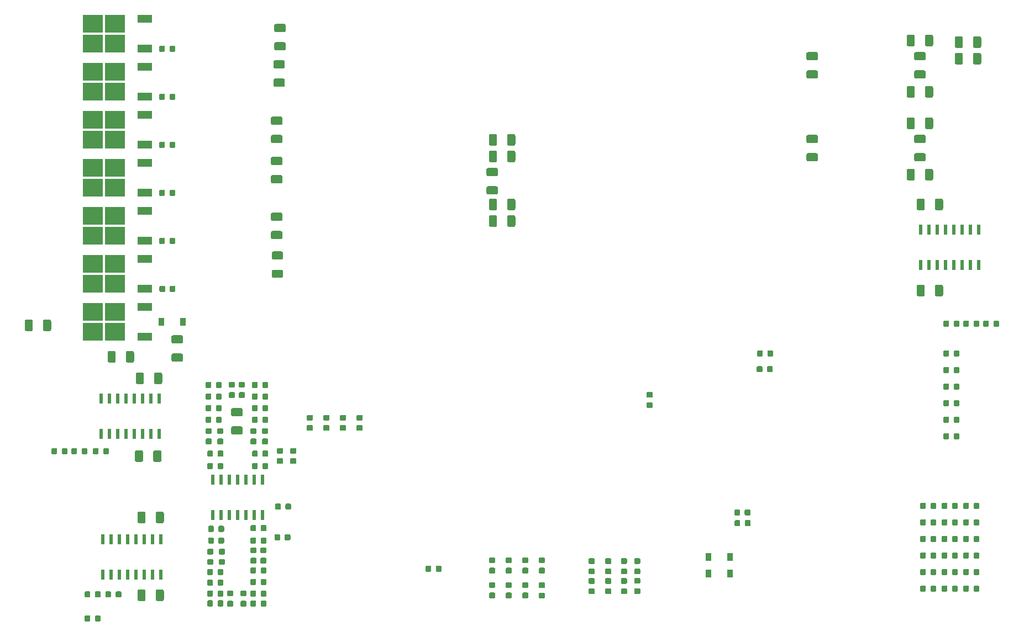
<source format=gbr>
G04 #@! TF.GenerationSoftware,KiCad,Pcbnew,5.1.4*
G04 #@! TF.CreationDate,2019-10-01T18:25:40-04:00*
G04 #@! TF.ProjectId,SolarCarECU,536f6c61-7243-4617-9245-43552e6b6963,rev?*
G04 #@! TF.SameCoordinates,Original*
G04 #@! TF.FileFunction,Paste,Top*
G04 #@! TF.FilePolarity,Positive*
%FSLAX46Y46*%
G04 Gerber Fmt 4.6, Leading zero omitted, Abs format (unit mm)*
G04 Created by KiCad (PCBNEW 5.1.4) date 2019-10-01 18:25:40*
%MOMM*%
%LPD*%
G04 APERTURE LIST*
%ADD10R,0.600000X1.500000*%
%ADD11R,3.050000X2.750000*%
%ADD12R,2.200000X1.200000*%
%ADD13C,0.100000*%
%ADD14C,0.875000*%
%ADD15C,1.250000*%
%ADD16R,0.900000X1.200000*%
G04 APERTURE END LIST*
D10*
X208153000Y-82964000D03*
X209423000Y-82964000D03*
X210693000Y-82964000D03*
X211963000Y-82964000D03*
X213233000Y-82964000D03*
X214503000Y-82964000D03*
X215773000Y-82964000D03*
X217043000Y-82964000D03*
X217043000Y-77564000D03*
X215773000Y-77564000D03*
X214503000Y-77564000D03*
X213233000Y-77564000D03*
X211963000Y-77564000D03*
X210693000Y-77564000D03*
X209423000Y-77564000D03*
X208153000Y-77564000D03*
D11*
X84665000Y-68071000D03*
X81315000Y-71121000D03*
X84665000Y-71121000D03*
X81315000Y-68071000D03*
D12*
X89290000Y-67316000D03*
X89290000Y-71876000D03*
D13*
G36*
X142771691Y-131618053D02*
G01*
X142792926Y-131621203D01*
X142813750Y-131626419D01*
X142833962Y-131633651D01*
X142853368Y-131642830D01*
X142871781Y-131653866D01*
X142889024Y-131666654D01*
X142904930Y-131681070D01*
X142919346Y-131696976D01*
X142932134Y-131714219D01*
X142943170Y-131732632D01*
X142952349Y-131752038D01*
X142959581Y-131772250D01*
X142964797Y-131793074D01*
X142967947Y-131814309D01*
X142969000Y-131835750D01*
X142969000Y-132273250D01*
X142967947Y-132294691D01*
X142964797Y-132315926D01*
X142959581Y-132336750D01*
X142952349Y-132356962D01*
X142943170Y-132376368D01*
X142932134Y-132394781D01*
X142919346Y-132412024D01*
X142904930Y-132427930D01*
X142889024Y-132442346D01*
X142871781Y-132455134D01*
X142853368Y-132466170D01*
X142833962Y-132475349D01*
X142813750Y-132482581D01*
X142792926Y-132487797D01*
X142771691Y-132490947D01*
X142750250Y-132492000D01*
X142237750Y-132492000D01*
X142216309Y-132490947D01*
X142195074Y-132487797D01*
X142174250Y-132482581D01*
X142154038Y-132475349D01*
X142134632Y-132466170D01*
X142116219Y-132455134D01*
X142098976Y-132442346D01*
X142083070Y-132427930D01*
X142068654Y-132412024D01*
X142055866Y-132394781D01*
X142044830Y-132376368D01*
X142035651Y-132356962D01*
X142028419Y-132336750D01*
X142023203Y-132315926D01*
X142020053Y-132294691D01*
X142019000Y-132273250D01*
X142019000Y-131835750D01*
X142020053Y-131814309D01*
X142023203Y-131793074D01*
X142028419Y-131772250D01*
X142035651Y-131752038D01*
X142044830Y-131732632D01*
X142055866Y-131714219D01*
X142068654Y-131696976D01*
X142083070Y-131681070D01*
X142098976Y-131666654D01*
X142116219Y-131653866D01*
X142134632Y-131642830D01*
X142154038Y-131633651D01*
X142174250Y-131626419D01*
X142195074Y-131621203D01*
X142216309Y-131618053D01*
X142237750Y-131617000D01*
X142750250Y-131617000D01*
X142771691Y-131618053D01*
X142771691Y-131618053D01*
G37*
D14*
X142494000Y-132054500D03*
D13*
G36*
X142771691Y-133193053D02*
G01*
X142792926Y-133196203D01*
X142813750Y-133201419D01*
X142833962Y-133208651D01*
X142853368Y-133217830D01*
X142871781Y-133228866D01*
X142889024Y-133241654D01*
X142904930Y-133256070D01*
X142919346Y-133271976D01*
X142932134Y-133289219D01*
X142943170Y-133307632D01*
X142952349Y-133327038D01*
X142959581Y-133347250D01*
X142964797Y-133368074D01*
X142967947Y-133389309D01*
X142969000Y-133410750D01*
X142969000Y-133848250D01*
X142967947Y-133869691D01*
X142964797Y-133890926D01*
X142959581Y-133911750D01*
X142952349Y-133931962D01*
X142943170Y-133951368D01*
X142932134Y-133969781D01*
X142919346Y-133987024D01*
X142904930Y-134002930D01*
X142889024Y-134017346D01*
X142871781Y-134030134D01*
X142853368Y-134041170D01*
X142833962Y-134050349D01*
X142813750Y-134057581D01*
X142792926Y-134062797D01*
X142771691Y-134065947D01*
X142750250Y-134067000D01*
X142237750Y-134067000D01*
X142216309Y-134065947D01*
X142195074Y-134062797D01*
X142174250Y-134057581D01*
X142154038Y-134050349D01*
X142134632Y-134041170D01*
X142116219Y-134030134D01*
X142098976Y-134017346D01*
X142083070Y-134002930D01*
X142068654Y-133987024D01*
X142055866Y-133969781D01*
X142044830Y-133951368D01*
X142035651Y-133931962D01*
X142028419Y-133911750D01*
X142023203Y-133890926D01*
X142020053Y-133869691D01*
X142019000Y-133848250D01*
X142019000Y-133410750D01*
X142020053Y-133389309D01*
X142023203Y-133368074D01*
X142028419Y-133347250D01*
X142035651Y-133327038D01*
X142044830Y-133307632D01*
X142055866Y-133289219D01*
X142068654Y-133271976D01*
X142083070Y-133256070D01*
X142098976Y-133241654D01*
X142116219Y-133228866D01*
X142134632Y-133217830D01*
X142154038Y-133208651D01*
X142174250Y-133201419D01*
X142195074Y-133196203D01*
X142216309Y-133193053D01*
X142237750Y-133192000D01*
X142750250Y-133192000D01*
X142771691Y-133193053D01*
X142771691Y-133193053D01*
G37*
D14*
X142494000Y-133629500D03*
D13*
G36*
X158011691Y-127935053D02*
G01*
X158032926Y-127938203D01*
X158053750Y-127943419D01*
X158073962Y-127950651D01*
X158093368Y-127959830D01*
X158111781Y-127970866D01*
X158129024Y-127983654D01*
X158144930Y-127998070D01*
X158159346Y-128013976D01*
X158172134Y-128031219D01*
X158183170Y-128049632D01*
X158192349Y-128069038D01*
X158199581Y-128089250D01*
X158204797Y-128110074D01*
X158207947Y-128131309D01*
X158209000Y-128152750D01*
X158209000Y-128590250D01*
X158207947Y-128611691D01*
X158204797Y-128632926D01*
X158199581Y-128653750D01*
X158192349Y-128673962D01*
X158183170Y-128693368D01*
X158172134Y-128711781D01*
X158159346Y-128729024D01*
X158144930Y-128744930D01*
X158129024Y-128759346D01*
X158111781Y-128772134D01*
X158093368Y-128783170D01*
X158073962Y-128792349D01*
X158053750Y-128799581D01*
X158032926Y-128804797D01*
X158011691Y-128807947D01*
X157990250Y-128809000D01*
X157477750Y-128809000D01*
X157456309Y-128807947D01*
X157435074Y-128804797D01*
X157414250Y-128799581D01*
X157394038Y-128792349D01*
X157374632Y-128783170D01*
X157356219Y-128772134D01*
X157338976Y-128759346D01*
X157323070Y-128744930D01*
X157308654Y-128729024D01*
X157295866Y-128711781D01*
X157284830Y-128693368D01*
X157275651Y-128673962D01*
X157268419Y-128653750D01*
X157263203Y-128632926D01*
X157260053Y-128611691D01*
X157259000Y-128590250D01*
X157259000Y-128152750D01*
X157260053Y-128131309D01*
X157263203Y-128110074D01*
X157268419Y-128089250D01*
X157275651Y-128069038D01*
X157284830Y-128049632D01*
X157295866Y-128031219D01*
X157308654Y-128013976D01*
X157323070Y-127998070D01*
X157338976Y-127983654D01*
X157356219Y-127970866D01*
X157374632Y-127959830D01*
X157394038Y-127950651D01*
X157414250Y-127943419D01*
X157435074Y-127938203D01*
X157456309Y-127935053D01*
X157477750Y-127934000D01*
X157990250Y-127934000D01*
X158011691Y-127935053D01*
X158011691Y-127935053D01*
G37*
D14*
X157734000Y-128371500D03*
D13*
G36*
X158011691Y-129510053D02*
G01*
X158032926Y-129513203D01*
X158053750Y-129518419D01*
X158073962Y-129525651D01*
X158093368Y-129534830D01*
X158111781Y-129545866D01*
X158129024Y-129558654D01*
X158144930Y-129573070D01*
X158159346Y-129588976D01*
X158172134Y-129606219D01*
X158183170Y-129624632D01*
X158192349Y-129644038D01*
X158199581Y-129664250D01*
X158204797Y-129685074D01*
X158207947Y-129706309D01*
X158209000Y-129727750D01*
X158209000Y-130165250D01*
X158207947Y-130186691D01*
X158204797Y-130207926D01*
X158199581Y-130228750D01*
X158192349Y-130248962D01*
X158183170Y-130268368D01*
X158172134Y-130286781D01*
X158159346Y-130304024D01*
X158144930Y-130319930D01*
X158129024Y-130334346D01*
X158111781Y-130347134D01*
X158093368Y-130358170D01*
X158073962Y-130367349D01*
X158053750Y-130374581D01*
X158032926Y-130379797D01*
X158011691Y-130382947D01*
X157990250Y-130384000D01*
X157477750Y-130384000D01*
X157456309Y-130382947D01*
X157435074Y-130379797D01*
X157414250Y-130374581D01*
X157394038Y-130367349D01*
X157374632Y-130358170D01*
X157356219Y-130347134D01*
X157338976Y-130334346D01*
X157323070Y-130319930D01*
X157308654Y-130304024D01*
X157295866Y-130286781D01*
X157284830Y-130268368D01*
X157275651Y-130248962D01*
X157268419Y-130228750D01*
X157263203Y-130207926D01*
X157260053Y-130186691D01*
X157259000Y-130165250D01*
X157259000Y-129727750D01*
X157260053Y-129706309D01*
X157263203Y-129685074D01*
X157268419Y-129664250D01*
X157275651Y-129644038D01*
X157284830Y-129624632D01*
X157295866Y-129606219D01*
X157308654Y-129588976D01*
X157323070Y-129573070D01*
X157338976Y-129558654D01*
X157356219Y-129545866D01*
X157374632Y-129534830D01*
X157394038Y-129525651D01*
X157414250Y-129518419D01*
X157435074Y-129513203D01*
X157456309Y-129510053D01*
X157477750Y-129509000D01*
X157990250Y-129509000D01*
X158011691Y-129510053D01*
X158011691Y-129510053D01*
G37*
D14*
X157734000Y-129946500D03*
D13*
G36*
X212304691Y-91474053D02*
G01*
X212325926Y-91477203D01*
X212346750Y-91482419D01*
X212366962Y-91489651D01*
X212386368Y-91498830D01*
X212404781Y-91509866D01*
X212422024Y-91522654D01*
X212437930Y-91537070D01*
X212452346Y-91552976D01*
X212465134Y-91570219D01*
X212476170Y-91588632D01*
X212485349Y-91608038D01*
X212492581Y-91628250D01*
X212497797Y-91649074D01*
X212500947Y-91670309D01*
X212502000Y-91691750D01*
X212502000Y-92204250D01*
X212500947Y-92225691D01*
X212497797Y-92246926D01*
X212492581Y-92267750D01*
X212485349Y-92287962D01*
X212476170Y-92307368D01*
X212465134Y-92325781D01*
X212452346Y-92343024D01*
X212437930Y-92358930D01*
X212422024Y-92373346D01*
X212404781Y-92386134D01*
X212386368Y-92397170D01*
X212366962Y-92406349D01*
X212346750Y-92413581D01*
X212325926Y-92418797D01*
X212304691Y-92421947D01*
X212283250Y-92423000D01*
X211845750Y-92423000D01*
X211824309Y-92421947D01*
X211803074Y-92418797D01*
X211782250Y-92413581D01*
X211762038Y-92406349D01*
X211742632Y-92397170D01*
X211724219Y-92386134D01*
X211706976Y-92373346D01*
X211691070Y-92358930D01*
X211676654Y-92343024D01*
X211663866Y-92325781D01*
X211652830Y-92307368D01*
X211643651Y-92287962D01*
X211636419Y-92267750D01*
X211631203Y-92246926D01*
X211628053Y-92225691D01*
X211627000Y-92204250D01*
X211627000Y-91691750D01*
X211628053Y-91670309D01*
X211631203Y-91649074D01*
X211636419Y-91628250D01*
X211643651Y-91608038D01*
X211652830Y-91588632D01*
X211663866Y-91570219D01*
X211676654Y-91552976D01*
X211691070Y-91537070D01*
X211706976Y-91522654D01*
X211724219Y-91509866D01*
X211742632Y-91498830D01*
X211762038Y-91489651D01*
X211782250Y-91482419D01*
X211803074Y-91477203D01*
X211824309Y-91474053D01*
X211845750Y-91473000D01*
X212283250Y-91473000D01*
X212304691Y-91474053D01*
X212304691Y-91474053D01*
G37*
D14*
X212064500Y-91948000D03*
D13*
G36*
X213879691Y-91474053D02*
G01*
X213900926Y-91477203D01*
X213921750Y-91482419D01*
X213941962Y-91489651D01*
X213961368Y-91498830D01*
X213979781Y-91509866D01*
X213997024Y-91522654D01*
X214012930Y-91537070D01*
X214027346Y-91552976D01*
X214040134Y-91570219D01*
X214051170Y-91588632D01*
X214060349Y-91608038D01*
X214067581Y-91628250D01*
X214072797Y-91649074D01*
X214075947Y-91670309D01*
X214077000Y-91691750D01*
X214077000Y-92204250D01*
X214075947Y-92225691D01*
X214072797Y-92246926D01*
X214067581Y-92267750D01*
X214060349Y-92287962D01*
X214051170Y-92307368D01*
X214040134Y-92325781D01*
X214027346Y-92343024D01*
X214012930Y-92358930D01*
X213997024Y-92373346D01*
X213979781Y-92386134D01*
X213961368Y-92397170D01*
X213941962Y-92406349D01*
X213921750Y-92413581D01*
X213900926Y-92418797D01*
X213879691Y-92421947D01*
X213858250Y-92423000D01*
X213420750Y-92423000D01*
X213399309Y-92421947D01*
X213378074Y-92418797D01*
X213357250Y-92413581D01*
X213337038Y-92406349D01*
X213317632Y-92397170D01*
X213299219Y-92386134D01*
X213281976Y-92373346D01*
X213266070Y-92358930D01*
X213251654Y-92343024D01*
X213238866Y-92325781D01*
X213227830Y-92307368D01*
X213218651Y-92287962D01*
X213211419Y-92267750D01*
X213206203Y-92246926D01*
X213203053Y-92225691D01*
X213202000Y-92204250D01*
X213202000Y-91691750D01*
X213203053Y-91670309D01*
X213206203Y-91649074D01*
X213211419Y-91628250D01*
X213218651Y-91608038D01*
X213227830Y-91588632D01*
X213238866Y-91570219D01*
X213251654Y-91552976D01*
X213266070Y-91537070D01*
X213281976Y-91522654D01*
X213299219Y-91509866D01*
X213317632Y-91498830D01*
X213337038Y-91489651D01*
X213357250Y-91482419D01*
X213378074Y-91477203D01*
X213399309Y-91474053D01*
X213420750Y-91473000D01*
X213858250Y-91473000D01*
X213879691Y-91474053D01*
X213879691Y-91474053D01*
G37*
D14*
X213639500Y-91948000D03*
D13*
G36*
X215352691Y-91474053D02*
G01*
X215373926Y-91477203D01*
X215394750Y-91482419D01*
X215414962Y-91489651D01*
X215434368Y-91498830D01*
X215452781Y-91509866D01*
X215470024Y-91522654D01*
X215485930Y-91537070D01*
X215500346Y-91552976D01*
X215513134Y-91570219D01*
X215524170Y-91588632D01*
X215533349Y-91608038D01*
X215540581Y-91628250D01*
X215545797Y-91649074D01*
X215548947Y-91670309D01*
X215550000Y-91691750D01*
X215550000Y-92204250D01*
X215548947Y-92225691D01*
X215545797Y-92246926D01*
X215540581Y-92267750D01*
X215533349Y-92287962D01*
X215524170Y-92307368D01*
X215513134Y-92325781D01*
X215500346Y-92343024D01*
X215485930Y-92358930D01*
X215470024Y-92373346D01*
X215452781Y-92386134D01*
X215434368Y-92397170D01*
X215414962Y-92406349D01*
X215394750Y-92413581D01*
X215373926Y-92418797D01*
X215352691Y-92421947D01*
X215331250Y-92423000D01*
X214893750Y-92423000D01*
X214872309Y-92421947D01*
X214851074Y-92418797D01*
X214830250Y-92413581D01*
X214810038Y-92406349D01*
X214790632Y-92397170D01*
X214772219Y-92386134D01*
X214754976Y-92373346D01*
X214739070Y-92358930D01*
X214724654Y-92343024D01*
X214711866Y-92325781D01*
X214700830Y-92307368D01*
X214691651Y-92287962D01*
X214684419Y-92267750D01*
X214679203Y-92246926D01*
X214676053Y-92225691D01*
X214675000Y-92204250D01*
X214675000Y-91691750D01*
X214676053Y-91670309D01*
X214679203Y-91649074D01*
X214684419Y-91628250D01*
X214691651Y-91608038D01*
X214700830Y-91588632D01*
X214711866Y-91570219D01*
X214724654Y-91552976D01*
X214739070Y-91537070D01*
X214754976Y-91522654D01*
X214772219Y-91509866D01*
X214790632Y-91498830D01*
X214810038Y-91489651D01*
X214830250Y-91482419D01*
X214851074Y-91477203D01*
X214872309Y-91474053D01*
X214893750Y-91473000D01*
X215331250Y-91473000D01*
X215352691Y-91474053D01*
X215352691Y-91474053D01*
G37*
D14*
X215112500Y-91948000D03*
D13*
G36*
X216927691Y-91474053D02*
G01*
X216948926Y-91477203D01*
X216969750Y-91482419D01*
X216989962Y-91489651D01*
X217009368Y-91498830D01*
X217027781Y-91509866D01*
X217045024Y-91522654D01*
X217060930Y-91537070D01*
X217075346Y-91552976D01*
X217088134Y-91570219D01*
X217099170Y-91588632D01*
X217108349Y-91608038D01*
X217115581Y-91628250D01*
X217120797Y-91649074D01*
X217123947Y-91670309D01*
X217125000Y-91691750D01*
X217125000Y-92204250D01*
X217123947Y-92225691D01*
X217120797Y-92246926D01*
X217115581Y-92267750D01*
X217108349Y-92287962D01*
X217099170Y-92307368D01*
X217088134Y-92325781D01*
X217075346Y-92343024D01*
X217060930Y-92358930D01*
X217045024Y-92373346D01*
X217027781Y-92386134D01*
X217009368Y-92397170D01*
X216989962Y-92406349D01*
X216969750Y-92413581D01*
X216948926Y-92418797D01*
X216927691Y-92421947D01*
X216906250Y-92423000D01*
X216468750Y-92423000D01*
X216447309Y-92421947D01*
X216426074Y-92418797D01*
X216405250Y-92413581D01*
X216385038Y-92406349D01*
X216365632Y-92397170D01*
X216347219Y-92386134D01*
X216329976Y-92373346D01*
X216314070Y-92358930D01*
X216299654Y-92343024D01*
X216286866Y-92325781D01*
X216275830Y-92307368D01*
X216266651Y-92287962D01*
X216259419Y-92267750D01*
X216254203Y-92246926D01*
X216251053Y-92225691D01*
X216250000Y-92204250D01*
X216250000Y-91691750D01*
X216251053Y-91670309D01*
X216254203Y-91649074D01*
X216259419Y-91628250D01*
X216266651Y-91608038D01*
X216275830Y-91588632D01*
X216286866Y-91570219D01*
X216299654Y-91552976D01*
X216314070Y-91537070D01*
X216329976Y-91522654D01*
X216347219Y-91509866D01*
X216365632Y-91498830D01*
X216385038Y-91489651D01*
X216405250Y-91482419D01*
X216426074Y-91477203D01*
X216447309Y-91474053D01*
X216468750Y-91473000D01*
X216906250Y-91473000D01*
X216927691Y-91474053D01*
X216927691Y-91474053D01*
G37*
D14*
X216687500Y-91948000D03*
D13*
G36*
X75652691Y-111032053D02*
G01*
X75673926Y-111035203D01*
X75694750Y-111040419D01*
X75714962Y-111047651D01*
X75734368Y-111056830D01*
X75752781Y-111067866D01*
X75770024Y-111080654D01*
X75785930Y-111095070D01*
X75800346Y-111110976D01*
X75813134Y-111128219D01*
X75824170Y-111146632D01*
X75833349Y-111166038D01*
X75840581Y-111186250D01*
X75845797Y-111207074D01*
X75848947Y-111228309D01*
X75850000Y-111249750D01*
X75850000Y-111762250D01*
X75848947Y-111783691D01*
X75845797Y-111804926D01*
X75840581Y-111825750D01*
X75833349Y-111845962D01*
X75824170Y-111865368D01*
X75813134Y-111883781D01*
X75800346Y-111901024D01*
X75785930Y-111916930D01*
X75770024Y-111931346D01*
X75752781Y-111944134D01*
X75734368Y-111955170D01*
X75714962Y-111964349D01*
X75694750Y-111971581D01*
X75673926Y-111976797D01*
X75652691Y-111979947D01*
X75631250Y-111981000D01*
X75193750Y-111981000D01*
X75172309Y-111979947D01*
X75151074Y-111976797D01*
X75130250Y-111971581D01*
X75110038Y-111964349D01*
X75090632Y-111955170D01*
X75072219Y-111944134D01*
X75054976Y-111931346D01*
X75039070Y-111916930D01*
X75024654Y-111901024D01*
X75011866Y-111883781D01*
X75000830Y-111865368D01*
X74991651Y-111845962D01*
X74984419Y-111825750D01*
X74979203Y-111804926D01*
X74976053Y-111783691D01*
X74975000Y-111762250D01*
X74975000Y-111249750D01*
X74976053Y-111228309D01*
X74979203Y-111207074D01*
X74984419Y-111186250D01*
X74991651Y-111166038D01*
X75000830Y-111146632D01*
X75011866Y-111128219D01*
X75024654Y-111110976D01*
X75039070Y-111095070D01*
X75054976Y-111080654D01*
X75072219Y-111067866D01*
X75090632Y-111056830D01*
X75110038Y-111047651D01*
X75130250Y-111040419D01*
X75151074Y-111035203D01*
X75172309Y-111032053D01*
X75193750Y-111031000D01*
X75631250Y-111031000D01*
X75652691Y-111032053D01*
X75652691Y-111032053D01*
G37*
D14*
X75412500Y-111506000D03*
D13*
G36*
X77227691Y-111032053D02*
G01*
X77248926Y-111035203D01*
X77269750Y-111040419D01*
X77289962Y-111047651D01*
X77309368Y-111056830D01*
X77327781Y-111067866D01*
X77345024Y-111080654D01*
X77360930Y-111095070D01*
X77375346Y-111110976D01*
X77388134Y-111128219D01*
X77399170Y-111146632D01*
X77408349Y-111166038D01*
X77415581Y-111186250D01*
X77420797Y-111207074D01*
X77423947Y-111228309D01*
X77425000Y-111249750D01*
X77425000Y-111762250D01*
X77423947Y-111783691D01*
X77420797Y-111804926D01*
X77415581Y-111825750D01*
X77408349Y-111845962D01*
X77399170Y-111865368D01*
X77388134Y-111883781D01*
X77375346Y-111901024D01*
X77360930Y-111916930D01*
X77345024Y-111931346D01*
X77327781Y-111944134D01*
X77309368Y-111955170D01*
X77289962Y-111964349D01*
X77269750Y-111971581D01*
X77248926Y-111976797D01*
X77227691Y-111979947D01*
X77206250Y-111981000D01*
X76768750Y-111981000D01*
X76747309Y-111979947D01*
X76726074Y-111976797D01*
X76705250Y-111971581D01*
X76685038Y-111964349D01*
X76665632Y-111955170D01*
X76647219Y-111944134D01*
X76629976Y-111931346D01*
X76614070Y-111916930D01*
X76599654Y-111901024D01*
X76586866Y-111883781D01*
X76575830Y-111865368D01*
X76566651Y-111845962D01*
X76559419Y-111825750D01*
X76554203Y-111804926D01*
X76551053Y-111783691D01*
X76550000Y-111762250D01*
X76550000Y-111249750D01*
X76551053Y-111228309D01*
X76554203Y-111207074D01*
X76559419Y-111186250D01*
X76566651Y-111166038D01*
X76575830Y-111146632D01*
X76586866Y-111128219D01*
X76599654Y-111110976D01*
X76614070Y-111095070D01*
X76629976Y-111080654D01*
X76647219Y-111067866D01*
X76665632Y-111056830D01*
X76685038Y-111047651D01*
X76705250Y-111040419D01*
X76726074Y-111035203D01*
X76747309Y-111032053D01*
X76768750Y-111031000D01*
X77206250Y-111031000D01*
X77227691Y-111032053D01*
X77227691Y-111032053D01*
G37*
D14*
X76987500Y-111506000D03*
D13*
G36*
X78700691Y-111032053D02*
G01*
X78721926Y-111035203D01*
X78742750Y-111040419D01*
X78762962Y-111047651D01*
X78782368Y-111056830D01*
X78800781Y-111067866D01*
X78818024Y-111080654D01*
X78833930Y-111095070D01*
X78848346Y-111110976D01*
X78861134Y-111128219D01*
X78872170Y-111146632D01*
X78881349Y-111166038D01*
X78888581Y-111186250D01*
X78893797Y-111207074D01*
X78896947Y-111228309D01*
X78898000Y-111249750D01*
X78898000Y-111762250D01*
X78896947Y-111783691D01*
X78893797Y-111804926D01*
X78888581Y-111825750D01*
X78881349Y-111845962D01*
X78872170Y-111865368D01*
X78861134Y-111883781D01*
X78848346Y-111901024D01*
X78833930Y-111916930D01*
X78818024Y-111931346D01*
X78800781Y-111944134D01*
X78782368Y-111955170D01*
X78762962Y-111964349D01*
X78742750Y-111971581D01*
X78721926Y-111976797D01*
X78700691Y-111979947D01*
X78679250Y-111981000D01*
X78241750Y-111981000D01*
X78220309Y-111979947D01*
X78199074Y-111976797D01*
X78178250Y-111971581D01*
X78158038Y-111964349D01*
X78138632Y-111955170D01*
X78120219Y-111944134D01*
X78102976Y-111931346D01*
X78087070Y-111916930D01*
X78072654Y-111901024D01*
X78059866Y-111883781D01*
X78048830Y-111865368D01*
X78039651Y-111845962D01*
X78032419Y-111825750D01*
X78027203Y-111804926D01*
X78024053Y-111783691D01*
X78023000Y-111762250D01*
X78023000Y-111249750D01*
X78024053Y-111228309D01*
X78027203Y-111207074D01*
X78032419Y-111186250D01*
X78039651Y-111166038D01*
X78048830Y-111146632D01*
X78059866Y-111128219D01*
X78072654Y-111110976D01*
X78087070Y-111095070D01*
X78102976Y-111080654D01*
X78120219Y-111067866D01*
X78138632Y-111056830D01*
X78158038Y-111047651D01*
X78178250Y-111040419D01*
X78199074Y-111035203D01*
X78220309Y-111032053D01*
X78241750Y-111031000D01*
X78679250Y-111031000D01*
X78700691Y-111032053D01*
X78700691Y-111032053D01*
G37*
D14*
X78460500Y-111506000D03*
D13*
G36*
X80275691Y-111032053D02*
G01*
X80296926Y-111035203D01*
X80317750Y-111040419D01*
X80337962Y-111047651D01*
X80357368Y-111056830D01*
X80375781Y-111067866D01*
X80393024Y-111080654D01*
X80408930Y-111095070D01*
X80423346Y-111110976D01*
X80436134Y-111128219D01*
X80447170Y-111146632D01*
X80456349Y-111166038D01*
X80463581Y-111186250D01*
X80468797Y-111207074D01*
X80471947Y-111228309D01*
X80473000Y-111249750D01*
X80473000Y-111762250D01*
X80471947Y-111783691D01*
X80468797Y-111804926D01*
X80463581Y-111825750D01*
X80456349Y-111845962D01*
X80447170Y-111865368D01*
X80436134Y-111883781D01*
X80423346Y-111901024D01*
X80408930Y-111916930D01*
X80393024Y-111931346D01*
X80375781Y-111944134D01*
X80357368Y-111955170D01*
X80337962Y-111964349D01*
X80317750Y-111971581D01*
X80296926Y-111976797D01*
X80275691Y-111979947D01*
X80254250Y-111981000D01*
X79816750Y-111981000D01*
X79795309Y-111979947D01*
X79774074Y-111976797D01*
X79753250Y-111971581D01*
X79733038Y-111964349D01*
X79713632Y-111955170D01*
X79695219Y-111944134D01*
X79677976Y-111931346D01*
X79662070Y-111916930D01*
X79647654Y-111901024D01*
X79634866Y-111883781D01*
X79623830Y-111865368D01*
X79614651Y-111845962D01*
X79607419Y-111825750D01*
X79602203Y-111804926D01*
X79599053Y-111783691D01*
X79598000Y-111762250D01*
X79598000Y-111249750D01*
X79599053Y-111228309D01*
X79602203Y-111207074D01*
X79607419Y-111186250D01*
X79614651Y-111166038D01*
X79623830Y-111146632D01*
X79634866Y-111128219D01*
X79647654Y-111110976D01*
X79662070Y-111095070D01*
X79677976Y-111080654D01*
X79695219Y-111067866D01*
X79713632Y-111056830D01*
X79733038Y-111047651D01*
X79753250Y-111040419D01*
X79774074Y-111035203D01*
X79795309Y-111032053D01*
X79816750Y-111031000D01*
X80254250Y-111031000D01*
X80275691Y-111032053D01*
X80275691Y-111032053D01*
G37*
D14*
X80035500Y-111506000D03*
D13*
G36*
X208748691Y-124494053D02*
G01*
X208769926Y-124497203D01*
X208790750Y-124502419D01*
X208810962Y-124509651D01*
X208830368Y-124518830D01*
X208848781Y-124529866D01*
X208866024Y-124542654D01*
X208881930Y-124557070D01*
X208896346Y-124572976D01*
X208909134Y-124590219D01*
X208920170Y-124608632D01*
X208929349Y-124628038D01*
X208936581Y-124648250D01*
X208941797Y-124669074D01*
X208944947Y-124690309D01*
X208946000Y-124711750D01*
X208946000Y-125224250D01*
X208944947Y-125245691D01*
X208941797Y-125266926D01*
X208936581Y-125287750D01*
X208929349Y-125307962D01*
X208920170Y-125327368D01*
X208909134Y-125345781D01*
X208896346Y-125363024D01*
X208881930Y-125378930D01*
X208866024Y-125393346D01*
X208848781Y-125406134D01*
X208830368Y-125417170D01*
X208810962Y-125426349D01*
X208790750Y-125433581D01*
X208769926Y-125438797D01*
X208748691Y-125441947D01*
X208727250Y-125443000D01*
X208289750Y-125443000D01*
X208268309Y-125441947D01*
X208247074Y-125438797D01*
X208226250Y-125433581D01*
X208206038Y-125426349D01*
X208186632Y-125417170D01*
X208168219Y-125406134D01*
X208150976Y-125393346D01*
X208135070Y-125378930D01*
X208120654Y-125363024D01*
X208107866Y-125345781D01*
X208096830Y-125327368D01*
X208087651Y-125307962D01*
X208080419Y-125287750D01*
X208075203Y-125266926D01*
X208072053Y-125245691D01*
X208071000Y-125224250D01*
X208071000Y-124711750D01*
X208072053Y-124690309D01*
X208075203Y-124669074D01*
X208080419Y-124648250D01*
X208087651Y-124628038D01*
X208096830Y-124608632D01*
X208107866Y-124590219D01*
X208120654Y-124572976D01*
X208135070Y-124557070D01*
X208150976Y-124542654D01*
X208168219Y-124529866D01*
X208186632Y-124518830D01*
X208206038Y-124509651D01*
X208226250Y-124502419D01*
X208247074Y-124497203D01*
X208268309Y-124494053D01*
X208289750Y-124493000D01*
X208727250Y-124493000D01*
X208748691Y-124494053D01*
X208748691Y-124494053D01*
G37*
D14*
X208508500Y-124968000D03*
D13*
G36*
X210323691Y-124494053D02*
G01*
X210344926Y-124497203D01*
X210365750Y-124502419D01*
X210385962Y-124509651D01*
X210405368Y-124518830D01*
X210423781Y-124529866D01*
X210441024Y-124542654D01*
X210456930Y-124557070D01*
X210471346Y-124572976D01*
X210484134Y-124590219D01*
X210495170Y-124608632D01*
X210504349Y-124628038D01*
X210511581Y-124648250D01*
X210516797Y-124669074D01*
X210519947Y-124690309D01*
X210521000Y-124711750D01*
X210521000Y-125224250D01*
X210519947Y-125245691D01*
X210516797Y-125266926D01*
X210511581Y-125287750D01*
X210504349Y-125307962D01*
X210495170Y-125327368D01*
X210484134Y-125345781D01*
X210471346Y-125363024D01*
X210456930Y-125378930D01*
X210441024Y-125393346D01*
X210423781Y-125406134D01*
X210405368Y-125417170D01*
X210385962Y-125426349D01*
X210365750Y-125433581D01*
X210344926Y-125438797D01*
X210323691Y-125441947D01*
X210302250Y-125443000D01*
X209864750Y-125443000D01*
X209843309Y-125441947D01*
X209822074Y-125438797D01*
X209801250Y-125433581D01*
X209781038Y-125426349D01*
X209761632Y-125417170D01*
X209743219Y-125406134D01*
X209725976Y-125393346D01*
X209710070Y-125378930D01*
X209695654Y-125363024D01*
X209682866Y-125345781D01*
X209671830Y-125327368D01*
X209662651Y-125307962D01*
X209655419Y-125287750D01*
X209650203Y-125266926D01*
X209647053Y-125245691D01*
X209646000Y-125224250D01*
X209646000Y-124711750D01*
X209647053Y-124690309D01*
X209650203Y-124669074D01*
X209655419Y-124648250D01*
X209662651Y-124628038D01*
X209671830Y-124608632D01*
X209682866Y-124590219D01*
X209695654Y-124572976D01*
X209710070Y-124557070D01*
X209725976Y-124542654D01*
X209743219Y-124529866D01*
X209761632Y-124518830D01*
X209781038Y-124509651D01*
X209801250Y-124502419D01*
X209822074Y-124497203D01*
X209843309Y-124494053D01*
X209864750Y-124493000D01*
X210302250Y-124493000D01*
X210323691Y-124494053D01*
X210323691Y-124494053D01*
G37*
D14*
X210083500Y-124968000D03*
D13*
G36*
X212050691Y-124494053D02*
G01*
X212071926Y-124497203D01*
X212092750Y-124502419D01*
X212112962Y-124509651D01*
X212132368Y-124518830D01*
X212150781Y-124529866D01*
X212168024Y-124542654D01*
X212183930Y-124557070D01*
X212198346Y-124572976D01*
X212211134Y-124590219D01*
X212222170Y-124608632D01*
X212231349Y-124628038D01*
X212238581Y-124648250D01*
X212243797Y-124669074D01*
X212246947Y-124690309D01*
X212248000Y-124711750D01*
X212248000Y-125224250D01*
X212246947Y-125245691D01*
X212243797Y-125266926D01*
X212238581Y-125287750D01*
X212231349Y-125307962D01*
X212222170Y-125327368D01*
X212211134Y-125345781D01*
X212198346Y-125363024D01*
X212183930Y-125378930D01*
X212168024Y-125393346D01*
X212150781Y-125406134D01*
X212132368Y-125417170D01*
X212112962Y-125426349D01*
X212092750Y-125433581D01*
X212071926Y-125438797D01*
X212050691Y-125441947D01*
X212029250Y-125443000D01*
X211591750Y-125443000D01*
X211570309Y-125441947D01*
X211549074Y-125438797D01*
X211528250Y-125433581D01*
X211508038Y-125426349D01*
X211488632Y-125417170D01*
X211470219Y-125406134D01*
X211452976Y-125393346D01*
X211437070Y-125378930D01*
X211422654Y-125363024D01*
X211409866Y-125345781D01*
X211398830Y-125327368D01*
X211389651Y-125307962D01*
X211382419Y-125287750D01*
X211377203Y-125266926D01*
X211374053Y-125245691D01*
X211373000Y-125224250D01*
X211373000Y-124711750D01*
X211374053Y-124690309D01*
X211377203Y-124669074D01*
X211382419Y-124648250D01*
X211389651Y-124628038D01*
X211398830Y-124608632D01*
X211409866Y-124590219D01*
X211422654Y-124572976D01*
X211437070Y-124557070D01*
X211452976Y-124542654D01*
X211470219Y-124529866D01*
X211488632Y-124518830D01*
X211508038Y-124509651D01*
X211528250Y-124502419D01*
X211549074Y-124497203D01*
X211570309Y-124494053D01*
X211591750Y-124493000D01*
X212029250Y-124493000D01*
X212050691Y-124494053D01*
X212050691Y-124494053D01*
G37*
D14*
X211810500Y-124968000D03*
D13*
G36*
X213625691Y-124494053D02*
G01*
X213646926Y-124497203D01*
X213667750Y-124502419D01*
X213687962Y-124509651D01*
X213707368Y-124518830D01*
X213725781Y-124529866D01*
X213743024Y-124542654D01*
X213758930Y-124557070D01*
X213773346Y-124572976D01*
X213786134Y-124590219D01*
X213797170Y-124608632D01*
X213806349Y-124628038D01*
X213813581Y-124648250D01*
X213818797Y-124669074D01*
X213821947Y-124690309D01*
X213823000Y-124711750D01*
X213823000Y-125224250D01*
X213821947Y-125245691D01*
X213818797Y-125266926D01*
X213813581Y-125287750D01*
X213806349Y-125307962D01*
X213797170Y-125327368D01*
X213786134Y-125345781D01*
X213773346Y-125363024D01*
X213758930Y-125378930D01*
X213743024Y-125393346D01*
X213725781Y-125406134D01*
X213707368Y-125417170D01*
X213687962Y-125426349D01*
X213667750Y-125433581D01*
X213646926Y-125438797D01*
X213625691Y-125441947D01*
X213604250Y-125443000D01*
X213166750Y-125443000D01*
X213145309Y-125441947D01*
X213124074Y-125438797D01*
X213103250Y-125433581D01*
X213083038Y-125426349D01*
X213063632Y-125417170D01*
X213045219Y-125406134D01*
X213027976Y-125393346D01*
X213012070Y-125378930D01*
X212997654Y-125363024D01*
X212984866Y-125345781D01*
X212973830Y-125327368D01*
X212964651Y-125307962D01*
X212957419Y-125287750D01*
X212952203Y-125266926D01*
X212949053Y-125245691D01*
X212948000Y-125224250D01*
X212948000Y-124711750D01*
X212949053Y-124690309D01*
X212952203Y-124669074D01*
X212957419Y-124648250D01*
X212964651Y-124628038D01*
X212973830Y-124608632D01*
X212984866Y-124590219D01*
X212997654Y-124572976D01*
X213012070Y-124557070D01*
X213027976Y-124542654D01*
X213045219Y-124529866D01*
X213063632Y-124518830D01*
X213083038Y-124509651D01*
X213103250Y-124502419D01*
X213124074Y-124497203D01*
X213145309Y-124494053D01*
X213166750Y-124493000D01*
X213604250Y-124493000D01*
X213625691Y-124494053D01*
X213625691Y-124494053D01*
G37*
D14*
X213385500Y-124968000D03*
D13*
G36*
X208748691Y-121954053D02*
G01*
X208769926Y-121957203D01*
X208790750Y-121962419D01*
X208810962Y-121969651D01*
X208830368Y-121978830D01*
X208848781Y-121989866D01*
X208866024Y-122002654D01*
X208881930Y-122017070D01*
X208896346Y-122032976D01*
X208909134Y-122050219D01*
X208920170Y-122068632D01*
X208929349Y-122088038D01*
X208936581Y-122108250D01*
X208941797Y-122129074D01*
X208944947Y-122150309D01*
X208946000Y-122171750D01*
X208946000Y-122684250D01*
X208944947Y-122705691D01*
X208941797Y-122726926D01*
X208936581Y-122747750D01*
X208929349Y-122767962D01*
X208920170Y-122787368D01*
X208909134Y-122805781D01*
X208896346Y-122823024D01*
X208881930Y-122838930D01*
X208866024Y-122853346D01*
X208848781Y-122866134D01*
X208830368Y-122877170D01*
X208810962Y-122886349D01*
X208790750Y-122893581D01*
X208769926Y-122898797D01*
X208748691Y-122901947D01*
X208727250Y-122903000D01*
X208289750Y-122903000D01*
X208268309Y-122901947D01*
X208247074Y-122898797D01*
X208226250Y-122893581D01*
X208206038Y-122886349D01*
X208186632Y-122877170D01*
X208168219Y-122866134D01*
X208150976Y-122853346D01*
X208135070Y-122838930D01*
X208120654Y-122823024D01*
X208107866Y-122805781D01*
X208096830Y-122787368D01*
X208087651Y-122767962D01*
X208080419Y-122747750D01*
X208075203Y-122726926D01*
X208072053Y-122705691D01*
X208071000Y-122684250D01*
X208071000Y-122171750D01*
X208072053Y-122150309D01*
X208075203Y-122129074D01*
X208080419Y-122108250D01*
X208087651Y-122088038D01*
X208096830Y-122068632D01*
X208107866Y-122050219D01*
X208120654Y-122032976D01*
X208135070Y-122017070D01*
X208150976Y-122002654D01*
X208168219Y-121989866D01*
X208186632Y-121978830D01*
X208206038Y-121969651D01*
X208226250Y-121962419D01*
X208247074Y-121957203D01*
X208268309Y-121954053D01*
X208289750Y-121953000D01*
X208727250Y-121953000D01*
X208748691Y-121954053D01*
X208748691Y-121954053D01*
G37*
D14*
X208508500Y-122428000D03*
D13*
G36*
X210323691Y-121954053D02*
G01*
X210344926Y-121957203D01*
X210365750Y-121962419D01*
X210385962Y-121969651D01*
X210405368Y-121978830D01*
X210423781Y-121989866D01*
X210441024Y-122002654D01*
X210456930Y-122017070D01*
X210471346Y-122032976D01*
X210484134Y-122050219D01*
X210495170Y-122068632D01*
X210504349Y-122088038D01*
X210511581Y-122108250D01*
X210516797Y-122129074D01*
X210519947Y-122150309D01*
X210521000Y-122171750D01*
X210521000Y-122684250D01*
X210519947Y-122705691D01*
X210516797Y-122726926D01*
X210511581Y-122747750D01*
X210504349Y-122767962D01*
X210495170Y-122787368D01*
X210484134Y-122805781D01*
X210471346Y-122823024D01*
X210456930Y-122838930D01*
X210441024Y-122853346D01*
X210423781Y-122866134D01*
X210405368Y-122877170D01*
X210385962Y-122886349D01*
X210365750Y-122893581D01*
X210344926Y-122898797D01*
X210323691Y-122901947D01*
X210302250Y-122903000D01*
X209864750Y-122903000D01*
X209843309Y-122901947D01*
X209822074Y-122898797D01*
X209801250Y-122893581D01*
X209781038Y-122886349D01*
X209761632Y-122877170D01*
X209743219Y-122866134D01*
X209725976Y-122853346D01*
X209710070Y-122838930D01*
X209695654Y-122823024D01*
X209682866Y-122805781D01*
X209671830Y-122787368D01*
X209662651Y-122767962D01*
X209655419Y-122747750D01*
X209650203Y-122726926D01*
X209647053Y-122705691D01*
X209646000Y-122684250D01*
X209646000Y-122171750D01*
X209647053Y-122150309D01*
X209650203Y-122129074D01*
X209655419Y-122108250D01*
X209662651Y-122088038D01*
X209671830Y-122068632D01*
X209682866Y-122050219D01*
X209695654Y-122032976D01*
X209710070Y-122017070D01*
X209725976Y-122002654D01*
X209743219Y-121989866D01*
X209761632Y-121978830D01*
X209781038Y-121969651D01*
X209801250Y-121962419D01*
X209822074Y-121957203D01*
X209843309Y-121954053D01*
X209864750Y-121953000D01*
X210302250Y-121953000D01*
X210323691Y-121954053D01*
X210323691Y-121954053D01*
G37*
D14*
X210083500Y-122428000D03*
D13*
G36*
X208748691Y-119414053D02*
G01*
X208769926Y-119417203D01*
X208790750Y-119422419D01*
X208810962Y-119429651D01*
X208830368Y-119438830D01*
X208848781Y-119449866D01*
X208866024Y-119462654D01*
X208881930Y-119477070D01*
X208896346Y-119492976D01*
X208909134Y-119510219D01*
X208920170Y-119528632D01*
X208929349Y-119548038D01*
X208936581Y-119568250D01*
X208941797Y-119589074D01*
X208944947Y-119610309D01*
X208946000Y-119631750D01*
X208946000Y-120144250D01*
X208944947Y-120165691D01*
X208941797Y-120186926D01*
X208936581Y-120207750D01*
X208929349Y-120227962D01*
X208920170Y-120247368D01*
X208909134Y-120265781D01*
X208896346Y-120283024D01*
X208881930Y-120298930D01*
X208866024Y-120313346D01*
X208848781Y-120326134D01*
X208830368Y-120337170D01*
X208810962Y-120346349D01*
X208790750Y-120353581D01*
X208769926Y-120358797D01*
X208748691Y-120361947D01*
X208727250Y-120363000D01*
X208289750Y-120363000D01*
X208268309Y-120361947D01*
X208247074Y-120358797D01*
X208226250Y-120353581D01*
X208206038Y-120346349D01*
X208186632Y-120337170D01*
X208168219Y-120326134D01*
X208150976Y-120313346D01*
X208135070Y-120298930D01*
X208120654Y-120283024D01*
X208107866Y-120265781D01*
X208096830Y-120247368D01*
X208087651Y-120227962D01*
X208080419Y-120207750D01*
X208075203Y-120186926D01*
X208072053Y-120165691D01*
X208071000Y-120144250D01*
X208071000Y-119631750D01*
X208072053Y-119610309D01*
X208075203Y-119589074D01*
X208080419Y-119568250D01*
X208087651Y-119548038D01*
X208096830Y-119528632D01*
X208107866Y-119510219D01*
X208120654Y-119492976D01*
X208135070Y-119477070D01*
X208150976Y-119462654D01*
X208168219Y-119449866D01*
X208186632Y-119438830D01*
X208206038Y-119429651D01*
X208226250Y-119422419D01*
X208247074Y-119417203D01*
X208268309Y-119414053D01*
X208289750Y-119413000D01*
X208727250Y-119413000D01*
X208748691Y-119414053D01*
X208748691Y-119414053D01*
G37*
D14*
X208508500Y-119888000D03*
D13*
G36*
X210323691Y-119414053D02*
G01*
X210344926Y-119417203D01*
X210365750Y-119422419D01*
X210385962Y-119429651D01*
X210405368Y-119438830D01*
X210423781Y-119449866D01*
X210441024Y-119462654D01*
X210456930Y-119477070D01*
X210471346Y-119492976D01*
X210484134Y-119510219D01*
X210495170Y-119528632D01*
X210504349Y-119548038D01*
X210511581Y-119568250D01*
X210516797Y-119589074D01*
X210519947Y-119610309D01*
X210521000Y-119631750D01*
X210521000Y-120144250D01*
X210519947Y-120165691D01*
X210516797Y-120186926D01*
X210511581Y-120207750D01*
X210504349Y-120227962D01*
X210495170Y-120247368D01*
X210484134Y-120265781D01*
X210471346Y-120283024D01*
X210456930Y-120298930D01*
X210441024Y-120313346D01*
X210423781Y-120326134D01*
X210405368Y-120337170D01*
X210385962Y-120346349D01*
X210365750Y-120353581D01*
X210344926Y-120358797D01*
X210323691Y-120361947D01*
X210302250Y-120363000D01*
X209864750Y-120363000D01*
X209843309Y-120361947D01*
X209822074Y-120358797D01*
X209801250Y-120353581D01*
X209781038Y-120346349D01*
X209761632Y-120337170D01*
X209743219Y-120326134D01*
X209725976Y-120313346D01*
X209710070Y-120298930D01*
X209695654Y-120283024D01*
X209682866Y-120265781D01*
X209671830Y-120247368D01*
X209662651Y-120227962D01*
X209655419Y-120207750D01*
X209650203Y-120186926D01*
X209647053Y-120165691D01*
X209646000Y-120144250D01*
X209646000Y-119631750D01*
X209647053Y-119610309D01*
X209650203Y-119589074D01*
X209655419Y-119568250D01*
X209662651Y-119548038D01*
X209671830Y-119528632D01*
X209682866Y-119510219D01*
X209695654Y-119492976D01*
X209710070Y-119477070D01*
X209725976Y-119462654D01*
X209743219Y-119449866D01*
X209761632Y-119438830D01*
X209781038Y-119429651D01*
X209801250Y-119422419D01*
X209822074Y-119417203D01*
X209843309Y-119414053D01*
X209864750Y-119413000D01*
X210302250Y-119413000D01*
X210323691Y-119414053D01*
X210323691Y-119414053D01*
G37*
D14*
X210083500Y-119888000D03*
D13*
G36*
X212050691Y-119414053D02*
G01*
X212071926Y-119417203D01*
X212092750Y-119422419D01*
X212112962Y-119429651D01*
X212132368Y-119438830D01*
X212150781Y-119449866D01*
X212168024Y-119462654D01*
X212183930Y-119477070D01*
X212198346Y-119492976D01*
X212211134Y-119510219D01*
X212222170Y-119528632D01*
X212231349Y-119548038D01*
X212238581Y-119568250D01*
X212243797Y-119589074D01*
X212246947Y-119610309D01*
X212248000Y-119631750D01*
X212248000Y-120144250D01*
X212246947Y-120165691D01*
X212243797Y-120186926D01*
X212238581Y-120207750D01*
X212231349Y-120227962D01*
X212222170Y-120247368D01*
X212211134Y-120265781D01*
X212198346Y-120283024D01*
X212183930Y-120298930D01*
X212168024Y-120313346D01*
X212150781Y-120326134D01*
X212132368Y-120337170D01*
X212112962Y-120346349D01*
X212092750Y-120353581D01*
X212071926Y-120358797D01*
X212050691Y-120361947D01*
X212029250Y-120363000D01*
X211591750Y-120363000D01*
X211570309Y-120361947D01*
X211549074Y-120358797D01*
X211528250Y-120353581D01*
X211508038Y-120346349D01*
X211488632Y-120337170D01*
X211470219Y-120326134D01*
X211452976Y-120313346D01*
X211437070Y-120298930D01*
X211422654Y-120283024D01*
X211409866Y-120265781D01*
X211398830Y-120247368D01*
X211389651Y-120227962D01*
X211382419Y-120207750D01*
X211377203Y-120186926D01*
X211374053Y-120165691D01*
X211373000Y-120144250D01*
X211373000Y-119631750D01*
X211374053Y-119610309D01*
X211377203Y-119589074D01*
X211382419Y-119568250D01*
X211389651Y-119548038D01*
X211398830Y-119528632D01*
X211409866Y-119510219D01*
X211422654Y-119492976D01*
X211437070Y-119477070D01*
X211452976Y-119462654D01*
X211470219Y-119449866D01*
X211488632Y-119438830D01*
X211508038Y-119429651D01*
X211528250Y-119422419D01*
X211549074Y-119417203D01*
X211570309Y-119414053D01*
X211591750Y-119413000D01*
X212029250Y-119413000D01*
X212050691Y-119414053D01*
X212050691Y-119414053D01*
G37*
D14*
X211810500Y-119888000D03*
D13*
G36*
X213625691Y-119414053D02*
G01*
X213646926Y-119417203D01*
X213667750Y-119422419D01*
X213687962Y-119429651D01*
X213707368Y-119438830D01*
X213725781Y-119449866D01*
X213743024Y-119462654D01*
X213758930Y-119477070D01*
X213773346Y-119492976D01*
X213786134Y-119510219D01*
X213797170Y-119528632D01*
X213806349Y-119548038D01*
X213813581Y-119568250D01*
X213818797Y-119589074D01*
X213821947Y-119610309D01*
X213823000Y-119631750D01*
X213823000Y-120144250D01*
X213821947Y-120165691D01*
X213818797Y-120186926D01*
X213813581Y-120207750D01*
X213806349Y-120227962D01*
X213797170Y-120247368D01*
X213786134Y-120265781D01*
X213773346Y-120283024D01*
X213758930Y-120298930D01*
X213743024Y-120313346D01*
X213725781Y-120326134D01*
X213707368Y-120337170D01*
X213687962Y-120346349D01*
X213667750Y-120353581D01*
X213646926Y-120358797D01*
X213625691Y-120361947D01*
X213604250Y-120363000D01*
X213166750Y-120363000D01*
X213145309Y-120361947D01*
X213124074Y-120358797D01*
X213103250Y-120353581D01*
X213083038Y-120346349D01*
X213063632Y-120337170D01*
X213045219Y-120326134D01*
X213027976Y-120313346D01*
X213012070Y-120298930D01*
X212997654Y-120283024D01*
X212984866Y-120265781D01*
X212973830Y-120247368D01*
X212964651Y-120227962D01*
X212957419Y-120207750D01*
X212952203Y-120186926D01*
X212949053Y-120165691D01*
X212948000Y-120144250D01*
X212948000Y-119631750D01*
X212949053Y-119610309D01*
X212952203Y-119589074D01*
X212957419Y-119568250D01*
X212964651Y-119548038D01*
X212973830Y-119528632D01*
X212984866Y-119510219D01*
X212997654Y-119492976D01*
X213012070Y-119477070D01*
X213027976Y-119462654D01*
X213045219Y-119449866D01*
X213063632Y-119438830D01*
X213083038Y-119429651D01*
X213103250Y-119422419D01*
X213124074Y-119417203D01*
X213145309Y-119414053D01*
X213166750Y-119413000D01*
X213604250Y-119413000D01*
X213625691Y-119414053D01*
X213625691Y-119414053D01*
G37*
D14*
X213385500Y-119888000D03*
D13*
G36*
X208748691Y-127034053D02*
G01*
X208769926Y-127037203D01*
X208790750Y-127042419D01*
X208810962Y-127049651D01*
X208830368Y-127058830D01*
X208848781Y-127069866D01*
X208866024Y-127082654D01*
X208881930Y-127097070D01*
X208896346Y-127112976D01*
X208909134Y-127130219D01*
X208920170Y-127148632D01*
X208929349Y-127168038D01*
X208936581Y-127188250D01*
X208941797Y-127209074D01*
X208944947Y-127230309D01*
X208946000Y-127251750D01*
X208946000Y-127764250D01*
X208944947Y-127785691D01*
X208941797Y-127806926D01*
X208936581Y-127827750D01*
X208929349Y-127847962D01*
X208920170Y-127867368D01*
X208909134Y-127885781D01*
X208896346Y-127903024D01*
X208881930Y-127918930D01*
X208866024Y-127933346D01*
X208848781Y-127946134D01*
X208830368Y-127957170D01*
X208810962Y-127966349D01*
X208790750Y-127973581D01*
X208769926Y-127978797D01*
X208748691Y-127981947D01*
X208727250Y-127983000D01*
X208289750Y-127983000D01*
X208268309Y-127981947D01*
X208247074Y-127978797D01*
X208226250Y-127973581D01*
X208206038Y-127966349D01*
X208186632Y-127957170D01*
X208168219Y-127946134D01*
X208150976Y-127933346D01*
X208135070Y-127918930D01*
X208120654Y-127903024D01*
X208107866Y-127885781D01*
X208096830Y-127867368D01*
X208087651Y-127847962D01*
X208080419Y-127827750D01*
X208075203Y-127806926D01*
X208072053Y-127785691D01*
X208071000Y-127764250D01*
X208071000Y-127251750D01*
X208072053Y-127230309D01*
X208075203Y-127209074D01*
X208080419Y-127188250D01*
X208087651Y-127168038D01*
X208096830Y-127148632D01*
X208107866Y-127130219D01*
X208120654Y-127112976D01*
X208135070Y-127097070D01*
X208150976Y-127082654D01*
X208168219Y-127069866D01*
X208186632Y-127058830D01*
X208206038Y-127049651D01*
X208226250Y-127042419D01*
X208247074Y-127037203D01*
X208268309Y-127034053D01*
X208289750Y-127033000D01*
X208727250Y-127033000D01*
X208748691Y-127034053D01*
X208748691Y-127034053D01*
G37*
D14*
X208508500Y-127508000D03*
D13*
G36*
X210323691Y-127034053D02*
G01*
X210344926Y-127037203D01*
X210365750Y-127042419D01*
X210385962Y-127049651D01*
X210405368Y-127058830D01*
X210423781Y-127069866D01*
X210441024Y-127082654D01*
X210456930Y-127097070D01*
X210471346Y-127112976D01*
X210484134Y-127130219D01*
X210495170Y-127148632D01*
X210504349Y-127168038D01*
X210511581Y-127188250D01*
X210516797Y-127209074D01*
X210519947Y-127230309D01*
X210521000Y-127251750D01*
X210521000Y-127764250D01*
X210519947Y-127785691D01*
X210516797Y-127806926D01*
X210511581Y-127827750D01*
X210504349Y-127847962D01*
X210495170Y-127867368D01*
X210484134Y-127885781D01*
X210471346Y-127903024D01*
X210456930Y-127918930D01*
X210441024Y-127933346D01*
X210423781Y-127946134D01*
X210405368Y-127957170D01*
X210385962Y-127966349D01*
X210365750Y-127973581D01*
X210344926Y-127978797D01*
X210323691Y-127981947D01*
X210302250Y-127983000D01*
X209864750Y-127983000D01*
X209843309Y-127981947D01*
X209822074Y-127978797D01*
X209801250Y-127973581D01*
X209781038Y-127966349D01*
X209761632Y-127957170D01*
X209743219Y-127946134D01*
X209725976Y-127933346D01*
X209710070Y-127918930D01*
X209695654Y-127903024D01*
X209682866Y-127885781D01*
X209671830Y-127867368D01*
X209662651Y-127847962D01*
X209655419Y-127827750D01*
X209650203Y-127806926D01*
X209647053Y-127785691D01*
X209646000Y-127764250D01*
X209646000Y-127251750D01*
X209647053Y-127230309D01*
X209650203Y-127209074D01*
X209655419Y-127188250D01*
X209662651Y-127168038D01*
X209671830Y-127148632D01*
X209682866Y-127130219D01*
X209695654Y-127112976D01*
X209710070Y-127097070D01*
X209725976Y-127082654D01*
X209743219Y-127069866D01*
X209761632Y-127058830D01*
X209781038Y-127049651D01*
X209801250Y-127042419D01*
X209822074Y-127037203D01*
X209843309Y-127034053D01*
X209864750Y-127033000D01*
X210302250Y-127033000D01*
X210323691Y-127034053D01*
X210323691Y-127034053D01*
G37*
D14*
X210083500Y-127508000D03*
D13*
G36*
X212050691Y-127034053D02*
G01*
X212071926Y-127037203D01*
X212092750Y-127042419D01*
X212112962Y-127049651D01*
X212132368Y-127058830D01*
X212150781Y-127069866D01*
X212168024Y-127082654D01*
X212183930Y-127097070D01*
X212198346Y-127112976D01*
X212211134Y-127130219D01*
X212222170Y-127148632D01*
X212231349Y-127168038D01*
X212238581Y-127188250D01*
X212243797Y-127209074D01*
X212246947Y-127230309D01*
X212248000Y-127251750D01*
X212248000Y-127764250D01*
X212246947Y-127785691D01*
X212243797Y-127806926D01*
X212238581Y-127827750D01*
X212231349Y-127847962D01*
X212222170Y-127867368D01*
X212211134Y-127885781D01*
X212198346Y-127903024D01*
X212183930Y-127918930D01*
X212168024Y-127933346D01*
X212150781Y-127946134D01*
X212132368Y-127957170D01*
X212112962Y-127966349D01*
X212092750Y-127973581D01*
X212071926Y-127978797D01*
X212050691Y-127981947D01*
X212029250Y-127983000D01*
X211591750Y-127983000D01*
X211570309Y-127981947D01*
X211549074Y-127978797D01*
X211528250Y-127973581D01*
X211508038Y-127966349D01*
X211488632Y-127957170D01*
X211470219Y-127946134D01*
X211452976Y-127933346D01*
X211437070Y-127918930D01*
X211422654Y-127903024D01*
X211409866Y-127885781D01*
X211398830Y-127867368D01*
X211389651Y-127847962D01*
X211382419Y-127827750D01*
X211377203Y-127806926D01*
X211374053Y-127785691D01*
X211373000Y-127764250D01*
X211373000Y-127251750D01*
X211374053Y-127230309D01*
X211377203Y-127209074D01*
X211382419Y-127188250D01*
X211389651Y-127168038D01*
X211398830Y-127148632D01*
X211409866Y-127130219D01*
X211422654Y-127112976D01*
X211437070Y-127097070D01*
X211452976Y-127082654D01*
X211470219Y-127069866D01*
X211488632Y-127058830D01*
X211508038Y-127049651D01*
X211528250Y-127042419D01*
X211549074Y-127037203D01*
X211570309Y-127034053D01*
X211591750Y-127033000D01*
X212029250Y-127033000D01*
X212050691Y-127034053D01*
X212050691Y-127034053D01*
G37*
D14*
X211810500Y-127508000D03*
D13*
G36*
X213625691Y-127034053D02*
G01*
X213646926Y-127037203D01*
X213667750Y-127042419D01*
X213687962Y-127049651D01*
X213707368Y-127058830D01*
X213725781Y-127069866D01*
X213743024Y-127082654D01*
X213758930Y-127097070D01*
X213773346Y-127112976D01*
X213786134Y-127130219D01*
X213797170Y-127148632D01*
X213806349Y-127168038D01*
X213813581Y-127188250D01*
X213818797Y-127209074D01*
X213821947Y-127230309D01*
X213823000Y-127251750D01*
X213823000Y-127764250D01*
X213821947Y-127785691D01*
X213818797Y-127806926D01*
X213813581Y-127827750D01*
X213806349Y-127847962D01*
X213797170Y-127867368D01*
X213786134Y-127885781D01*
X213773346Y-127903024D01*
X213758930Y-127918930D01*
X213743024Y-127933346D01*
X213725781Y-127946134D01*
X213707368Y-127957170D01*
X213687962Y-127966349D01*
X213667750Y-127973581D01*
X213646926Y-127978797D01*
X213625691Y-127981947D01*
X213604250Y-127983000D01*
X213166750Y-127983000D01*
X213145309Y-127981947D01*
X213124074Y-127978797D01*
X213103250Y-127973581D01*
X213083038Y-127966349D01*
X213063632Y-127957170D01*
X213045219Y-127946134D01*
X213027976Y-127933346D01*
X213012070Y-127918930D01*
X212997654Y-127903024D01*
X212984866Y-127885781D01*
X212973830Y-127867368D01*
X212964651Y-127847962D01*
X212957419Y-127827750D01*
X212952203Y-127806926D01*
X212949053Y-127785691D01*
X212948000Y-127764250D01*
X212948000Y-127251750D01*
X212949053Y-127230309D01*
X212952203Y-127209074D01*
X212957419Y-127188250D01*
X212964651Y-127168038D01*
X212973830Y-127148632D01*
X212984866Y-127130219D01*
X212997654Y-127112976D01*
X213012070Y-127097070D01*
X213027976Y-127082654D01*
X213045219Y-127069866D01*
X213063632Y-127058830D01*
X213083038Y-127049651D01*
X213103250Y-127042419D01*
X213124074Y-127037203D01*
X213145309Y-127034053D01*
X213166750Y-127033000D01*
X213604250Y-127033000D01*
X213625691Y-127034053D01*
X213625691Y-127034053D01*
G37*
D14*
X213385500Y-127508000D03*
D13*
G36*
X208748691Y-129574053D02*
G01*
X208769926Y-129577203D01*
X208790750Y-129582419D01*
X208810962Y-129589651D01*
X208830368Y-129598830D01*
X208848781Y-129609866D01*
X208866024Y-129622654D01*
X208881930Y-129637070D01*
X208896346Y-129652976D01*
X208909134Y-129670219D01*
X208920170Y-129688632D01*
X208929349Y-129708038D01*
X208936581Y-129728250D01*
X208941797Y-129749074D01*
X208944947Y-129770309D01*
X208946000Y-129791750D01*
X208946000Y-130304250D01*
X208944947Y-130325691D01*
X208941797Y-130346926D01*
X208936581Y-130367750D01*
X208929349Y-130387962D01*
X208920170Y-130407368D01*
X208909134Y-130425781D01*
X208896346Y-130443024D01*
X208881930Y-130458930D01*
X208866024Y-130473346D01*
X208848781Y-130486134D01*
X208830368Y-130497170D01*
X208810962Y-130506349D01*
X208790750Y-130513581D01*
X208769926Y-130518797D01*
X208748691Y-130521947D01*
X208727250Y-130523000D01*
X208289750Y-130523000D01*
X208268309Y-130521947D01*
X208247074Y-130518797D01*
X208226250Y-130513581D01*
X208206038Y-130506349D01*
X208186632Y-130497170D01*
X208168219Y-130486134D01*
X208150976Y-130473346D01*
X208135070Y-130458930D01*
X208120654Y-130443024D01*
X208107866Y-130425781D01*
X208096830Y-130407368D01*
X208087651Y-130387962D01*
X208080419Y-130367750D01*
X208075203Y-130346926D01*
X208072053Y-130325691D01*
X208071000Y-130304250D01*
X208071000Y-129791750D01*
X208072053Y-129770309D01*
X208075203Y-129749074D01*
X208080419Y-129728250D01*
X208087651Y-129708038D01*
X208096830Y-129688632D01*
X208107866Y-129670219D01*
X208120654Y-129652976D01*
X208135070Y-129637070D01*
X208150976Y-129622654D01*
X208168219Y-129609866D01*
X208186632Y-129598830D01*
X208206038Y-129589651D01*
X208226250Y-129582419D01*
X208247074Y-129577203D01*
X208268309Y-129574053D01*
X208289750Y-129573000D01*
X208727250Y-129573000D01*
X208748691Y-129574053D01*
X208748691Y-129574053D01*
G37*
D14*
X208508500Y-130048000D03*
D13*
G36*
X210323691Y-129574053D02*
G01*
X210344926Y-129577203D01*
X210365750Y-129582419D01*
X210385962Y-129589651D01*
X210405368Y-129598830D01*
X210423781Y-129609866D01*
X210441024Y-129622654D01*
X210456930Y-129637070D01*
X210471346Y-129652976D01*
X210484134Y-129670219D01*
X210495170Y-129688632D01*
X210504349Y-129708038D01*
X210511581Y-129728250D01*
X210516797Y-129749074D01*
X210519947Y-129770309D01*
X210521000Y-129791750D01*
X210521000Y-130304250D01*
X210519947Y-130325691D01*
X210516797Y-130346926D01*
X210511581Y-130367750D01*
X210504349Y-130387962D01*
X210495170Y-130407368D01*
X210484134Y-130425781D01*
X210471346Y-130443024D01*
X210456930Y-130458930D01*
X210441024Y-130473346D01*
X210423781Y-130486134D01*
X210405368Y-130497170D01*
X210385962Y-130506349D01*
X210365750Y-130513581D01*
X210344926Y-130518797D01*
X210323691Y-130521947D01*
X210302250Y-130523000D01*
X209864750Y-130523000D01*
X209843309Y-130521947D01*
X209822074Y-130518797D01*
X209801250Y-130513581D01*
X209781038Y-130506349D01*
X209761632Y-130497170D01*
X209743219Y-130486134D01*
X209725976Y-130473346D01*
X209710070Y-130458930D01*
X209695654Y-130443024D01*
X209682866Y-130425781D01*
X209671830Y-130407368D01*
X209662651Y-130387962D01*
X209655419Y-130367750D01*
X209650203Y-130346926D01*
X209647053Y-130325691D01*
X209646000Y-130304250D01*
X209646000Y-129791750D01*
X209647053Y-129770309D01*
X209650203Y-129749074D01*
X209655419Y-129728250D01*
X209662651Y-129708038D01*
X209671830Y-129688632D01*
X209682866Y-129670219D01*
X209695654Y-129652976D01*
X209710070Y-129637070D01*
X209725976Y-129622654D01*
X209743219Y-129609866D01*
X209761632Y-129598830D01*
X209781038Y-129589651D01*
X209801250Y-129582419D01*
X209822074Y-129577203D01*
X209843309Y-129574053D01*
X209864750Y-129573000D01*
X210302250Y-129573000D01*
X210323691Y-129574053D01*
X210323691Y-129574053D01*
G37*
D14*
X210083500Y-130048000D03*
D13*
G36*
X212050691Y-129574053D02*
G01*
X212071926Y-129577203D01*
X212092750Y-129582419D01*
X212112962Y-129589651D01*
X212132368Y-129598830D01*
X212150781Y-129609866D01*
X212168024Y-129622654D01*
X212183930Y-129637070D01*
X212198346Y-129652976D01*
X212211134Y-129670219D01*
X212222170Y-129688632D01*
X212231349Y-129708038D01*
X212238581Y-129728250D01*
X212243797Y-129749074D01*
X212246947Y-129770309D01*
X212248000Y-129791750D01*
X212248000Y-130304250D01*
X212246947Y-130325691D01*
X212243797Y-130346926D01*
X212238581Y-130367750D01*
X212231349Y-130387962D01*
X212222170Y-130407368D01*
X212211134Y-130425781D01*
X212198346Y-130443024D01*
X212183930Y-130458930D01*
X212168024Y-130473346D01*
X212150781Y-130486134D01*
X212132368Y-130497170D01*
X212112962Y-130506349D01*
X212092750Y-130513581D01*
X212071926Y-130518797D01*
X212050691Y-130521947D01*
X212029250Y-130523000D01*
X211591750Y-130523000D01*
X211570309Y-130521947D01*
X211549074Y-130518797D01*
X211528250Y-130513581D01*
X211508038Y-130506349D01*
X211488632Y-130497170D01*
X211470219Y-130486134D01*
X211452976Y-130473346D01*
X211437070Y-130458930D01*
X211422654Y-130443024D01*
X211409866Y-130425781D01*
X211398830Y-130407368D01*
X211389651Y-130387962D01*
X211382419Y-130367750D01*
X211377203Y-130346926D01*
X211374053Y-130325691D01*
X211373000Y-130304250D01*
X211373000Y-129791750D01*
X211374053Y-129770309D01*
X211377203Y-129749074D01*
X211382419Y-129728250D01*
X211389651Y-129708038D01*
X211398830Y-129688632D01*
X211409866Y-129670219D01*
X211422654Y-129652976D01*
X211437070Y-129637070D01*
X211452976Y-129622654D01*
X211470219Y-129609866D01*
X211488632Y-129598830D01*
X211508038Y-129589651D01*
X211528250Y-129582419D01*
X211549074Y-129577203D01*
X211570309Y-129574053D01*
X211591750Y-129573000D01*
X212029250Y-129573000D01*
X212050691Y-129574053D01*
X212050691Y-129574053D01*
G37*
D14*
X211810500Y-130048000D03*
D13*
G36*
X213625691Y-129574053D02*
G01*
X213646926Y-129577203D01*
X213667750Y-129582419D01*
X213687962Y-129589651D01*
X213707368Y-129598830D01*
X213725781Y-129609866D01*
X213743024Y-129622654D01*
X213758930Y-129637070D01*
X213773346Y-129652976D01*
X213786134Y-129670219D01*
X213797170Y-129688632D01*
X213806349Y-129708038D01*
X213813581Y-129728250D01*
X213818797Y-129749074D01*
X213821947Y-129770309D01*
X213823000Y-129791750D01*
X213823000Y-130304250D01*
X213821947Y-130325691D01*
X213818797Y-130346926D01*
X213813581Y-130367750D01*
X213806349Y-130387962D01*
X213797170Y-130407368D01*
X213786134Y-130425781D01*
X213773346Y-130443024D01*
X213758930Y-130458930D01*
X213743024Y-130473346D01*
X213725781Y-130486134D01*
X213707368Y-130497170D01*
X213687962Y-130506349D01*
X213667750Y-130513581D01*
X213646926Y-130518797D01*
X213625691Y-130521947D01*
X213604250Y-130523000D01*
X213166750Y-130523000D01*
X213145309Y-130521947D01*
X213124074Y-130518797D01*
X213103250Y-130513581D01*
X213083038Y-130506349D01*
X213063632Y-130497170D01*
X213045219Y-130486134D01*
X213027976Y-130473346D01*
X213012070Y-130458930D01*
X212997654Y-130443024D01*
X212984866Y-130425781D01*
X212973830Y-130407368D01*
X212964651Y-130387962D01*
X212957419Y-130367750D01*
X212952203Y-130346926D01*
X212949053Y-130325691D01*
X212948000Y-130304250D01*
X212948000Y-129791750D01*
X212949053Y-129770309D01*
X212952203Y-129749074D01*
X212957419Y-129728250D01*
X212964651Y-129708038D01*
X212973830Y-129688632D01*
X212984866Y-129670219D01*
X212997654Y-129652976D01*
X213012070Y-129637070D01*
X213027976Y-129622654D01*
X213045219Y-129609866D01*
X213063632Y-129598830D01*
X213083038Y-129589651D01*
X213103250Y-129582419D01*
X213124074Y-129577203D01*
X213145309Y-129574053D01*
X213166750Y-129573000D01*
X213604250Y-129573000D01*
X213625691Y-129574053D01*
X213625691Y-129574053D01*
G37*
D14*
X213385500Y-130048000D03*
D13*
G36*
X104671691Y-132888053D02*
G01*
X104692926Y-132891203D01*
X104713750Y-132896419D01*
X104733962Y-132903651D01*
X104753368Y-132912830D01*
X104771781Y-132923866D01*
X104789024Y-132936654D01*
X104804930Y-132951070D01*
X104819346Y-132966976D01*
X104832134Y-132984219D01*
X104843170Y-133002632D01*
X104852349Y-133022038D01*
X104859581Y-133042250D01*
X104864797Y-133063074D01*
X104867947Y-133084309D01*
X104869000Y-133105750D01*
X104869000Y-133543250D01*
X104867947Y-133564691D01*
X104864797Y-133585926D01*
X104859581Y-133606750D01*
X104852349Y-133626962D01*
X104843170Y-133646368D01*
X104832134Y-133664781D01*
X104819346Y-133682024D01*
X104804930Y-133697930D01*
X104789024Y-133712346D01*
X104771781Y-133725134D01*
X104753368Y-133736170D01*
X104733962Y-133745349D01*
X104713750Y-133752581D01*
X104692926Y-133757797D01*
X104671691Y-133760947D01*
X104650250Y-133762000D01*
X104137750Y-133762000D01*
X104116309Y-133760947D01*
X104095074Y-133757797D01*
X104074250Y-133752581D01*
X104054038Y-133745349D01*
X104034632Y-133736170D01*
X104016219Y-133725134D01*
X103998976Y-133712346D01*
X103983070Y-133697930D01*
X103968654Y-133682024D01*
X103955866Y-133664781D01*
X103944830Y-133646368D01*
X103935651Y-133626962D01*
X103928419Y-133606750D01*
X103923203Y-133585926D01*
X103920053Y-133564691D01*
X103919000Y-133543250D01*
X103919000Y-133105750D01*
X103920053Y-133084309D01*
X103923203Y-133063074D01*
X103928419Y-133042250D01*
X103935651Y-133022038D01*
X103944830Y-133002632D01*
X103955866Y-132984219D01*
X103968654Y-132966976D01*
X103983070Y-132951070D01*
X103998976Y-132936654D01*
X104016219Y-132923866D01*
X104034632Y-132912830D01*
X104054038Y-132903651D01*
X104074250Y-132896419D01*
X104095074Y-132891203D01*
X104116309Y-132888053D01*
X104137750Y-132887000D01*
X104650250Y-132887000D01*
X104671691Y-132888053D01*
X104671691Y-132888053D01*
G37*
D14*
X104394000Y-133324500D03*
D13*
G36*
X104671691Y-134463053D02*
G01*
X104692926Y-134466203D01*
X104713750Y-134471419D01*
X104733962Y-134478651D01*
X104753368Y-134487830D01*
X104771781Y-134498866D01*
X104789024Y-134511654D01*
X104804930Y-134526070D01*
X104819346Y-134541976D01*
X104832134Y-134559219D01*
X104843170Y-134577632D01*
X104852349Y-134597038D01*
X104859581Y-134617250D01*
X104864797Y-134638074D01*
X104867947Y-134659309D01*
X104869000Y-134680750D01*
X104869000Y-135118250D01*
X104867947Y-135139691D01*
X104864797Y-135160926D01*
X104859581Y-135181750D01*
X104852349Y-135201962D01*
X104843170Y-135221368D01*
X104832134Y-135239781D01*
X104819346Y-135257024D01*
X104804930Y-135272930D01*
X104789024Y-135287346D01*
X104771781Y-135300134D01*
X104753368Y-135311170D01*
X104733962Y-135320349D01*
X104713750Y-135327581D01*
X104692926Y-135332797D01*
X104671691Y-135335947D01*
X104650250Y-135337000D01*
X104137750Y-135337000D01*
X104116309Y-135335947D01*
X104095074Y-135332797D01*
X104074250Y-135327581D01*
X104054038Y-135320349D01*
X104034632Y-135311170D01*
X104016219Y-135300134D01*
X103998976Y-135287346D01*
X103983070Y-135272930D01*
X103968654Y-135257024D01*
X103955866Y-135239781D01*
X103944830Y-135221368D01*
X103935651Y-135201962D01*
X103928419Y-135181750D01*
X103923203Y-135160926D01*
X103920053Y-135139691D01*
X103919000Y-135118250D01*
X103919000Y-134680750D01*
X103920053Y-134659309D01*
X103923203Y-134638074D01*
X103928419Y-134617250D01*
X103935651Y-134597038D01*
X103944830Y-134577632D01*
X103955866Y-134559219D01*
X103968654Y-134541976D01*
X103983070Y-134526070D01*
X103998976Y-134511654D01*
X104016219Y-134498866D01*
X104034632Y-134487830D01*
X104054038Y-134478651D01*
X104074250Y-134471419D01*
X104095074Y-134466203D01*
X104116309Y-134463053D01*
X104137750Y-134462000D01*
X104650250Y-134462000D01*
X104671691Y-134463053D01*
X104671691Y-134463053D01*
G37*
D14*
X104394000Y-134899500D03*
D13*
G36*
X102639691Y-132888053D02*
G01*
X102660926Y-132891203D01*
X102681750Y-132896419D01*
X102701962Y-132903651D01*
X102721368Y-132912830D01*
X102739781Y-132923866D01*
X102757024Y-132936654D01*
X102772930Y-132951070D01*
X102787346Y-132966976D01*
X102800134Y-132984219D01*
X102811170Y-133002632D01*
X102820349Y-133022038D01*
X102827581Y-133042250D01*
X102832797Y-133063074D01*
X102835947Y-133084309D01*
X102837000Y-133105750D01*
X102837000Y-133543250D01*
X102835947Y-133564691D01*
X102832797Y-133585926D01*
X102827581Y-133606750D01*
X102820349Y-133626962D01*
X102811170Y-133646368D01*
X102800134Y-133664781D01*
X102787346Y-133682024D01*
X102772930Y-133697930D01*
X102757024Y-133712346D01*
X102739781Y-133725134D01*
X102721368Y-133736170D01*
X102701962Y-133745349D01*
X102681750Y-133752581D01*
X102660926Y-133757797D01*
X102639691Y-133760947D01*
X102618250Y-133762000D01*
X102105750Y-133762000D01*
X102084309Y-133760947D01*
X102063074Y-133757797D01*
X102042250Y-133752581D01*
X102022038Y-133745349D01*
X102002632Y-133736170D01*
X101984219Y-133725134D01*
X101966976Y-133712346D01*
X101951070Y-133697930D01*
X101936654Y-133682024D01*
X101923866Y-133664781D01*
X101912830Y-133646368D01*
X101903651Y-133626962D01*
X101896419Y-133606750D01*
X101891203Y-133585926D01*
X101888053Y-133564691D01*
X101887000Y-133543250D01*
X101887000Y-133105750D01*
X101888053Y-133084309D01*
X101891203Y-133063074D01*
X101896419Y-133042250D01*
X101903651Y-133022038D01*
X101912830Y-133002632D01*
X101923866Y-132984219D01*
X101936654Y-132966976D01*
X101951070Y-132951070D01*
X101966976Y-132936654D01*
X101984219Y-132923866D01*
X102002632Y-132912830D01*
X102022038Y-132903651D01*
X102042250Y-132896419D01*
X102063074Y-132891203D01*
X102084309Y-132888053D01*
X102105750Y-132887000D01*
X102618250Y-132887000D01*
X102639691Y-132888053D01*
X102639691Y-132888053D01*
G37*
D14*
X102362000Y-133324500D03*
D13*
G36*
X102639691Y-134463053D02*
G01*
X102660926Y-134466203D01*
X102681750Y-134471419D01*
X102701962Y-134478651D01*
X102721368Y-134487830D01*
X102739781Y-134498866D01*
X102757024Y-134511654D01*
X102772930Y-134526070D01*
X102787346Y-134541976D01*
X102800134Y-134559219D01*
X102811170Y-134577632D01*
X102820349Y-134597038D01*
X102827581Y-134617250D01*
X102832797Y-134638074D01*
X102835947Y-134659309D01*
X102837000Y-134680750D01*
X102837000Y-135118250D01*
X102835947Y-135139691D01*
X102832797Y-135160926D01*
X102827581Y-135181750D01*
X102820349Y-135201962D01*
X102811170Y-135221368D01*
X102800134Y-135239781D01*
X102787346Y-135257024D01*
X102772930Y-135272930D01*
X102757024Y-135287346D01*
X102739781Y-135300134D01*
X102721368Y-135311170D01*
X102701962Y-135320349D01*
X102681750Y-135327581D01*
X102660926Y-135332797D01*
X102639691Y-135335947D01*
X102618250Y-135337000D01*
X102105750Y-135337000D01*
X102084309Y-135335947D01*
X102063074Y-135332797D01*
X102042250Y-135327581D01*
X102022038Y-135320349D01*
X102002632Y-135311170D01*
X101984219Y-135300134D01*
X101966976Y-135287346D01*
X101951070Y-135272930D01*
X101936654Y-135257024D01*
X101923866Y-135239781D01*
X101912830Y-135221368D01*
X101903651Y-135201962D01*
X101896419Y-135181750D01*
X101891203Y-135160926D01*
X101888053Y-135139691D01*
X101887000Y-135118250D01*
X101887000Y-134680750D01*
X101888053Y-134659309D01*
X101891203Y-134638074D01*
X101896419Y-134617250D01*
X101903651Y-134597038D01*
X101912830Y-134577632D01*
X101923866Y-134559219D01*
X101936654Y-134541976D01*
X101951070Y-134526070D01*
X101966976Y-134511654D01*
X101984219Y-134498866D01*
X102002632Y-134487830D01*
X102022038Y-134478651D01*
X102042250Y-134471419D01*
X102063074Y-134466203D01*
X102084309Y-134463053D01*
X102105750Y-134462000D01*
X102618250Y-134462000D01*
X102639691Y-134463053D01*
X102639691Y-134463053D01*
G37*
D14*
X102362000Y-134899500D03*
D13*
G36*
X102893691Y-102459053D02*
G01*
X102914926Y-102462203D01*
X102935750Y-102467419D01*
X102955962Y-102474651D01*
X102975368Y-102483830D01*
X102993781Y-102494866D01*
X103011024Y-102507654D01*
X103026930Y-102522070D01*
X103041346Y-102537976D01*
X103054134Y-102555219D01*
X103065170Y-102573632D01*
X103074349Y-102593038D01*
X103081581Y-102613250D01*
X103086797Y-102634074D01*
X103089947Y-102655309D01*
X103091000Y-102676750D01*
X103091000Y-103114250D01*
X103089947Y-103135691D01*
X103086797Y-103156926D01*
X103081581Y-103177750D01*
X103074349Y-103197962D01*
X103065170Y-103217368D01*
X103054134Y-103235781D01*
X103041346Y-103253024D01*
X103026930Y-103268930D01*
X103011024Y-103283346D01*
X102993781Y-103296134D01*
X102975368Y-103307170D01*
X102955962Y-103316349D01*
X102935750Y-103323581D01*
X102914926Y-103328797D01*
X102893691Y-103331947D01*
X102872250Y-103333000D01*
X102359750Y-103333000D01*
X102338309Y-103331947D01*
X102317074Y-103328797D01*
X102296250Y-103323581D01*
X102276038Y-103316349D01*
X102256632Y-103307170D01*
X102238219Y-103296134D01*
X102220976Y-103283346D01*
X102205070Y-103268930D01*
X102190654Y-103253024D01*
X102177866Y-103235781D01*
X102166830Y-103217368D01*
X102157651Y-103197962D01*
X102150419Y-103177750D01*
X102145203Y-103156926D01*
X102142053Y-103135691D01*
X102141000Y-103114250D01*
X102141000Y-102676750D01*
X102142053Y-102655309D01*
X102145203Y-102634074D01*
X102150419Y-102613250D01*
X102157651Y-102593038D01*
X102166830Y-102573632D01*
X102177866Y-102555219D01*
X102190654Y-102537976D01*
X102205070Y-102522070D01*
X102220976Y-102507654D01*
X102238219Y-102494866D01*
X102256632Y-102483830D01*
X102276038Y-102474651D01*
X102296250Y-102467419D01*
X102317074Y-102462203D01*
X102338309Y-102459053D01*
X102359750Y-102458000D01*
X102872250Y-102458000D01*
X102893691Y-102459053D01*
X102893691Y-102459053D01*
G37*
D14*
X102616000Y-102895500D03*
D13*
G36*
X102893691Y-100884053D02*
G01*
X102914926Y-100887203D01*
X102935750Y-100892419D01*
X102955962Y-100899651D01*
X102975368Y-100908830D01*
X102993781Y-100919866D01*
X103011024Y-100932654D01*
X103026930Y-100947070D01*
X103041346Y-100962976D01*
X103054134Y-100980219D01*
X103065170Y-100998632D01*
X103074349Y-101018038D01*
X103081581Y-101038250D01*
X103086797Y-101059074D01*
X103089947Y-101080309D01*
X103091000Y-101101750D01*
X103091000Y-101539250D01*
X103089947Y-101560691D01*
X103086797Y-101581926D01*
X103081581Y-101602750D01*
X103074349Y-101622962D01*
X103065170Y-101642368D01*
X103054134Y-101660781D01*
X103041346Y-101678024D01*
X103026930Y-101693930D01*
X103011024Y-101708346D01*
X102993781Y-101721134D01*
X102975368Y-101732170D01*
X102955962Y-101741349D01*
X102935750Y-101748581D01*
X102914926Y-101753797D01*
X102893691Y-101756947D01*
X102872250Y-101758000D01*
X102359750Y-101758000D01*
X102338309Y-101756947D01*
X102317074Y-101753797D01*
X102296250Y-101748581D01*
X102276038Y-101741349D01*
X102256632Y-101732170D01*
X102238219Y-101721134D01*
X102220976Y-101708346D01*
X102205070Y-101693930D01*
X102190654Y-101678024D01*
X102177866Y-101660781D01*
X102166830Y-101642368D01*
X102157651Y-101622962D01*
X102150419Y-101602750D01*
X102145203Y-101581926D01*
X102142053Y-101560691D01*
X102141000Y-101539250D01*
X102141000Y-101101750D01*
X102142053Y-101080309D01*
X102145203Y-101059074D01*
X102150419Y-101038250D01*
X102157651Y-101018038D01*
X102166830Y-100998632D01*
X102177866Y-100980219D01*
X102190654Y-100962976D01*
X102205070Y-100947070D01*
X102220976Y-100932654D01*
X102238219Y-100919866D01*
X102256632Y-100908830D01*
X102276038Y-100899651D01*
X102296250Y-100892419D01*
X102317074Y-100887203D01*
X102338309Y-100884053D01*
X102359750Y-100883000D01*
X102872250Y-100883000D01*
X102893691Y-100884053D01*
X102893691Y-100884053D01*
G37*
D14*
X102616000Y-101320500D03*
D13*
G36*
X104417691Y-102459053D02*
G01*
X104438926Y-102462203D01*
X104459750Y-102467419D01*
X104479962Y-102474651D01*
X104499368Y-102483830D01*
X104517781Y-102494866D01*
X104535024Y-102507654D01*
X104550930Y-102522070D01*
X104565346Y-102537976D01*
X104578134Y-102555219D01*
X104589170Y-102573632D01*
X104598349Y-102593038D01*
X104605581Y-102613250D01*
X104610797Y-102634074D01*
X104613947Y-102655309D01*
X104615000Y-102676750D01*
X104615000Y-103114250D01*
X104613947Y-103135691D01*
X104610797Y-103156926D01*
X104605581Y-103177750D01*
X104598349Y-103197962D01*
X104589170Y-103217368D01*
X104578134Y-103235781D01*
X104565346Y-103253024D01*
X104550930Y-103268930D01*
X104535024Y-103283346D01*
X104517781Y-103296134D01*
X104499368Y-103307170D01*
X104479962Y-103316349D01*
X104459750Y-103323581D01*
X104438926Y-103328797D01*
X104417691Y-103331947D01*
X104396250Y-103333000D01*
X103883750Y-103333000D01*
X103862309Y-103331947D01*
X103841074Y-103328797D01*
X103820250Y-103323581D01*
X103800038Y-103316349D01*
X103780632Y-103307170D01*
X103762219Y-103296134D01*
X103744976Y-103283346D01*
X103729070Y-103268930D01*
X103714654Y-103253024D01*
X103701866Y-103235781D01*
X103690830Y-103217368D01*
X103681651Y-103197962D01*
X103674419Y-103177750D01*
X103669203Y-103156926D01*
X103666053Y-103135691D01*
X103665000Y-103114250D01*
X103665000Y-102676750D01*
X103666053Y-102655309D01*
X103669203Y-102634074D01*
X103674419Y-102613250D01*
X103681651Y-102593038D01*
X103690830Y-102573632D01*
X103701866Y-102555219D01*
X103714654Y-102537976D01*
X103729070Y-102522070D01*
X103744976Y-102507654D01*
X103762219Y-102494866D01*
X103780632Y-102483830D01*
X103800038Y-102474651D01*
X103820250Y-102467419D01*
X103841074Y-102462203D01*
X103862309Y-102459053D01*
X103883750Y-102458000D01*
X104396250Y-102458000D01*
X104417691Y-102459053D01*
X104417691Y-102459053D01*
G37*
D14*
X104140000Y-102895500D03*
D13*
G36*
X104417691Y-100884053D02*
G01*
X104438926Y-100887203D01*
X104459750Y-100892419D01*
X104479962Y-100899651D01*
X104499368Y-100908830D01*
X104517781Y-100919866D01*
X104535024Y-100932654D01*
X104550930Y-100947070D01*
X104565346Y-100962976D01*
X104578134Y-100980219D01*
X104589170Y-100998632D01*
X104598349Y-101018038D01*
X104605581Y-101038250D01*
X104610797Y-101059074D01*
X104613947Y-101080309D01*
X104615000Y-101101750D01*
X104615000Y-101539250D01*
X104613947Y-101560691D01*
X104610797Y-101581926D01*
X104605581Y-101602750D01*
X104598349Y-101622962D01*
X104589170Y-101642368D01*
X104578134Y-101660781D01*
X104565346Y-101678024D01*
X104550930Y-101693930D01*
X104535024Y-101708346D01*
X104517781Y-101721134D01*
X104499368Y-101732170D01*
X104479962Y-101741349D01*
X104459750Y-101748581D01*
X104438926Y-101753797D01*
X104417691Y-101756947D01*
X104396250Y-101758000D01*
X103883750Y-101758000D01*
X103862309Y-101756947D01*
X103841074Y-101753797D01*
X103820250Y-101748581D01*
X103800038Y-101741349D01*
X103780632Y-101732170D01*
X103762219Y-101721134D01*
X103744976Y-101708346D01*
X103729070Y-101693930D01*
X103714654Y-101678024D01*
X103701866Y-101660781D01*
X103690830Y-101642368D01*
X103681651Y-101622962D01*
X103674419Y-101602750D01*
X103669203Y-101581926D01*
X103666053Y-101560691D01*
X103665000Y-101539250D01*
X103665000Y-101101750D01*
X103666053Y-101080309D01*
X103669203Y-101059074D01*
X103674419Y-101038250D01*
X103681651Y-101018038D01*
X103690830Y-100998632D01*
X103701866Y-100980219D01*
X103714654Y-100962976D01*
X103729070Y-100947070D01*
X103744976Y-100932654D01*
X103762219Y-100919866D01*
X103780632Y-100908830D01*
X103800038Y-100899651D01*
X103820250Y-100892419D01*
X103841074Y-100887203D01*
X103862309Y-100884053D01*
X103883750Y-100883000D01*
X104396250Y-100883000D01*
X104417691Y-100884053D01*
X104417691Y-100884053D01*
G37*
D14*
X104140000Y-101320500D03*
D13*
G36*
X208748691Y-132114053D02*
G01*
X208769926Y-132117203D01*
X208790750Y-132122419D01*
X208810962Y-132129651D01*
X208830368Y-132138830D01*
X208848781Y-132149866D01*
X208866024Y-132162654D01*
X208881930Y-132177070D01*
X208896346Y-132192976D01*
X208909134Y-132210219D01*
X208920170Y-132228632D01*
X208929349Y-132248038D01*
X208936581Y-132268250D01*
X208941797Y-132289074D01*
X208944947Y-132310309D01*
X208946000Y-132331750D01*
X208946000Y-132844250D01*
X208944947Y-132865691D01*
X208941797Y-132886926D01*
X208936581Y-132907750D01*
X208929349Y-132927962D01*
X208920170Y-132947368D01*
X208909134Y-132965781D01*
X208896346Y-132983024D01*
X208881930Y-132998930D01*
X208866024Y-133013346D01*
X208848781Y-133026134D01*
X208830368Y-133037170D01*
X208810962Y-133046349D01*
X208790750Y-133053581D01*
X208769926Y-133058797D01*
X208748691Y-133061947D01*
X208727250Y-133063000D01*
X208289750Y-133063000D01*
X208268309Y-133061947D01*
X208247074Y-133058797D01*
X208226250Y-133053581D01*
X208206038Y-133046349D01*
X208186632Y-133037170D01*
X208168219Y-133026134D01*
X208150976Y-133013346D01*
X208135070Y-132998930D01*
X208120654Y-132983024D01*
X208107866Y-132965781D01*
X208096830Y-132947368D01*
X208087651Y-132927962D01*
X208080419Y-132907750D01*
X208075203Y-132886926D01*
X208072053Y-132865691D01*
X208071000Y-132844250D01*
X208071000Y-132331750D01*
X208072053Y-132310309D01*
X208075203Y-132289074D01*
X208080419Y-132268250D01*
X208087651Y-132248038D01*
X208096830Y-132228632D01*
X208107866Y-132210219D01*
X208120654Y-132192976D01*
X208135070Y-132177070D01*
X208150976Y-132162654D01*
X208168219Y-132149866D01*
X208186632Y-132138830D01*
X208206038Y-132129651D01*
X208226250Y-132122419D01*
X208247074Y-132117203D01*
X208268309Y-132114053D01*
X208289750Y-132113000D01*
X208727250Y-132113000D01*
X208748691Y-132114053D01*
X208748691Y-132114053D01*
G37*
D14*
X208508500Y-132588000D03*
D13*
G36*
X210323691Y-132114053D02*
G01*
X210344926Y-132117203D01*
X210365750Y-132122419D01*
X210385962Y-132129651D01*
X210405368Y-132138830D01*
X210423781Y-132149866D01*
X210441024Y-132162654D01*
X210456930Y-132177070D01*
X210471346Y-132192976D01*
X210484134Y-132210219D01*
X210495170Y-132228632D01*
X210504349Y-132248038D01*
X210511581Y-132268250D01*
X210516797Y-132289074D01*
X210519947Y-132310309D01*
X210521000Y-132331750D01*
X210521000Y-132844250D01*
X210519947Y-132865691D01*
X210516797Y-132886926D01*
X210511581Y-132907750D01*
X210504349Y-132927962D01*
X210495170Y-132947368D01*
X210484134Y-132965781D01*
X210471346Y-132983024D01*
X210456930Y-132998930D01*
X210441024Y-133013346D01*
X210423781Y-133026134D01*
X210405368Y-133037170D01*
X210385962Y-133046349D01*
X210365750Y-133053581D01*
X210344926Y-133058797D01*
X210323691Y-133061947D01*
X210302250Y-133063000D01*
X209864750Y-133063000D01*
X209843309Y-133061947D01*
X209822074Y-133058797D01*
X209801250Y-133053581D01*
X209781038Y-133046349D01*
X209761632Y-133037170D01*
X209743219Y-133026134D01*
X209725976Y-133013346D01*
X209710070Y-132998930D01*
X209695654Y-132983024D01*
X209682866Y-132965781D01*
X209671830Y-132947368D01*
X209662651Y-132927962D01*
X209655419Y-132907750D01*
X209650203Y-132886926D01*
X209647053Y-132865691D01*
X209646000Y-132844250D01*
X209646000Y-132331750D01*
X209647053Y-132310309D01*
X209650203Y-132289074D01*
X209655419Y-132268250D01*
X209662651Y-132248038D01*
X209671830Y-132228632D01*
X209682866Y-132210219D01*
X209695654Y-132192976D01*
X209710070Y-132177070D01*
X209725976Y-132162654D01*
X209743219Y-132149866D01*
X209761632Y-132138830D01*
X209781038Y-132129651D01*
X209801250Y-132122419D01*
X209822074Y-132117203D01*
X209843309Y-132114053D01*
X209864750Y-132113000D01*
X210302250Y-132113000D01*
X210323691Y-132114053D01*
X210323691Y-132114053D01*
G37*
D14*
X210083500Y-132588000D03*
D13*
G36*
X212050691Y-132114053D02*
G01*
X212071926Y-132117203D01*
X212092750Y-132122419D01*
X212112962Y-132129651D01*
X212132368Y-132138830D01*
X212150781Y-132149866D01*
X212168024Y-132162654D01*
X212183930Y-132177070D01*
X212198346Y-132192976D01*
X212211134Y-132210219D01*
X212222170Y-132228632D01*
X212231349Y-132248038D01*
X212238581Y-132268250D01*
X212243797Y-132289074D01*
X212246947Y-132310309D01*
X212248000Y-132331750D01*
X212248000Y-132844250D01*
X212246947Y-132865691D01*
X212243797Y-132886926D01*
X212238581Y-132907750D01*
X212231349Y-132927962D01*
X212222170Y-132947368D01*
X212211134Y-132965781D01*
X212198346Y-132983024D01*
X212183930Y-132998930D01*
X212168024Y-133013346D01*
X212150781Y-133026134D01*
X212132368Y-133037170D01*
X212112962Y-133046349D01*
X212092750Y-133053581D01*
X212071926Y-133058797D01*
X212050691Y-133061947D01*
X212029250Y-133063000D01*
X211591750Y-133063000D01*
X211570309Y-133061947D01*
X211549074Y-133058797D01*
X211528250Y-133053581D01*
X211508038Y-133046349D01*
X211488632Y-133037170D01*
X211470219Y-133026134D01*
X211452976Y-133013346D01*
X211437070Y-132998930D01*
X211422654Y-132983024D01*
X211409866Y-132965781D01*
X211398830Y-132947368D01*
X211389651Y-132927962D01*
X211382419Y-132907750D01*
X211377203Y-132886926D01*
X211374053Y-132865691D01*
X211373000Y-132844250D01*
X211373000Y-132331750D01*
X211374053Y-132310309D01*
X211377203Y-132289074D01*
X211382419Y-132268250D01*
X211389651Y-132248038D01*
X211398830Y-132228632D01*
X211409866Y-132210219D01*
X211422654Y-132192976D01*
X211437070Y-132177070D01*
X211452976Y-132162654D01*
X211470219Y-132149866D01*
X211488632Y-132138830D01*
X211508038Y-132129651D01*
X211528250Y-132122419D01*
X211549074Y-132117203D01*
X211570309Y-132114053D01*
X211591750Y-132113000D01*
X212029250Y-132113000D01*
X212050691Y-132114053D01*
X212050691Y-132114053D01*
G37*
D14*
X211810500Y-132588000D03*
D13*
G36*
X213625691Y-132114053D02*
G01*
X213646926Y-132117203D01*
X213667750Y-132122419D01*
X213687962Y-132129651D01*
X213707368Y-132138830D01*
X213725781Y-132149866D01*
X213743024Y-132162654D01*
X213758930Y-132177070D01*
X213773346Y-132192976D01*
X213786134Y-132210219D01*
X213797170Y-132228632D01*
X213806349Y-132248038D01*
X213813581Y-132268250D01*
X213818797Y-132289074D01*
X213821947Y-132310309D01*
X213823000Y-132331750D01*
X213823000Y-132844250D01*
X213821947Y-132865691D01*
X213818797Y-132886926D01*
X213813581Y-132907750D01*
X213806349Y-132927962D01*
X213797170Y-132947368D01*
X213786134Y-132965781D01*
X213773346Y-132983024D01*
X213758930Y-132998930D01*
X213743024Y-133013346D01*
X213725781Y-133026134D01*
X213707368Y-133037170D01*
X213687962Y-133046349D01*
X213667750Y-133053581D01*
X213646926Y-133058797D01*
X213625691Y-133061947D01*
X213604250Y-133063000D01*
X213166750Y-133063000D01*
X213145309Y-133061947D01*
X213124074Y-133058797D01*
X213103250Y-133053581D01*
X213083038Y-133046349D01*
X213063632Y-133037170D01*
X213045219Y-133026134D01*
X213027976Y-133013346D01*
X213012070Y-132998930D01*
X212997654Y-132983024D01*
X212984866Y-132965781D01*
X212973830Y-132947368D01*
X212964651Y-132927962D01*
X212957419Y-132907750D01*
X212952203Y-132886926D01*
X212949053Y-132865691D01*
X212948000Y-132844250D01*
X212948000Y-132331750D01*
X212949053Y-132310309D01*
X212952203Y-132289074D01*
X212957419Y-132268250D01*
X212964651Y-132248038D01*
X212973830Y-132228632D01*
X212984866Y-132210219D01*
X212997654Y-132192976D01*
X213012070Y-132177070D01*
X213027976Y-132162654D01*
X213045219Y-132149866D01*
X213063632Y-132138830D01*
X213083038Y-132129651D01*
X213103250Y-132122419D01*
X213124074Y-132117203D01*
X213145309Y-132114053D01*
X213166750Y-132113000D01*
X213604250Y-132113000D01*
X213625691Y-132114053D01*
X213625691Y-132114053D01*
G37*
D14*
X213385500Y-132588000D03*
D13*
G36*
X212050691Y-121954053D02*
G01*
X212071926Y-121957203D01*
X212092750Y-121962419D01*
X212112962Y-121969651D01*
X212132368Y-121978830D01*
X212150781Y-121989866D01*
X212168024Y-122002654D01*
X212183930Y-122017070D01*
X212198346Y-122032976D01*
X212211134Y-122050219D01*
X212222170Y-122068632D01*
X212231349Y-122088038D01*
X212238581Y-122108250D01*
X212243797Y-122129074D01*
X212246947Y-122150309D01*
X212248000Y-122171750D01*
X212248000Y-122684250D01*
X212246947Y-122705691D01*
X212243797Y-122726926D01*
X212238581Y-122747750D01*
X212231349Y-122767962D01*
X212222170Y-122787368D01*
X212211134Y-122805781D01*
X212198346Y-122823024D01*
X212183930Y-122838930D01*
X212168024Y-122853346D01*
X212150781Y-122866134D01*
X212132368Y-122877170D01*
X212112962Y-122886349D01*
X212092750Y-122893581D01*
X212071926Y-122898797D01*
X212050691Y-122901947D01*
X212029250Y-122903000D01*
X211591750Y-122903000D01*
X211570309Y-122901947D01*
X211549074Y-122898797D01*
X211528250Y-122893581D01*
X211508038Y-122886349D01*
X211488632Y-122877170D01*
X211470219Y-122866134D01*
X211452976Y-122853346D01*
X211437070Y-122838930D01*
X211422654Y-122823024D01*
X211409866Y-122805781D01*
X211398830Y-122787368D01*
X211389651Y-122767962D01*
X211382419Y-122747750D01*
X211377203Y-122726926D01*
X211374053Y-122705691D01*
X211373000Y-122684250D01*
X211373000Y-122171750D01*
X211374053Y-122150309D01*
X211377203Y-122129074D01*
X211382419Y-122108250D01*
X211389651Y-122088038D01*
X211398830Y-122068632D01*
X211409866Y-122050219D01*
X211422654Y-122032976D01*
X211437070Y-122017070D01*
X211452976Y-122002654D01*
X211470219Y-121989866D01*
X211488632Y-121978830D01*
X211508038Y-121969651D01*
X211528250Y-121962419D01*
X211549074Y-121957203D01*
X211570309Y-121954053D01*
X211591750Y-121953000D01*
X212029250Y-121953000D01*
X212050691Y-121954053D01*
X212050691Y-121954053D01*
G37*
D14*
X211810500Y-122428000D03*
D13*
G36*
X213625691Y-121954053D02*
G01*
X213646926Y-121957203D01*
X213667750Y-121962419D01*
X213687962Y-121969651D01*
X213707368Y-121978830D01*
X213725781Y-121989866D01*
X213743024Y-122002654D01*
X213758930Y-122017070D01*
X213773346Y-122032976D01*
X213786134Y-122050219D01*
X213797170Y-122068632D01*
X213806349Y-122088038D01*
X213813581Y-122108250D01*
X213818797Y-122129074D01*
X213821947Y-122150309D01*
X213823000Y-122171750D01*
X213823000Y-122684250D01*
X213821947Y-122705691D01*
X213818797Y-122726926D01*
X213813581Y-122747750D01*
X213806349Y-122767962D01*
X213797170Y-122787368D01*
X213786134Y-122805781D01*
X213773346Y-122823024D01*
X213758930Y-122838930D01*
X213743024Y-122853346D01*
X213725781Y-122866134D01*
X213707368Y-122877170D01*
X213687962Y-122886349D01*
X213667750Y-122893581D01*
X213646926Y-122898797D01*
X213625691Y-122901947D01*
X213604250Y-122903000D01*
X213166750Y-122903000D01*
X213145309Y-122901947D01*
X213124074Y-122898797D01*
X213103250Y-122893581D01*
X213083038Y-122886349D01*
X213063632Y-122877170D01*
X213045219Y-122866134D01*
X213027976Y-122853346D01*
X213012070Y-122838930D01*
X212997654Y-122823024D01*
X212984866Y-122805781D01*
X212973830Y-122787368D01*
X212964651Y-122767962D01*
X212957419Y-122747750D01*
X212952203Y-122726926D01*
X212949053Y-122705691D01*
X212948000Y-122684250D01*
X212948000Y-122171750D01*
X212949053Y-122150309D01*
X212952203Y-122129074D01*
X212957419Y-122108250D01*
X212964651Y-122088038D01*
X212973830Y-122068632D01*
X212984866Y-122050219D01*
X212997654Y-122032976D01*
X213012070Y-122017070D01*
X213027976Y-122002654D01*
X213045219Y-121989866D01*
X213063632Y-121978830D01*
X213083038Y-121969651D01*
X213103250Y-121962419D01*
X213124074Y-121957203D01*
X213145309Y-121954053D01*
X213166750Y-121953000D01*
X213604250Y-121953000D01*
X213625691Y-121954053D01*
X213625691Y-121954053D01*
G37*
D14*
X213385500Y-122428000D03*
D13*
G36*
X110631504Y-45982204D02*
G01*
X110655773Y-45985804D01*
X110679571Y-45991765D01*
X110702671Y-46000030D01*
X110724849Y-46010520D01*
X110745893Y-46023133D01*
X110765598Y-46037747D01*
X110783777Y-46054223D01*
X110800253Y-46072402D01*
X110814867Y-46092107D01*
X110827480Y-46113151D01*
X110837970Y-46135329D01*
X110846235Y-46158429D01*
X110852196Y-46182227D01*
X110855796Y-46206496D01*
X110857000Y-46231000D01*
X110857000Y-46981000D01*
X110855796Y-47005504D01*
X110852196Y-47029773D01*
X110846235Y-47053571D01*
X110837970Y-47076671D01*
X110827480Y-47098849D01*
X110814867Y-47119893D01*
X110800253Y-47139598D01*
X110783777Y-47157777D01*
X110765598Y-47174253D01*
X110745893Y-47188867D01*
X110724849Y-47201480D01*
X110702671Y-47211970D01*
X110679571Y-47220235D01*
X110655773Y-47226196D01*
X110631504Y-47229796D01*
X110607000Y-47231000D01*
X109357000Y-47231000D01*
X109332496Y-47229796D01*
X109308227Y-47226196D01*
X109284429Y-47220235D01*
X109261329Y-47211970D01*
X109239151Y-47201480D01*
X109218107Y-47188867D01*
X109198402Y-47174253D01*
X109180223Y-47157777D01*
X109163747Y-47139598D01*
X109149133Y-47119893D01*
X109136520Y-47098849D01*
X109126030Y-47076671D01*
X109117765Y-47053571D01*
X109111804Y-47029773D01*
X109108204Y-47005504D01*
X109107000Y-46981000D01*
X109107000Y-46231000D01*
X109108204Y-46206496D01*
X109111804Y-46182227D01*
X109117765Y-46158429D01*
X109126030Y-46135329D01*
X109136520Y-46113151D01*
X109149133Y-46092107D01*
X109163747Y-46072402D01*
X109180223Y-46054223D01*
X109198402Y-46037747D01*
X109218107Y-46023133D01*
X109239151Y-46010520D01*
X109261329Y-46000030D01*
X109284429Y-45991765D01*
X109308227Y-45985804D01*
X109332496Y-45982204D01*
X109357000Y-45981000D01*
X110607000Y-45981000D01*
X110631504Y-45982204D01*
X110631504Y-45982204D01*
G37*
D15*
X109982000Y-46606000D03*
D13*
G36*
X110631504Y-48782204D02*
G01*
X110655773Y-48785804D01*
X110679571Y-48791765D01*
X110702671Y-48800030D01*
X110724849Y-48810520D01*
X110745893Y-48823133D01*
X110765598Y-48837747D01*
X110783777Y-48854223D01*
X110800253Y-48872402D01*
X110814867Y-48892107D01*
X110827480Y-48913151D01*
X110837970Y-48935329D01*
X110846235Y-48958429D01*
X110852196Y-48982227D01*
X110855796Y-49006496D01*
X110857000Y-49031000D01*
X110857000Y-49781000D01*
X110855796Y-49805504D01*
X110852196Y-49829773D01*
X110846235Y-49853571D01*
X110837970Y-49876671D01*
X110827480Y-49898849D01*
X110814867Y-49919893D01*
X110800253Y-49939598D01*
X110783777Y-49957777D01*
X110765598Y-49974253D01*
X110745893Y-49988867D01*
X110724849Y-50001480D01*
X110702671Y-50011970D01*
X110679571Y-50020235D01*
X110655773Y-50026196D01*
X110631504Y-50029796D01*
X110607000Y-50031000D01*
X109357000Y-50031000D01*
X109332496Y-50029796D01*
X109308227Y-50026196D01*
X109284429Y-50020235D01*
X109261329Y-50011970D01*
X109239151Y-50001480D01*
X109218107Y-49988867D01*
X109198402Y-49974253D01*
X109180223Y-49957777D01*
X109163747Y-49939598D01*
X109149133Y-49919893D01*
X109136520Y-49898849D01*
X109126030Y-49876671D01*
X109117765Y-49853571D01*
X109111804Y-49829773D01*
X109108204Y-49805504D01*
X109107000Y-49781000D01*
X109107000Y-49031000D01*
X109108204Y-49006496D01*
X109111804Y-48982227D01*
X109117765Y-48958429D01*
X109126030Y-48935329D01*
X109136520Y-48913151D01*
X109149133Y-48892107D01*
X109163747Y-48872402D01*
X109180223Y-48854223D01*
X109198402Y-48837747D01*
X109218107Y-48823133D01*
X109239151Y-48810520D01*
X109261329Y-48800030D01*
X109284429Y-48791765D01*
X109308227Y-48785804D01*
X109332496Y-48782204D01*
X109357000Y-48781000D01*
X110607000Y-48781000D01*
X110631504Y-48782204D01*
X110631504Y-48782204D01*
G37*
D15*
X109982000Y-49406000D03*
D13*
G36*
X110123504Y-60206204D02*
G01*
X110147773Y-60209804D01*
X110171571Y-60215765D01*
X110194671Y-60224030D01*
X110216849Y-60234520D01*
X110237893Y-60247133D01*
X110257598Y-60261747D01*
X110275777Y-60278223D01*
X110292253Y-60296402D01*
X110306867Y-60316107D01*
X110319480Y-60337151D01*
X110329970Y-60359329D01*
X110338235Y-60382429D01*
X110344196Y-60406227D01*
X110347796Y-60430496D01*
X110349000Y-60455000D01*
X110349000Y-61205000D01*
X110347796Y-61229504D01*
X110344196Y-61253773D01*
X110338235Y-61277571D01*
X110329970Y-61300671D01*
X110319480Y-61322849D01*
X110306867Y-61343893D01*
X110292253Y-61363598D01*
X110275777Y-61381777D01*
X110257598Y-61398253D01*
X110237893Y-61412867D01*
X110216849Y-61425480D01*
X110194671Y-61435970D01*
X110171571Y-61444235D01*
X110147773Y-61450196D01*
X110123504Y-61453796D01*
X110099000Y-61455000D01*
X108849000Y-61455000D01*
X108824496Y-61453796D01*
X108800227Y-61450196D01*
X108776429Y-61444235D01*
X108753329Y-61435970D01*
X108731151Y-61425480D01*
X108710107Y-61412867D01*
X108690402Y-61398253D01*
X108672223Y-61381777D01*
X108655747Y-61363598D01*
X108641133Y-61343893D01*
X108628520Y-61322849D01*
X108618030Y-61300671D01*
X108609765Y-61277571D01*
X108603804Y-61253773D01*
X108600204Y-61229504D01*
X108599000Y-61205000D01*
X108599000Y-60455000D01*
X108600204Y-60430496D01*
X108603804Y-60406227D01*
X108609765Y-60382429D01*
X108618030Y-60359329D01*
X108628520Y-60337151D01*
X108641133Y-60316107D01*
X108655747Y-60296402D01*
X108672223Y-60278223D01*
X108690402Y-60261747D01*
X108710107Y-60247133D01*
X108731151Y-60234520D01*
X108753329Y-60224030D01*
X108776429Y-60215765D01*
X108800227Y-60209804D01*
X108824496Y-60206204D01*
X108849000Y-60205000D01*
X110099000Y-60205000D01*
X110123504Y-60206204D01*
X110123504Y-60206204D01*
G37*
D15*
X109474000Y-60830000D03*
D13*
G36*
X110123504Y-63006204D02*
G01*
X110147773Y-63009804D01*
X110171571Y-63015765D01*
X110194671Y-63024030D01*
X110216849Y-63034520D01*
X110237893Y-63047133D01*
X110257598Y-63061747D01*
X110275777Y-63078223D01*
X110292253Y-63096402D01*
X110306867Y-63116107D01*
X110319480Y-63137151D01*
X110329970Y-63159329D01*
X110338235Y-63182429D01*
X110344196Y-63206227D01*
X110347796Y-63230496D01*
X110349000Y-63255000D01*
X110349000Y-64005000D01*
X110347796Y-64029504D01*
X110344196Y-64053773D01*
X110338235Y-64077571D01*
X110329970Y-64100671D01*
X110319480Y-64122849D01*
X110306867Y-64143893D01*
X110292253Y-64163598D01*
X110275777Y-64181777D01*
X110257598Y-64198253D01*
X110237893Y-64212867D01*
X110216849Y-64225480D01*
X110194671Y-64235970D01*
X110171571Y-64244235D01*
X110147773Y-64250196D01*
X110123504Y-64253796D01*
X110099000Y-64255000D01*
X108849000Y-64255000D01*
X108824496Y-64253796D01*
X108800227Y-64250196D01*
X108776429Y-64244235D01*
X108753329Y-64235970D01*
X108731151Y-64225480D01*
X108710107Y-64212867D01*
X108690402Y-64198253D01*
X108672223Y-64181777D01*
X108655747Y-64163598D01*
X108641133Y-64143893D01*
X108628520Y-64122849D01*
X108618030Y-64100671D01*
X108609765Y-64077571D01*
X108603804Y-64053773D01*
X108600204Y-64029504D01*
X108599000Y-64005000D01*
X108599000Y-63255000D01*
X108600204Y-63230496D01*
X108603804Y-63206227D01*
X108609765Y-63182429D01*
X108618030Y-63159329D01*
X108628520Y-63137151D01*
X108641133Y-63116107D01*
X108655747Y-63096402D01*
X108672223Y-63078223D01*
X108690402Y-63061747D01*
X108710107Y-63047133D01*
X108731151Y-63034520D01*
X108753329Y-63024030D01*
X108776429Y-63015765D01*
X108800227Y-63009804D01*
X108824496Y-63006204D01*
X108849000Y-63005000D01*
X110099000Y-63005000D01*
X110123504Y-63006204D01*
X110123504Y-63006204D01*
G37*
D15*
X109474000Y-63630000D03*
D13*
G36*
X110123504Y-74938204D02*
G01*
X110147773Y-74941804D01*
X110171571Y-74947765D01*
X110194671Y-74956030D01*
X110216849Y-74966520D01*
X110237893Y-74979133D01*
X110257598Y-74993747D01*
X110275777Y-75010223D01*
X110292253Y-75028402D01*
X110306867Y-75048107D01*
X110319480Y-75069151D01*
X110329970Y-75091329D01*
X110338235Y-75114429D01*
X110344196Y-75138227D01*
X110347796Y-75162496D01*
X110349000Y-75187000D01*
X110349000Y-75937000D01*
X110347796Y-75961504D01*
X110344196Y-75985773D01*
X110338235Y-76009571D01*
X110329970Y-76032671D01*
X110319480Y-76054849D01*
X110306867Y-76075893D01*
X110292253Y-76095598D01*
X110275777Y-76113777D01*
X110257598Y-76130253D01*
X110237893Y-76144867D01*
X110216849Y-76157480D01*
X110194671Y-76167970D01*
X110171571Y-76176235D01*
X110147773Y-76182196D01*
X110123504Y-76185796D01*
X110099000Y-76187000D01*
X108849000Y-76187000D01*
X108824496Y-76185796D01*
X108800227Y-76182196D01*
X108776429Y-76176235D01*
X108753329Y-76167970D01*
X108731151Y-76157480D01*
X108710107Y-76144867D01*
X108690402Y-76130253D01*
X108672223Y-76113777D01*
X108655747Y-76095598D01*
X108641133Y-76075893D01*
X108628520Y-76054849D01*
X108618030Y-76032671D01*
X108609765Y-76009571D01*
X108603804Y-75985773D01*
X108600204Y-75961504D01*
X108599000Y-75937000D01*
X108599000Y-75187000D01*
X108600204Y-75162496D01*
X108603804Y-75138227D01*
X108609765Y-75114429D01*
X108618030Y-75091329D01*
X108628520Y-75069151D01*
X108641133Y-75048107D01*
X108655747Y-75028402D01*
X108672223Y-75010223D01*
X108690402Y-74993747D01*
X108710107Y-74979133D01*
X108731151Y-74966520D01*
X108753329Y-74956030D01*
X108776429Y-74947765D01*
X108800227Y-74941804D01*
X108824496Y-74938204D01*
X108849000Y-74937000D01*
X110099000Y-74937000D01*
X110123504Y-74938204D01*
X110123504Y-74938204D01*
G37*
D15*
X109474000Y-75562000D03*
D13*
G36*
X110123504Y-77738204D02*
G01*
X110147773Y-77741804D01*
X110171571Y-77747765D01*
X110194671Y-77756030D01*
X110216849Y-77766520D01*
X110237893Y-77779133D01*
X110257598Y-77793747D01*
X110275777Y-77810223D01*
X110292253Y-77828402D01*
X110306867Y-77848107D01*
X110319480Y-77869151D01*
X110329970Y-77891329D01*
X110338235Y-77914429D01*
X110344196Y-77938227D01*
X110347796Y-77962496D01*
X110349000Y-77987000D01*
X110349000Y-78737000D01*
X110347796Y-78761504D01*
X110344196Y-78785773D01*
X110338235Y-78809571D01*
X110329970Y-78832671D01*
X110319480Y-78854849D01*
X110306867Y-78875893D01*
X110292253Y-78895598D01*
X110275777Y-78913777D01*
X110257598Y-78930253D01*
X110237893Y-78944867D01*
X110216849Y-78957480D01*
X110194671Y-78967970D01*
X110171571Y-78976235D01*
X110147773Y-78982196D01*
X110123504Y-78985796D01*
X110099000Y-78987000D01*
X108849000Y-78987000D01*
X108824496Y-78985796D01*
X108800227Y-78982196D01*
X108776429Y-78976235D01*
X108753329Y-78967970D01*
X108731151Y-78957480D01*
X108710107Y-78944867D01*
X108690402Y-78930253D01*
X108672223Y-78913777D01*
X108655747Y-78895598D01*
X108641133Y-78875893D01*
X108628520Y-78854849D01*
X108618030Y-78832671D01*
X108609765Y-78809571D01*
X108603804Y-78785773D01*
X108600204Y-78761504D01*
X108599000Y-78737000D01*
X108599000Y-77987000D01*
X108600204Y-77962496D01*
X108603804Y-77938227D01*
X108609765Y-77914429D01*
X108618030Y-77891329D01*
X108628520Y-77869151D01*
X108641133Y-77848107D01*
X108655747Y-77828402D01*
X108672223Y-77810223D01*
X108690402Y-77793747D01*
X108710107Y-77779133D01*
X108731151Y-77766520D01*
X108753329Y-77756030D01*
X108776429Y-77747765D01*
X108800227Y-77741804D01*
X108824496Y-77738204D01*
X108849000Y-77737000D01*
X110099000Y-77737000D01*
X110123504Y-77738204D01*
X110123504Y-77738204D01*
G37*
D15*
X109474000Y-78362000D03*
D13*
G36*
X110504504Y-51570204D02*
G01*
X110528773Y-51573804D01*
X110552571Y-51579765D01*
X110575671Y-51588030D01*
X110597849Y-51598520D01*
X110618893Y-51611133D01*
X110638598Y-51625747D01*
X110656777Y-51642223D01*
X110673253Y-51660402D01*
X110687867Y-51680107D01*
X110700480Y-51701151D01*
X110710970Y-51723329D01*
X110719235Y-51746429D01*
X110725196Y-51770227D01*
X110728796Y-51794496D01*
X110730000Y-51819000D01*
X110730000Y-52569000D01*
X110728796Y-52593504D01*
X110725196Y-52617773D01*
X110719235Y-52641571D01*
X110710970Y-52664671D01*
X110700480Y-52686849D01*
X110687867Y-52707893D01*
X110673253Y-52727598D01*
X110656777Y-52745777D01*
X110638598Y-52762253D01*
X110618893Y-52776867D01*
X110597849Y-52789480D01*
X110575671Y-52799970D01*
X110552571Y-52808235D01*
X110528773Y-52814196D01*
X110504504Y-52817796D01*
X110480000Y-52819000D01*
X109230000Y-52819000D01*
X109205496Y-52817796D01*
X109181227Y-52814196D01*
X109157429Y-52808235D01*
X109134329Y-52799970D01*
X109112151Y-52789480D01*
X109091107Y-52776867D01*
X109071402Y-52762253D01*
X109053223Y-52745777D01*
X109036747Y-52727598D01*
X109022133Y-52707893D01*
X109009520Y-52686849D01*
X108999030Y-52664671D01*
X108990765Y-52641571D01*
X108984804Y-52617773D01*
X108981204Y-52593504D01*
X108980000Y-52569000D01*
X108980000Y-51819000D01*
X108981204Y-51794496D01*
X108984804Y-51770227D01*
X108990765Y-51746429D01*
X108999030Y-51723329D01*
X109009520Y-51701151D01*
X109022133Y-51680107D01*
X109036747Y-51660402D01*
X109053223Y-51642223D01*
X109071402Y-51625747D01*
X109091107Y-51611133D01*
X109112151Y-51598520D01*
X109134329Y-51588030D01*
X109157429Y-51579765D01*
X109181227Y-51573804D01*
X109205496Y-51570204D01*
X109230000Y-51569000D01*
X110480000Y-51569000D01*
X110504504Y-51570204D01*
X110504504Y-51570204D01*
G37*
D15*
X109855000Y-52194000D03*
D13*
G36*
X110504504Y-54370204D02*
G01*
X110528773Y-54373804D01*
X110552571Y-54379765D01*
X110575671Y-54388030D01*
X110597849Y-54398520D01*
X110618893Y-54411133D01*
X110638598Y-54425747D01*
X110656777Y-54442223D01*
X110673253Y-54460402D01*
X110687867Y-54480107D01*
X110700480Y-54501151D01*
X110710970Y-54523329D01*
X110719235Y-54546429D01*
X110725196Y-54570227D01*
X110728796Y-54594496D01*
X110730000Y-54619000D01*
X110730000Y-55369000D01*
X110728796Y-55393504D01*
X110725196Y-55417773D01*
X110719235Y-55441571D01*
X110710970Y-55464671D01*
X110700480Y-55486849D01*
X110687867Y-55507893D01*
X110673253Y-55527598D01*
X110656777Y-55545777D01*
X110638598Y-55562253D01*
X110618893Y-55576867D01*
X110597849Y-55589480D01*
X110575671Y-55599970D01*
X110552571Y-55608235D01*
X110528773Y-55614196D01*
X110504504Y-55617796D01*
X110480000Y-55619000D01*
X109230000Y-55619000D01*
X109205496Y-55617796D01*
X109181227Y-55614196D01*
X109157429Y-55608235D01*
X109134329Y-55599970D01*
X109112151Y-55589480D01*
X109091107Y-55576867D01*
X109071402Y-55562253D01*
X109053223Y-55545777D01*
X109036747Y-55527598D01*
X109022133Y-55507893D01*
X109009520Y-55486849D01*
X108999030Y-55464671D01*
X108990765Y-55441571D01*
X108984804Y-55417773D01*
X108981204Y-55393504D01*
X108980000Y-55369000D01*
X108980000Y-54619000D01*
X108981204Y-54594496D01*
X108984804Y-54570227D01*
X108990765Y-54546429D01*
X108999030Y-54523329D01*
X109009520Y-54501151D01*
X109022133Y-54480107D01*
X109036747Y-54460402D01*
X109053223Y-54442223D01*
X109071402Y-54425747D01*
X109091107Y-54411133D01*
X109112151Y-54398520D01*
X109134329Y-54388030D01*
X109157429Y-54379765D01*
X109181227Y-54373804D01*
X109205496Y-54370204D01*
X109230000Y-54369000D01*
X110480000Y-54369000D01*
X110504504Y-54370204D01*
X110504504Y-54370204D01*
G37*
D15*
X109855000Y-54994000D03*
D13*
G36*
X110123504Y-66374204D02*
G01*
X110147773Y-66377804D01*
X110171571Y-66383765D01*
X110194671Y-66392030D01*
X110216849Y-66402520D01*
X110237893Y-66415133D01*
X110257598Y-66429747D01*
X110275777Y-66446223D01*
X110292253Y-66464402D01*
X110306867Y-66484107D01*
X110319480Y-66505151D01*
X110329970Y-66527329D01*
X110338235Y-66550429D01*
X110344196Y-66574227D01*
X110347796Y-66598496D01*
X110349000Y-66623000D01*
X110349000Y-67373000D01*
X110347796Y-67397504D01*
X110344196Y-67421773D01*
X110338235Y-67445571D01*
X110329970Y-67468671D01*
X110319480Y-67490849D01*
X110306867Y-67511893D01*
X110292253Y-67531598D01*
X110275777Y-67549777D01*
X110257598Y-67566253D01*
X110237893Y-67580867D01*
X110216849Y-67593480D01*
X110194671Y-67603970D01*
X110171571Y-67612235D01*
X110147773Y-67618196D01*
X110123504Y-67621796D01*
X110099000Y-67623000D01*
X108849000Y-67623000D01*
X108824496Y-67621796D01*
X108800227Y-67618196D01*
X108776429Y-67612235D01*
X108753329Y-67603970D01*
X108731151Y-67593480D01*
X108710107Y-67580867D01*
X108690402Y-67566253D01*
X108672223Y-67549777D01*
X108655747Y-67531598D01*
X108641133Y-67511893D01*
X108628520Y-67490849D01*
X108618030Y-67468671D01*
X108609765Y-67445571D01*
X108603804Y-67421773D01*
X108600204Y-67397504D01*
X108599000Y-67373000D01*
X108599000Y-66623000D01*
X108600204Y-66598496D01*
X108603804Y-66574227D01*
X108609765Y-66550429D01*
X108618030Y-66527329D01*
X108628520Y-66505151D01*
X108641133Y-66484107D01*
X108655747Y-66464402D01*
X108672223Y-66446223D01*
X108690402Y-66429747D01*
X108710107Y-66415133D01*
X108731151Y-66402520D01*
X108753329Y-66392030D01*
X108776429Y-66383765D01*
X108800227Y-66377804D01*
X108824496Y-66374204D01*
X108849000Y-66373000D01*
X110099000Y-66373000D01*
X110123504Y-66374204D01*
X110123504Y-66374204D01*
G37*
D15*
X109474000Y-66998000D03*
D13*
G36*
X110123504Y-69174204D02*
G01*
X110147773Y-69177804D01*
X110171571Y-69183765D01*
X110194671Y-69192030D01*
X110216849Y-69202520D01*
X110237893Y-69215133D01*
X110257598Y-69229747D01*
X110275777Y-69246223D01*
X110292253Y-69264402D01*
X110306867Y-69284107D01*
X110319480Y-69305151D01*
X110329970Y-69327329D01*
X110338235Y-69350429D01*
X110344196Y-69374227D01*
X110347796Y-69398496D01*
X110349000Y-69423000D01*
X110349000Y-70173000D01*
X110347796Y-70197504D01*
X110344196Y-70221773D01*
X110338235Y-70245571D01*
X110329970Y-70268671D01*
X110319480Y-70290849D01*
X110306867Y-70311893D01*
X110292253Y-70331598D01*
X110275777Y-70349777D01*
X110257598Y-70366253D01*
X110237893Y-70380867D01*
X110216849Y-70393480D01*
X110194671Y-70403970D01*
X110171571Y-70412235D01*
X110147773Y-70418196D01*
X110123504Y-70421796D01*
X110099000Y-70423000D01*
X108849000Y-70423000D01*
X108824496Y-70421796D01*
X108800227Y-70418196D01*
X108776429Y-70412235D01*
X108753329Y-70403970D01*
X108731151Y-70393480D01*
X108710107Y-70380867D01*
X108690402Y-70366253D01*
X108672223Y-70349777D01*
X108655747Y-70331598D01*
X108641133Y-70311893D01*
X108628520Y-70290849D01*
X108618030Y-70268671D01*
X108609765Y-70245571D01*
X108603804Y-70221773D01*
X108600204Y-70197504D01*
X108599000Y-70173000D01*
X108599000Y-69423000D01*
X108600204Y-69398496D01*
X108603804Y-69374227D01*
X108609765Y-69350429D01*
X108618030Y-69327329D01*
X108628520Y-69305151D01*
X108641133Y-69284107D01*
X108655747Y-69264402D01*
X108672223Y-69246223D01*
X108690402Y-69229747D01*
X108710107Y-69215133D01*
X108731151Y-69202520D01*
X108753329Y-69192030D01*
X108776429Y-69183765D01*
X108800227Y-69177804D01*
X108824496Y-69174204D01*
X108849000Y-69173000D01*
X110099000Y-69173000D01*
X110123504Y-69174204D01*
X110123504Y-69174204D01*
G37*
D15*
X109474000Y-69798000D03*
D13*
G36*
X110239504Y-80874204D02*
G01*
X110263773Y-80877804D01*
X110287571Y-80883765D01*
X110310671Y-80892030D01*
X110332849Y-80902520D01*
X110353893Y-80915133D01*
X110373598Y-80929747D01*
X110391777Y-80946223D01*
X110408253Y-80964402D01*
X110422867Y-80984107D01*
X110435480Y-81005151D01*
X110445970Y-81027329D01*
X110454235Y-81050429D01*
X110460196Y-81074227D01*
X110463796Y-81098496D01*
X110465000Y-81123000D01*
X110465000Y-81873000D01*
X110463796Y-81897504D01*
X110460196Y-81921773D01*
X110454235Y-81945571D01*
X110445970Y-81968671D01*
X110435480Y-81990849D01*
X110422867Y-82011893D01*
X110408253Y-82031598D01*
X110391777Y-82049777D01*
X110373598Y-82066253D01*
X110353893Y-82080867D01*
X110332849Y-82093480D01*
X110310671Y-82103970D01*
X110287571Y-82112235D01*
X110263773Y-82118196D01*
X110239504Y-82121796D01*
X110215000Y-82123000D01*
X108965000Y-82123000D01*
X108940496Y-82121796D01*
X108916227Y-82118196D01*
X108892429Y-82112235D01*
X108869329Y-82103970D01*
X108847151Y-82093480D01*
X108826107Y-82080867D01*
X108806402Y-82066253D01*
X108788223Y-82049777D01*
X108771747Y-82031598D01*
X108757133Y-82011893D01*
X108744520Y-81990849D01*
X108734030Y-81968671D01*
X108725765Y-81945571D01*
X108719804Y-81921773D01*
X108716204Y-81897504D01*
X108715000Y-81873000D01*
X108715000Y-81123000D01*
X108716204Y-81098496D01*
X108719804Y-81074227D01*
X108725765Y-81050429D01*
X108734030Y-81027329D01*
X108744520Y-81005151D01*
X108757133Y-80984107D01*
X108771747Y-80964402D01*
X108788223Y-80946223D01*
X108806402Y-80929747D01*
X108826107Y-80915133D01*
X108847151Y-80902520D01*
X108869329Y-80892030D01*
X108892429Y-80883765D01*
X108916227Y-80877804D01*
X108940496Y-80874204D01*
X108965000Y-80873000D01*
X110215000Y-80873000D01*
X110239504Y-80874204D01*
X110239504Y-80874204D01*
G37*
D15*
X109590000Y-81498000D03*
D13*
G36*
X110239504Y-83674204D02*
G01*
X110263773Y-83677804D01*
X110287571Y-83683765D01*
X110310671Y-83692030D01*
X110332849Y-83702520D01*
X110353893Y-83715133D01*
X110373598Y-83729747D01*
X110391777Y-83746223D01*
X110408253Y-83764402D01*
X110422867Y-83784107D01*
X110435480Y-83805151D01*
X110445970Y-83827329D01*
X110454235Y-83850429D01*
X110460196Y-83874227D01*
X110463796Y-83898496D01*
X110465000Y-83923000D01*
X110465000Y-84673000D01*
X110463796Y-84697504D01*
X110460196Y-84721773D01*
X110454235Y-84745571D01*
X110445970Y-84768671D01*
X110435480Y-84790849D01*
X110422867Y-84811893D01*
X110408253Y-84831598D01*
X110391777Y-84849777D01*
X110373598Y-84866253D01*
X110353893Y-84880867D01*
X110332849Y-84893480D01*
X110310671Y-84903970D01*
X110287571Y-84912235D01*
X110263773Y-84918196D01*
X110239504Y-84921796D01*
X110215000Y-84923000D01*
X108965000Y-84923000D01*
X108940496Y-84921796D01*
X108916227Y-84918196D01*
X108892429Y-84912235D01*
X108869329Y-84903970D01*
X108847151Y-84893480D01*
X108826107Y-84880867D01*
X108806402Y-84866253D01*
X108788223Y-84849777D01*
X108771747Y-84831598D01*
X108757133Y-84811893D01*
X108744520Y-84790849D01*
X108734030Y-84768671D01*
X108725765Y-84745571D01*
X108719804Y-84721773D01*
X108716204Y-84697504D01*
X108715000Y-84673000D01*
X108715000Y-83923000D01*
X108716204Y-83898496D01*
X108719804Y-83874227D01*
X108725765Y-83850429D01*
X108734030Y-83827329D01*
X108744520Y-83805151D01*
X108757133Y-83784107D01*
X108771747Y-83764402D01*
X108788223Y-83746223D01*
X108806402Y-83729747D01*
X108826107Y-83715133D01*
X108847151Y-83702520D01*
X108869329Y-83692030D01*
X108892429Y-83683765D01*
X108916227Y-83677804D01*
X108940496Y-83674204D01*
X108965000Y-83673000D01*
X110215000Y-83673000D01*
X110239504Y-83674204D01*
X110239504Y-83674204D01*
G37*
D15*
X109590000Y-84298000D03*
D16*
X178942000Y-130302000D03*
X175642000Y-130302000D03*
X175642000Y-127762000D03*
X178942000Y-127762000D03*
D13*
G36*
X82307691Y-133003053D02*
G01*
X82328926Y-133006203D01*
X82349750Y-133011419D01*
X82369962Y-133018651D01*
X82389368Y-133027830D01*
X82407781Y-133038866D01*
X82425024Y-133051654D01*
X82440930Y-133066070D01*
X82455346Y-133081976D01*
X82468134Y-133099219D01*
X82479170Y-133117632D01*
X82488349Y-133137038D01*
X82495581Y-133157250D01*
X82500797Y-133178074D01*
X82503947Y-133199309D01*
X82505000Y-133220750D01*
X82505000Y-133733250D01*
X82503947Y-133754691D01*
X82500797Y-133775926D01*
X82495581Y-133796750D01*
X82488349Y-133816962D01*
X82479170Y-133836368D01*
X82468134Y-133854781D01*
X82455346Y-133872024D01*
X82440930Y-133887930D01*
X82425024Y-133902346D01*
X82407781Y-133915134D01*
X82389368Y-133926170D01*
X82369962Y-133935349D01*
X82349750Y-133942581D01*
X82328926Y-133947797D01*
X82307691Y-133950947D01*
X82286250Y-133952000D01*
X81848750Y-133952000D01*
X81827309Y-133950947D01*
X81806074Y-133947797D01*
X81785250Y-133942581D01*
X81765038Y-133935349D01*
X81745632Y-133926170D01*
X81727219Y-133915134D01*
X81709976Y-133902346D01*
X81694070Y-133887930D01*
X81679654Y-133872024D01*
X81666866Y-133854781D01*
X81655830Y-133836368D01*
X81646651Y-133816962D01*
X81639419Y-133796750D01*
X81634203Y-133775926D01*
X81631053Y-133754691D01*
X81630000Y-133733250D01*
X81630000Y-133220750D01*
X81631053Y-133199309D01*
X81634203Y-133178074D01*
X81639419Y-133157250D01*
X81646651Y-133137038D01*
X81655830Y-133117632D01*
X81666866Y-133099219D01*
X81679654Y-133081976D01*
X81694070Y-133066070D01*
X81709976Y-133051654D01*
X81727219Y-133038866D01*
X81745632Y-133027830D01*
X81765038Y-133018651D01*
X81785250Y-133011419D01*
X81806074Y-133006203D01*
X81827309Y-133003053D01*
X81848750Y-133002000D01*
X82286250Y-133002000D01*
X82307691Y-133003053D01*
X82307691Y-133003053D01*
G37*
D14*
X82067500Y-133477000D03*
D13*
G36*
X80732691Y-133003053D02*
G01*
X80753926Y-133006203D01*
X80774750Y-133011419D01*
X80794962Y-133018651D01*
X80814368Y-133027830D01*
X80832781Y-133038866D01*
X80850024Y-133051654D01*
X80865930Y-133066070D01*
X80880346Y-133081976D01*
X80893134Y-133099219D01*
X80904170Y-133117632D01*
X80913349Y-133137038D01*
X80920581Y-133157250D01*
X80925797Y-133178074D01*
X80928947Y-133199309D01*
X80930000Y-133220750D01*
X80930000Y-133733250D01*
X80928947Y-133754691D01*
X80925797Y-133775926D01*
X80920581Y-133796750D01*
X80913349Y-133816962D01*
X80904170Y-133836368D01*
X80893134Y-133854781D01*
X80880346Y-133872024D01*
X80865930Y-133887930D01*
X80850024Y-133902346D01*
X80832781Y-133915134D01*
X80814368Y-133926170D01*
X80794962Y-133935349D01*
X80774750Y-133942581D01*
X80753926Y-133947797D01*
X80732691Y-133950947D01*
X80711250Y-133952000D01*
X80273750Y-133952000D01*
X80252309Y-133950947D01*
X80231074Y-133947797D01*
X80210250Y-133942581D01*
X80190038Y-133935349D01*
X80170632Y-133926170D01*
X80152219Y-133915134D01*
X80134976Y-133902346D01*
X80119070Y-133887930D01*
X80104654Y-133872024D01*
X80091866Y-133854781D01*
X80080830Y-133836368D01*
X80071651Y-133816962D01*
X80064419Y-133796750D01*
X80059203Y-133775926D01*
X80056053Y-133754691D01*
X80055000Y-133733250D01*
X80055000Y-133220750D01*
X80056053Y-133199309D01*
X80059203Y-133178074D01*
X80064419Y-133157250D01*
X80071651Y-133137038D01*
X80080830Y-133117632D01*
X80091866Y-133099219D01*
X80104654Y-133081976D01*
X80119070Y-133066070D01*
X80134976Y-133051654D01*
X80152219Y-133038866D01*
X80170632Y-133027830D01*
X80190038Y-133018651D01*
X80210250Y-133011419D01*
X80231074Y-133006203D01*
X80252309Y-133003053D01*
X80273750Y-133002000D01*
X80711250Y-133002000D01*
X80732691Y-133003053D01*
X80732691Y-133003053D01*
G37*
D14*
X80492500Y-133477000D03*
D13*
G36*
X218400691Y-91474053D02*
G01*
X218421926Y-91477203D01*
X218442750Y-91482419D01*
X218462962Y-91489651D01*
X218482368Y-91498830D01*
X218500781Y-91509866D01*
X218518024Y-91522654D01*
X218533930Y-91537070D01*
X218548346Y-91552976D01*
X218561134Y-91570219D01*
X218572170Y-91588632D01*
X218581349Y-91608038D01*
X218588581Y-91628250D01*
X218593797Y-91649074D01*
X218596947Y-91670309D01*
X218598000Y-91691750D01*
X218598000Y-92204250D01*
X218596947Y-92225691D01*
X218593797Y-92246926D01*
X218588581Y-92267750D01*
X218581349Y-92287962D01*
X218572170Y-92307368D01*
X218561134Y-92325781D01*
X218548346Y-92343024D01*
X218533930Y-92358930D01*
X218518024Y-92373346D01*
X218500781Y-92386134D01*
X218482368Y-92397170D01*
X218462962Y-92406349D01*
X218442750Y-92413581D01*
X218421926Y-92418797D01*
X218400691Y-92421947D01*
X218379250Y-92423000D01*
X217941750Y-92423000D01*
X217920309Y-92421947D01*
X217899074Y-92418797D01*
X217878250Y-92413581D01*
X217858038Y-92406349D01*
X217838632Y-92397170D01*
X217820219Y-92386134D01*
X217802976Y-92373346D01*
X217787070Y-92358930D01*
X217772654Y-92343024D01*
X217759866Y-92325781D01*
X217748830Y-92307368D01*
X217739651Y-92287962D01*
X217732419Y-92267750D01*
X217727203Y-92246926D01*
X217724053Y-92225691D01*
X217723000Y-92204250D01*
X217723000Y-91691750D01*
X217724053Y-91670309D01*
X217727203Y-91649074D01*
X217732419Y-91628250D01*
X217739651Y-91608038D01*
X217748830Y-91588632D01*
X217759866Y-91570219D01*
X217772654Y-91552976D01*
X217787070Y-91537070D01*
X217802976Y-91522654D01*
X217820219Y-91509866D01*
X217838632Y-91498830D01*
X217858038Y-91489651D01*
X217878250Y-91482419D01*
X217899074Y-91477203D01*
X217920309Y-91474053D01*
X217941750Y-91473000D01*
X218379250Y-91473000D01*
X218400691Y-91474053D01*
X218400691Y-91474053D01*
G37*
D14*
X218160500Y-91948000D03*
D13*
G36*
X219975691Y-91474053D02*
G01*
X219996926Y-91477203D01*
X220017750Y-91482419D01*
X220037962Y-91489651D01*
X220057368Y-91498830D01*
X220075781Y-91509866D01*
X220093024Y-91522654D01*
X220108930Y-91537070D01*
X220123346Y-91552976D01*
X220136134Y-91570219D01*
X220147170Y-91588632D01*
X220156349Y-91608038D01*
X220163581Y-91628250D01*
X220168797Y-91649074D01*
X220171947Y-91670309D01*
X220173000Y-91691750D01*
X220173000Y-92204250D01*
X220171947Y-92225691D01*
X220168797Y-92246926D01*
X220163581Y-92267750D01*
X220156349Y-92287962D01*
X220147170Y-92307368D01*
X220136134Y-92325781D01*
X220123346Y-92343024D01*
X220108930Y-92358930D01*
X220093024Y-92373346D01*
X220075781Y-92386134D01*
X220057368Y-92397170D01*
X220037962Y-92406349D01*
X220017750Y-92413581D01*
X219996926Y-92418797D01*
X219975691Y-92421947D01*
X219954250Y-92423000D01*
X219516750Y-92423000D01*
X219495309Y-92421947D01*
X219474074Y-92418797D01*
X219453250Y-92413581D01*
X219433038Y-92406349D01*
X219413632Y-92397170D01*
X219395219Y-92386134D01*
X219377976Y-92373346D01*
X219362070Y-92358930D01*
X219347654Y-92343024D01*
X219334866Y-92325781D01*
X219323830Y-92307368D01*
X219314651Y-92287962D01*
X219307419Y-92267750D01*
X219302203Y-92246926D01*
X219299053Y-92225691D01*
X219298000Y-92204250D01*
X219298000Y-91691750D01*
X219299053Y-91670309D01*
X219302203Y-91649074D01*
X219307419Y-91628250D01*
X219314651Y-91608038D01*
X219323830Y-91588632D01*
X219334866Y-91570219D01*
X219347654Y-91552976D01*
X219362070Y-91537070D01*
X219377976Y-91522654D01*
X219395219Y-91509866D01*
X219413632Y-91498830D01*
X219433038Y-91489651D01*
X219453250Y-91482419D01*
X219474074Y-91477203D01*
X219495309Y-91474053D01*
X219516750Y-91473000D01*
X219954250Y-91473000D01*
X219975691Y-91474053D01*
X219975691Y-91474053D01*
G37*
D14*
X219735500Y-91948000D03*
D13*
G36*
X80732691Y-136686053D02*
G01*
X80753926Y-136689203D01*
X80774750Y-136694419D01*
X80794962Y-136701651D01*
X80814368Y-136710830D01*
X80832781Y-136721866D01*
X80850024Y-136734654D01*
X80865930Y-136749070D01*
X80880346Y-136764976D01*
X80893134Y-136782219D01*
X80904170Y-136800632D01*
X80913349Y-136820038D01*
X80920581Y-136840250D01*
X80925797Y-136861074D01*
X80928947Y-136882309D01*
X80930000Y-136903750D01*
X80930000Y-137416250D01*
X80928947Y-137437691D01*
X80925797Y-137458926D01*
X80920581Y-137479750D01*
X80913349Y-137499962D01*
X80904170Y-137519368D01*
X80893134Y-137537781D01*
X80880346Y-137555024D01*
X80865930Y-137570930D01*
X80850024Y-137585346D01*
X80832781Y-137598134D01*
X80814368Y-137609170D01*
X80794962Y-137618349D01*
X80774750Y-137625581D01*
X80753926Y-137630797D01*
X80732691Y-137633947D01*
X80711250Y-137635000D01*
X80273750Y-137635000D01*
X80252309Y-137633947D01*
X80231074Y-137630797D01*
X80210250Y-137625581D01*
X80190038Y-137618349D01*
X80170632Y-137609170D01*
X80152219Y-137598134D01*
X80134976Y-137585346D01*
X80119070Y-137570930D01*
X80104654Y-137555024D01*
X80091866Y-137537781D01*
X80080830Y-137519368D01*
X80071651Y-137499962D01*
X80064419Y-137479750D01*
X80059203Y-137458926D01*
X80056053Y-137437691D01*
X80055000Y-137416250D01*
X80055000Y-136903750D01*
X80056053Y-136882309D01*
X80059203Y-136861074D01*
X80064419Y-136840250D01*
X80071651Y-136820038D01*
X80080830Y-136800632D01*
X80091866Y-136782219D01*
X80104654Y-136764976D01*
X80119070Y-136749070D01*
X80134976Y-136734654D01*
X80152219Y-136721866D01*
X80170632Y-136710830D01*
X80190038Y-136701651D01*
X80210250Y-136694419D01*
X80231074Y-136689203D01*
X80252309Y-136686053D01*
X80273750Y-136685000D01*
X80711250Y-136685000D01*
X80732691Y-136686053D01*
X80732691Y-136686053D01*
G37*
D14*
X80492500Y-137160000D03*
D13*
G36*
X82307691Y-136686053D02*
G01*
X82328926Y-136689203D01*
X82349750Y-136694419D01*
X82369962Y-136701651D01*
X82389368Y-136710830D01*
X82407781Y-136721866D01*
X82425024Y-136734654D01*
X82440930Y-136749070D01*
X82455346Y-136764976D01*
X82468134Y-136782219D01*
X82479170Y-136800632D01*
X82488349Y-136820038D01*
X82495581Y-136840250D01*
X82500797Y-136861074D01*
X82503947Y-136882309D01*
X82505000Y-136903750D01*
X82505000Y-137416250D01*
X82503947Y-137437691D01*
X82500797Y-137458926D01*
X82495581Y-137479750D01*
X82488349Y-137499962D01*
X82479170Y-137519368D01*
X82468134Y-137537781D01*
X82455346Y-137555024D01*
X82440930Y-137570930D01*
X82425024Y-137585346D01*
X82407781Y-137598134D01*
X82389368Y-137609170D01*
X82369962Y-137618349D01*
X82349750Y-137625581D01*
X82328926Y-137630797D01*
X82307691Y-137633947D01*
X82286250Y-137635000D01*
X81848750Y-137635000D01*
X81827309Y-137633947D01*
X81806074Y-137630797D01*
X81785250Y-137625581D01*
X81765038Y-137618349D01*
X81745632Y-137609170D01*
X81727219Y-137598134D01*
X81709976Y-137585346D01*
X81694070Y-137570930D01*
X81679654Y-137555024D01*
X81666866Y-137537781D01*
X81655830Y-137519368D01*
X81646651Y-137499962D01*
X81639419Y-137479750D01*
X81634203Y-137458926D01*
X81631053Y-137437691D01*
X81630000Y-137416250D01*
X81630000Y-136903750D01*
X81631053Y-136882309D01*
X81634203Y-136861074D01*
X81639419Y-136840250D01*
X81646651Y-136820038D01*
X81655830Y-136800632D01*
X81666866Y-136782219D01*
X81679654Y-136764976D01*
X81694070Y-136749070D01*
X81709976Y-136734654D01*
X81727219Y-136721866D01*
X81745632Y-136710830D01*
X81765038Y-136701651D01*
X81785250Y-136694419D01*
X81806074Y-136689203D01*
X81827309Y-136686053D01*
X81848750Y-136685000D01*
X82286250Y-136685000D01*
X82307691Y-136686053D01*
X82307691Y-136686053D01*
G37*
D14*
X82067500Y-137160000D03*
D13*
G36*
X82002691Y-111032053D02*
G01*
X82023926Y-111035203D01*
X82044750Y-111040419D01*
X82064962Y-111047651D01*
X82084368Y-111056830D01*
X82102781Y-111067866D01*
X82120024Y-111080654D01*
X82135930Y-111095070D01*
X82150346Y-111110976D01*
X82163134Y-111128219D01*
X82174170Y-111146632D01*
X82183349Y-111166038D01*
X82190581Y-111186250D01*
X82195797Y-111207074D01*
X82198947Y-111228309D01*
X82200000Y-111249750D01*
X82200000Y-111762250D01*
X82198947Y-111783691D01*
X82195797Y-111804926D01*
X82190581Y-111825750D01*
X82183349Y-111845962D01*
X82174170Y-111865368D01*
X82163134Y-111883781D01*
X82150346Y-111901024D01*
X82135930Y-111916930D01*
X82120024Y-111931346D01*
X82102781Y-111944134D01*
X82084368Y-111955170D01*
X82064962Y-111964349D01*
X82044750Y-111971581D01*
X82023926Y-111976797D01*
X82002691Y-111979947D01*
X81981250Y-111981000D01*
X81543750Y-111981000D01*
X81522309Y-111979947D01*
X81501074Y-111976797D01*
X81480250Y-111971581D01*
X81460038Y-111964349D01*
X81440632Y-111955170D01*
X81422219Y-111944134D01*
X81404976Y-111931346D01*
X81389070Y-111916930D01*
X81374654Y-111901024D01*
X81361866Y-111883781D01*
X81350830Y-111865368D01*
X81341651Y-111845962D01*
X81334419Y-111825750D01*
X81329203Y-111804926D01*
X81326053Y-111783691D01*
X81325000Y-111762250D01*
X81325000Y-111249750D01*
X81326053Y-111228309D01*
X81329203Y-111207074D01*
X81334419Y-111186250D01*
X81341651Y-111166038D01*
X81350830Y-111146632D01*
X81361866Y-111128219D01*
X81374654Y-111110976D01*
X81389070Y-111095070D01*
X81404976Y-111080654D01*
X81422219Y-111067866D01*
X81440632Y-111056830D01*
X81460038Y-111047651D01*
X81480250Y-111040419D01*
X81501074Y-111035203D01*
X81522309Y-111032053D01*
X81543750Y-111031000D01*
X81981250Y-111031000D01*
X82002691Y-111032053D01*
X82002691Y-111032053D01*
G37*
D14*
X81762500Y-111506000D03*
D13*
G36*
X83577691Y-111032053D02*
G01*
X83598926Y-111035203D01*
X83619750Y-111040419D01*
X83639962Y-111047651D01*
X83659368Y-111056830D01*
X83677781Y-111067866D01*
X83695024Y-111080654D01*
X83710930Y-111095070D01*
X83725346Y-111110976D01*
X83738134Y-111128219D01*
X83749170Y-111146632D01*
X83758349Y-111166038D01*
X83765581Y-111186250D01*
X83770797Y-111207074D01*
X83773947Y-111228309D01*
X83775000Y-111249750D01*
X83775000Y-111762250D01*
X83773947Y-111783691D01*
X83770797Y-111804926D01*
X83765581Y-111825750D01*
X83758349Y-111845962D01*
X83749170Y-111865368D01*
X83738134Y-111883781D01*
X83725346Y-111901024D01*
X83710930Y-111916930D01*
X83695024Y-111931346D01*
X83677781Y-111944134D01*
X83659368Y-111955170D01*
X83639962Y-111964349D01*
X83619750Y-111971581D01*
X83598926Y-111976797D01*
X83577691Y-111979947D01*
X83556250Y-111981000D01*
X83118750Y-111981000D01*
X83097309Y-111979947D01*
X83076074Y-111976797D01*
X83055250Y-111971581D01*
X83035038Y-111964349D01*
X83015632Y-111955170D01*
X82997219Y-111944134D01*
X82979976Y-111931346D01*
X82964070Y-111916930D01*
X82949654Y-111901024D01*
X82936866Y-111883781D01*
X82925830Y-111865368D01*
X82916651Y-111845962D01*
X82909419Y-111825750D01*
X82904203Y-111804926D01*
X82901053Y-111783691D01*
X82900000Y-111762250D01*
X82900000Y-111249750D01*
X82901053Y-111228309D01*
X82904203Y-111207074D01*
X82909419Y-111186250D01*
X82916651Y-111166038D01*
X82925830Y-111146632D01*
X82936866Y-111128219D01*
X82949654Y-111110976D01*
X82964070Y-111095070D01*
X82979976Y-111080654D01*
X82997219Y-111067866D01*
X83015632Y-111056830D01*
X83035038Y-111047651D01*
X83055250Y-111040419D01*
X83076074Y-111035203D01*
X83097309Y-111032053D01*
X83118750Y-111031000D01*
X83556250Y-111031000D01*
X83577691Y-111032053D01*
X83577691Y-111032053D01*
G37*
D14*
X83337500Y-111506000D03*
D13*
G36*
X215352691Y-124494053D02*
G01*
X215373926Y-124497203D01*
X215394750Y-124502419D01*
X215414962Y-124509651D01*
X215434368Y-124518830D01*
X215452781Y-124529866D01*
X215470024Y-124542654D01*
X215485930Y-124557070D01*
X215500346Y-124572976D01*
X215513134Y-124590219D01*
X215524170Y-124608632D01*
X215533349Y-124628038D01*
X215540581Y-124648250D01*
X215545797Y-124669074D01*
X215548947Y-124690309D01*
X215550000Y-124711750D01*
X215550000Y-125224250D01*
X215548947Y-125245691D01*
X215545797Y-125266926D01*
X215540581Y-125287750D01*
X215533349Y-125307962D01*
X215524170Y-125327368D01*
X215513134Y-125345781D01*
X215500346Y-125363024D01*
X215485930Y-125378930D01*
X215470024Y-125393346D01*
X215452781Y-125406134D01*
X215434368Y-125417170D01*
X215414962Y-125426349D01*
X215394750Y-125433581D01*
X215373926Y-125438797D01*
X215352691Y-125441947D01*
X215331250Y-125443000D01*
X214893750Y-125443000D01*
X214872309Y-125441947D01*
X214851074Y-125438797D01*
X214830250Y-125433581D01*
X214810038Y-125426349D01*
X214790632Y-125417170D01*
X214772219Y-125406134D01*
X214754976Y-125393346D01*
X214739070Y-125378930D01*
X214724654Y-125363024D01*
X214711866Y-125345781D01*
X214700830Y-125327368D01*
X214691651Y-125307962D01*
X214684419Y-125287750D01*
X214679203Y-125266926D01*
X214676053Y-125245691D01*
X214675000Y-125224250D01*
X214675000Y-124711750D01*
X214676053Y-124690309D01*
X214679203Y-124669074D01*
X214684419Y-124648250D01*
X214691651Y-124628038D01*
X214700830Y-124608632D01*
X214711866Y-124590219D01*
X214724654Y-124572976D01*
X214739070Y-124557070D01*
X214754976Y-124542654D01*
X214772219Y-124529866D01*
X214790632Y-124518830D01*
X214810038Y-124509651D01*
X214830250Y-124502419D01*
X214851074Y-124497203D01*
X214872309Y-124494053D01*
X214893750Y-124493000D01*
X215331250Y-124493000D01*
X215352691Y-124494053D01*
X215352691Y-124494053D01*
G37*
D14*
X215112500Y-124968000D03*
D13*
G36*
X216927691Y-124494053D02*
G01*
X216948926Y-124497203D01*
X216969750Y-124502419D01*
X216989962Y-124509651D01*
X217009368Y-124518830D01*
X217027781Y-124529866D01*
X217045024Y-124542654D01*
X217060930Y-124557070D01*
X217075346Y-124572976D01*
X217088134Y-124590219D01*
X217099170Y-124608632D01*
X217108349Y-124628038D01*
X217115581Y-124648250D01*
X217120797Y-124669074D01*
X217123947Y-124690309D01*
X217125000Y-124711750D01*
X217125000Y-125224250D01*
X217123947Y-125245691D01*
X217120797Y-125266926D01*
X217115581Y-125287750D01*
X217108349Y-125307962D01*
X217099170Y-125327368D01*
X217088134Y-125345781D01*
X217075346Y-125363024D01*
X217060930Y-125378930D01*
X217045024Y-125393346D01*
X217027781Y-125406134D01*
X217009368Y-125417170D01*
X216989962Y-125426349D01*
X216969750Y-125433581D01*
X216948926Y-125438797D01*
X216927691Y-125441947D01*
X216906250Y-125443000D01*
X216468750Y-125443000D01*
X216447309Y-125441947D01*
X216426074Y-125438797D01*
X216405250Y-125433581D01*
X216385038Y-125426349D01*
X216365632Y-125417170D01*
X216347219Y-125406134D01*
X216329976Y-125393346D01*
X216314070Y-125378930D01*
X216299654Y-125363024D01*
X216286866Y-125345781D01*
X216275830Y-125327368D01*
X216266651Y-125307962D01*
X216259419Y-125287750D01*
X216254203Y-125266926D01*
X216251053Y-125245691D01*
X216250000Y-125224250D01*
X216250000Y-124711750D01*
X216251053Y-124690309D01*
X216254203Y-124669074D01*
X216259419Y-124648250D01*
X216266651Y-124628038D01*
X216275830Y-124608632D01*
X216286866Y-124590219D01*
X216299654Y-124572976D01*
X216314070Y-124557070D01*
X216329976Y-124542654D01*
X216347219Y-124529866D01*
X216365632Y-124518830D01*
X216385038Y-124509651D01*
X216405250Y-124502419D01*
X216426074Y-124497203D01*
X216447309Y-124494053D01*
X216468750Y-124493000D01*
X216906250Y-124493000D01*
X216927691Y-124494053D01*
X216927691Y-124494053D01*
G37*
D14*
X216687500Y-124968000D03*
D13*
G36*
X215352691Y-121954053D02*
G01*
X215373926Y-121957203D01*
X215394750Y-121962419D01*
X215414962Y-121969651D01*
X215434368Y-121978830D01*
X215452781Y-121989866D01*
X215470024Y-122002654D01*
X215485930Y-122017070D01*
X215500346Y-122032976D01*
X215513134Y-122050219D01*
X215524170Y-122068632D01*
X215533349Y-122088038D01*
X215540581Y-122108250D01*
X215545797Y-122129074D01*
X215548947Y-122150309D01*
X215550000Y-122171750D01*
X215550000Y-122684250D01*
X215548947Y-122705691D01*
X215545797Y-122726926D01*
X215540581Y-122747750D01*
X215533349Y-122767962D01*
X215524170Y-122787368D01*
X215513134Y-122805781D01*
X215500346Y-122823024D01*
X215485930Y-122838930D01*
X215470024Y-122853346D01*
X215452781Y-122866134D01*
X215434368Y-122877170D01*
X215414962Y-122886349D01*
X215394750Y-122893581D01*
X215373926Y-122898797D01*
X215352691Y-122901947D01*
X215331250Y-122903000D01*
X214893750Y-122903000D01*
X214872309Y-122901947D01*
X214851074Y-122898797D01*
X214830250Y-122893581D01*
X214810038Y-122886349D01*
X214790632Y-122877170D01*
X214772219Y-122866134D01*
X214754976Y-122853346D01*
X214739070Y-122838930D01*
X214724654Y-122823024D01*
X214711866Y-122805781D01*
X214700830Y-122787368D01*
X214691651Y-122767962D01*
X214684419Y-122747750D01*
X214679203Y-122726926D01*
X214676053Y-122705691D01*
X214675000Y-122684250D01*
X214675000Y-122171750D01*
X214676053Y-122150309D01*
X214679203Y-122129074D01*
X214684419Y-122108250D01*
X214691651Y-122088038D01*
X214700830Y-122068632D01*
X214711866Y-122050219D01*
X214724654Y-122032976D01*
X214739070Y-122017070D01*
X214754976Y-122002654D01*
X214772219Y-121989866D01*
X214790632Y-121978830D01*
X214810038Y-121969651D01*
X214830250Y-121962419D01*
X214851074Y-121957203D01*
X214872309Y-121954053D01*
X214893750Y-121953000D01*
X215331250Y-121953000D01*
X215352691Y-121954053D01*
X215352691Y-121954053D01*
G37*
D14*
X215112500Y-122428000D03*
D13*
G36*
X216927691Y-121954053D02*
G01*
X216948926Y-121957203D01*
X216969750Y-121962419D01*
X216989962Y-121969651D01*
X217009368Y-121978830D01*
X217027781Y-121989866D01*
X217045024Y-122002654D01*
X217060930Y-122017070D01*
X217075346Y-122032976D01*
X217088134Y-122050219D01*
X217099170Y-122068632D01*
X217108349Y-122088038D01*
X217115581Y-122108250D01*
X217120797Y-122129074D01*
X217123947Y-122150309D01*
X217125000Y-122171750D01*
X217125000Y-122684250D01*
X217123947Y-122705691D01*
X217120797Y-122726926D01*
X217115581Y-122747750D01*
X217108349Y-122767962D01*
X217099170Y-122787368D01*
X217088134Y-122805781D01*
X217075346Y-122823024D01*
X217060930Y-122838930D01*
X217045024Y-122853346D01*
X217027781Y-122866134D01*
X217009368Y-122877170D01*
X216989962Y-122886349D01*
X216969750Y-122893581D01*
X216948926Y-122898797D01*
X216927691Y-122901947D01*
X216906250Y-122903000D01*
X216468750Y-122903000D01*
X216447309Y-122901947D01*
X216426074Y-122898797D01*
X216405250Y-122893581D01*
X216385038Y-122886349D01*
X216365632Y-122877170D01*
X216347219Y-122866134D01*
X216329976Y-122853346D01*
X216314070Y-122838930D01*
X216299654Y-122823024D01*
X216286866Y-122805781D01*
X216275830Y-122787368D01*
X216266651Y-122767962D01*
X216259419Y-122747750D01*
X216254203Y-122726926D01*
X216251053Y-122705691D01*
X216250000Y-122684250D01*
X216250000Y-122171750D01*
X216251053Y-122150309D01*
X216254203Y-122129074D01*
X216259419Y-122108250D01*
X216266651Y-122088038D01*
X216275830Y-122068632D01*
X216286866Y-122050219D01*
X216299654Y-122032976D01*
X216314070Y-122017070D01*
X216329976Y-122002654D01*
X216347219Y-121989866D01*
X216365632Y-121978830D01*
X216385038Y-121969651D01*
X216405250Y-121962419D01*
X216426074Y-121957203D01*
X216447309Y-121954053D01*
X216468750Y-121953000D01*
X216906250Y-121953000D01*
X216927691Y-121954053D01*
X216927691Y-121954053D01*
G37*
D14*
X216687500Y-122428000D03*
D13*
G36*
X215352691Y-119414053D02*
G01*
X215373926Y-119417203D01*
X215394750Y-119422419D01*
X215414962Y-119429651D01*
X215434368Y-119438830D01*
X215452781Y-119449866D01*
X215470024Y-119462654D01*
X215485930Y-119477070D01*
X215500346Y-119492976D01*
X215513134Y-119510219D01*
X215524170Y-119528632D01*
X215533349Y-119548038D01*
X215540581Y-119568250D01*
X215545797Y-119589074D01*
X215548947Y-119610309D01*
X215550000Y-119631750D01*
X215550000Y-120144250D01*
X215548947Y-120165691D01*
X215545797Y-120186926D01*
X215540581Y-120207750D01*
X215533349Y-120227962D01*
X215524170Y-120247368D01*
X215513134Y-120265781D01*
X215500346Y-120283024D01*
X215485930Y-120298930D01*
X215470024Y-120313346D01*
X215452781Y-120326134D01*
X215434368Y-120337170D01*
X215414962Y-120346349D01*
X215394750Y-120353581D01*
X215373926Y-120358797D01*
X215352691Y-120361947D01*
X215331250Y-120363000D01*
X214893750Y-120363000D01*
X214872309Y-120361947D01*
X214851074Y-120358797D01*
X214830250Y-120353581D01*
X214810038Y-120346349D01*
X214790632Y-120337170D01*
X214772219Y-120326134D01*
X214754976Y-120313346D01*
X214739070Y-120298930D01*
X214724654Y-120283024D01*
X214711866Y-120265781D01*
X214700830Y-120247368D01*
X214691651Y-120227962D01*
X214684419Y-120207750D01*
X214679203Y-120186926D01*
X214676053Y-120165691D01*
X214675000Y-120144250D01*
X214675000Y-119631750D01*
X214676053Y-119610309D01*
X214679203Y-119589074D01*
X214684419Y-119568250D01*
X214691651Y-119548038D01*
X214700830Y-119528632D01*
X214711866Y-119510219D01*
X214724654Y-119492976D01*
X214739070Y-119477070D01*
X214754976Y-119462654D01*
X214772219Y-119449866D01*
X214790632Y-119438830D01*
X214810038Y-119429651D01*
X214830250Y-119422419D01*
X214851074Y-119417203D01*
X214872309Y-119414053D01*
X214893750Y-119413000D01*
X215331250Y-119413000D01*
X215352691Y-119414053D01*
X215352691Y-119414053D01*
G37*
D14*
X215112500Y-119888000D03*
D13*
G36*
X216927691Y-119414053D02*
G01*
X216948926Y-119417203D01*
X216969750Y-119422419D01*
X216989962Y-119429651D01*
X217009368Y-119438830D01*
X217027781Y-119449866D01*
X217045024Y-119462654D01*
X217060930Y-119477070D01*
X217075346Y-119492976D01*
X217088134Y-119510219D01*
X217099170Y-119528632D01*
X217108349Y-119548038D01*
X217115581Y-119568250D01*
X217120797Y-119589074D01*
X217123947Y-119610309D01*
X217125000Y-119631750D01*
X217125000Y-120144250D01*
X217123947Y-120165691D01*
X217120797Y-120186926D01*
X217115581Y-120207750D01*
X217108349Y-120227962D01*
X217099170Y-120247368D01*
X217088134Y-120265781D01*
X217075346Y-120283024D01*
X217060930Y-120298930D01*
X217045024Y-120313346D01*
X217027781Y-120326134D01*
X217009368Y-120337170D01*
X216989962Y-120346349D01*
X216969750Y-120353581D01*
X216948926Y-120358797D01*
X216927691Y-120361947D01*
X216906250Y-120363000D01*
X216468750Y-120363000D01*
X216447309Y-120361947D01*
X216426074Y-120358797D01*
X216405250Y-120353581D01*
X216385038Y-120346349D01*
X216365632Y-120337170D01*
X216347219Y-120326134D01*
X216329976Y-120313346D01*
X216314070Y-120298930D01*
X216299654Y-120283024D01*
X216286866Y-120265781D01*
X216275830Y-120247368D01*
X216266651Y-120227962D01*
X216259419Y-120207750D01*
X216254203Y-120186926D01*
X216251053Y-120165691D01*
X216250000Y-120144250D01*
X216250000Y-119631750D01*
X216251053Y-119610309D01*
X216254203Y-119589074D01*
X216259419Y-119568250D01*
X216266651Y-119548038D01*
X216275830Y-119528632D01*
X216286866Y-119510219D01*
X216299654Y-119492976D01*
X216314070Y-119477070D01*
X216329976Y-119462654D01*
X216347219Y-119449866D01*
X216365632Y-119438830D01*
X216385038Y-119429651D01*
X216405250Y-119422419D01*
X216426074Y-119417203D01*
X216447309Y-119414053D01*
X216468750Y-119413000D01*
X216906250Y-119413000D01*
X216927691Y-119414053D01*
X216927691Y-119414053D01*
G37*
D14*
X216687500Y-119888000D03*
D13*
G36*
X215352691Y-127034053D02*
G01*
X215373926Y-127037203D01*
X215394750Y-127042419D01*
X215414962Y-127049651D01*
X215434368Y-127058830D01*
X215452781Y-127069866D01*
X215470024Y-127082654D01*
X215485930Y-127097070D01*
X215500346Y-127112976D01*
X215513134Y-127130219D01*
X215524170Y-127148632D01*
X215533349Y-127168038D01*
X215540581Y-127188250D01*
X215545797Y-127209074D01*
X215548947Y-127230309D01*
X215550000Y-127251750D01*
X215550000Y-127764250D01*
X215548947Y-127785691D01*
X215545797Y-127806926D01*
X215540581Y-127827750D01*
X215533349Y-127847962D01*
X215524170Y-127867368D01*
X215513134Y-127885781D01*
X215500346Y-127903024D01*
X215485930Y-127918930D01*
X215470024Y-127933346D01*
X215452781Y-127946134D01*
X215434368Y-127957170D01*
X215414962Y-127966349D01*
X215394750Y-127973581D01*
X215373926Y-127978797D01*
X215352691Y-127981947D01*
X215331250Y-127983000D01*
X214893750Y-127983000D01*
X214872309Y-127981947D01*
X214851074Y-127978797D01*
X214830250Y-127973581D01*
X214810038Y-127966349D01*
X214790632Y-127957170D01*
X214772219Y-127946134D01*
X214754976Y-127933346D01*
X214739070Y-127918930D01*
X214724654Y-127903024D01*
X214711866Y-127885781D01*
X214700830Y-127867368D01*
X214691651Y-127847962D01*
X214684419Y-127827750D01*
X214679203Y-127806926D01*
X214676053Y-127785691D01*
X214675000Y-127764250D01*
X214675000Y-127251750D01*
X214676053Y-127230309D01*
X214679203Y-127209074D01*
X214684419Y-127188250D01*
X214691651Y-127168038D01*
X214700830Y-127148632D01*
X214711866Y-127130219D01*
X214724654Y-127112976D01*
X214739070Y-127097070D01*
X214754976Y-127082654D01*
X214772219Y-127069866D01*
X214790632Y-127058830D01*
X214810038Y-127049651D01*
X214830250Y-127042419D01*
X214851074Y-127037203D01*
X214872309Y-127034053D01*
X214893750Y-127033000D01*
X215331250Y-127033000D01*
X215352691Y-127034053D01*
X215352691Y-127034053D01*
G37*
D14*
X215112500Y-127508000D03*
D13*
G36*
X216927691Y-127034053D02*
G01*
X216948926Y-127037203D01*
X216969750Y-127042419D01*
X216989962Y-127049651D01*
X217009368Y-127058830D01*
X217027781Y-127069866D01*
X217045024Y-127082654D01*
X217060930Y-127097070D01*
X217075346Y-127112976D01*
X217088134Y-127130219D01*
X217099170Y-127148632D01*
X217108349Y-127168038D01*
X217115581Y-127188250D01*
X217120797Y-127209074D01*
X217123947Y-127230309D01*
X217125000Y-127251750D01*
X217125000Y-127764250D01*
X217123947Y-127785691D01*
X217120797Y-127806926D01*
X217115581Y-127827750D01*
X217108349Y-127847962D01*
X217099170Y-127867368D01*
X217088134Y-127885781D01*
X217075346Y-127903024D01*
X217060930Y-127918930D01*
X217045024Y-127933346D01*
X217027781Y-127946134D01*
X217009368Y-127957170D01*
X216989962Y-127966349D01*
X216969750Y-127973581D01*
X216948926Y-127978797D01*
X216927691Y-127981947D01*
X216906250Y-127983000D01*
X216468750Y-127983000D01*
X216447309Y-127981947D01*
X216426074Y-127978797D01*
X216405250Y-127973581D01*
X216385038Y-127966349D01*
X216365632Y-127957170D01*
X216347219Y-127946134D01*
X216329976Y-127933346D01*
X216314070Y-127918930D01*
X216299654Y-127903024D01*
X216286866Y-127885781D01*
X216275830Y-127867368D01*
X216266651Y-127847962D01*
X216259419Y-127827750D01*
X216254203Y-127806926D01*
X216251053Y-127785691D01*
X216250000Y-127764250D01*
X216250000Y-127251750D01*
X216251053Y-127230309D01*
X216254203Y-127209074D01*
X216259419Y-127188250D01*
X216266651Y-127168038D01*
X216275830Y-127148632D01*
X216286866Y-127130219D01*
X216299654Y-127112976D01*
X216314070Y-127097070D01*
X216329976Y-127082654D01*
X216347219Y-127069866D01*
X216365632Y-127058830D01*
X216385038Y-127049651D01*
X216405250Y-127042419D01*
X216426074Y-127037203D01*
X216447309Y-127034053D01*
X216468750Y-127033000D01*
X216906250Y-127033000D01*
X216927691Y-127034053D01*
X216927691Y-127034053D01*
G37*
D14*
X216687500Y-127508000D03*
D13*
G36*
X215352691Y-129574053D02*
G01*
X215373926Y-129577203D01*
X215394750Y-129582419D01*
X215414962Y-129589651D01*
X215434368Y-129598830D01*
X215452781Y-129609866D01*
X215470024Y-129622654D01*
X215485930Y-129637070D01*
X215500346Y-129652976D01*
X215513134Y-129670219D01*
X215524170Y-129688632D01*
X215533349Y-129708038D01*
X215540581Y-129728250D01*
X215545797Y-129749074D01*
X215548947Y-129770309D01*
X215550000Y-129791750D01*
X215550000Y-130304250D01*
X215548947Y-130325691D01*
X215545797Y-130346926D01*
X215540581Y-130367750D01*
X215533349Y-130387962D01*
X215524170Y-130407368D01*
X215513134Y-130425781D01*
X215500346Y-130443024D01*
X215485930Y-130458930D01*
X215470024Y-130473346D01*
X215452781Y-130486134D01*
X215434368Y-130497170D01*
X215414962Y-130506349D01*
X215394750Y-130513581D01*
X215373926Y-130518797D01*
X215352691Y-130521947D01*
X215331250Y-130523000D01*
X214893750Y-130523000D01*
X214872309Y-130521947D01*
X214851074Y-130518797D01*
X214830250Y-130513581D01*
X214810038Y-130506349D01*
X214790632Y-130497170D01*
X214772219Y-130486134D01*
X214754976Y-130473346D01*
X214739070Y-130458930D01*
X214724654Y-130443024D01*
X214711866Y-130425781D01*
X214700830Y-130407368D01*
X214691651Y-130387962D01*
X214684419Y-130367750D01*
X214679203Y-130346926D01*
X214676053Y-130325691D01*
X214675000Y-130304250D01*
X214675000Y-129791750D01*
X214676053Y-129770309D01*
X214679203Y-129749074D01*
X214684419Y-129728250D01*
X214691651Y-129708038D01*
X214700830Y-129688632D01*
X214711866Y-129670219D01*
X214724654Y-129652976D01*
X214739070Y-129637070D01*
X214754976Y-129622654D01*
X214772219Y-129609866D01*
X214790632Y-129598830D01*
X214810038Y-129589651D01*
X214830250Y-129582419D01*
X214851074Y-129577203D01*
X214872309Y-129574053D01*
X214893750Y-129573000D01*
X215331250Y-129573000D01*
X215352691Y-129574053D01*
X215352691Y-129574053D01*
G37*
D14*
X215112500Y-130048000D03*
D13*
G36*
X216927691Y-129574053D02*
G01*
X216948926Y-129577203D01*
X216969750Y-129582419D01*
X216989962Y-129589651D01*
X217009368Y-129598830D01*
X217027781Y-129609866D01*
X217045024Y-129622654D01*
X217060930Y-129637070D01*
X217075346Y-129652976D01*
X217088134Y-129670219D01*
X217099170Y-129688632D01*
X217108349Y-129708038D01*
X217115581Y-129728250D01*
X217120797Y-129749074D01*
X217123947Y-129770309D01*
X217125000Y-129791750D01*
X217125000Y-130304250D01*
X217123947Y-130325691D01*
X217120797Y-130346926D01*
X217115581Y-130367750D01*
X217108349Y-130387962D01*
X217099170Y-130407368D01*
X217088134Y-130425781D01*
X217075346Y-130443024D01*
X217060930Y-130458930D01*
X217045024Y-130473346D01*
X217027781Y-130486134D01*
X217009368Y-130497170D01*
X216989962Y-130506349D01*
X216969750Y-130513581D01*
X216948926Y-130518797D01*
X216927691Y-130521947D01*
X216906250Y-130523000D01*
X216468750Y-130523000D01*
X216447309Y-130521947D01*
X216426074Y-130518797D01*
X216405250Y-130513581D01*
X216385038Y-130506349D01*
X216365632Y-130497170D01*
X216347219Y-130486134D01*
X216329976Y-130473346D01*
X216314070Y-130458930D01*
X216299654Y-130443024D01*
X216286866Y-130425781D01*
X216275830Y-130407368D01*
X216266651Y-130387962D01*
X216259419Y-130367750D01*
X216254203Y-130346926D01*
X216251053Y-130325691D01*
X216250000Y-130304250D01*
X216250000Y-129791750D01*
X216251053Y-129770309D01*
X216254203Y-129749074D01*
X216259419Y-129728250D01*
X216266651Y-129708038D01*
X216275830Y-129688632D01*
X216286866Y-129670219D01*
X216299654Y-129652976D01*
X216314070Y-129637070D01*
X216329976Y-129622654D01*
X216347219Y-129609866D01*
X216365632Y-129598830D01*
X216385038Y-129589651D01*
X216405250Y-129582419D01*
X216426074Y-129577203D01*
X216447309Y-129574053D01*
X216468750Y-129573000D01*
X216906250Y-129573000D01*
X216927691Y-129574053D01*
X216927691Y-129574053D01*
G37*
D14*
X216687500Y-130048000D03*
D13*
G36*
X215352691Y-132114053D02*
G01*
X215373926Y-132117203D01*
X215394750Y-132122419D01*
X215414962Y-132129651D01*
X215434368Y-132138830D01*
X215452781Y-132149866D01*
X215470024Y-132162654D01*
X215485930Y-132177070D01*
X215500346Y-132192976D01*
X215513134Y-132210219D01*
X215524170Y-132228632D01*
X215533349Y-132248038D01*
X215540581Y-132268250D01*
X215545797Y-132289074D01*
X215548947Y-132310309D01*
X215550000Y-132331750D01*
X215550000Y-132844250D01*
X215548947Y-132865691D01*
X215545797Y-132886926D01*
X215540581Y-132907750D01*
X215533349Y-132927962D01*
X215524170Y-132947368D01*
X215513134Y-132965781D01*
X215500346Y-132983024D01*
X215485930Y-132998930D01*
X215470024Y-133013346D01*
X215452781Y-133026134D01*
X215434368Y-133037170D01*
X215414962Y-133046349D01*
X215394750Y-133053581D01*
X215373926Y-133058797D01*
X215352691Y-133061947D01*
X215331250Y-133063000D01*
X214893750Y-133063000D01*
X214872309Y-133061947D01*
X214851074Y-133058797D01*
X214830250Y-133053581D01*
X214810038Y-133046349D01*
X214790632Y-133037170D01*
X214772219Y-133026134D01*
X214754976Y-133013346D01*
X214739070Y-132998930D01*
X214724654Y-132983024D01*
X214711866Y-132965781D01*
X214700830Y-132947368D01*
X214691651Y-132927962D01*
X214684419Y-132907750D01*
X214679203Y-132886926D01*
X214676053Y-132865691D01*
X214675000Y-132844250D01*
X214675000Y-132331750D01*
X214676053Y-132310309D01*
X214679203Y-132289074D01*
X214684419Y-132268250D01*
X214691651Y-132248038D01*
X214700830Y-132228632D01*
X214711866Y-132210219D01*
X214724654Y-132192976D01*
X214739070Y-132177070D01*
X214754976Y-132162654D01*
X214772219Y-132149866D01*
X214790632Y-132138830D01*
X214810038Y-132129651D01*
X214830250Y-132122419D01*
X214851074Y-132117203D01*
X214872309Y-132114053D01*
X214893750Y-132113000D01*
X215331250Y-132113000D01*
X215352691Y-132114053D01*
X215352691Y-132114053D01*
G37*
D14*
X215112500Y-132588000D03*
D13*
G36*
X216927691Y-132114053D02*
G01*
X216948926Y-132117203D01*
X216969750Y-132122419D01*
X216989962Y-132129651D01*
X217009368Y-132138830D01*
X217027781Y-132149866D01*
X217045024Y-132162654D01*
X217060930Y-132177070D01*
X217075346Y-132192976D01*
X217088134Y-132210219D01*
X217099170Y-132228632D01*
X217108349Y-132248038D01*
X217115581Y-132268250D01*
X217120797Y-132289074D01*
X217123947Y-132310309D01*
X217125000Y-132331750D01*
X217125000Y-132844250D01*
X217123947Y-132865691D01*
X217120797Y-132886926D01*
X217115581Y-132907750D01*
X217108349Y-132927962D01*
X217099170Y-132947368D01*
X217088134Y-132965781D01*
X217075346Y-132983024D01*
X217060930Y-132998930D01*
X217045024Y-133013346D01*
X217027781Y-133026134D01*
X217009368Y-133037170D01*
X216989962Y-133046349D01*
X216969750Y-133053581D01*
X216948926Y-133058797D01*
X216927691Y-133061947D01*
X216906250Y-133063000D01*
X216468750Y-133063000D01*
X216447309Y-133061947D01*
X216426074Y-133058797D01*
X216405250Y-133053581D01*
X216385038Y-133046349D01*
X216365632Y-133037170D01*
X216347219Y-133026134D01*
X216329976Y-133013346D01*
X216314070Y-132998930D01*
X216299654Y-132983024D01*
X216286866Y-132965781D01*
X216275830Y-132947368D01*
X216266651Y-132927962D01*
X216259419Y-132907750D01*
X216254203Y-132886926D01*
X216251053Y-132865691D01*
X216250000Y-132844250D01*
X216250000Y-132331750D01*
X216251053Y-132310309D01*
X216254203Y-132289074D01*
X216259419Y-132268250D01*
X216266651Y-132248038D01*
X216275830Y-132228632D01*
X216286866Y-132210219D01*
X216299654Y-132192976D01*
X216314070Y-132177070D01*
X216329976Y-132162654D01*
X216347219Y-132149866D01*
X216365632Y-132138830D01*
X216385038Y-132129651D01*
X216405250Y-132122419D01*
X216426074Y-132117203D01*
X216447309Y-132114053D01*
X216468750Y-132113000D01*
X216906250Y-132113000D01*
X216927691Y-132114053D01*
X216927691Y-132114053D01*
G37*
D14*
X216687500Y-132588000D03*
D13*
G36*
X88915504Y-99456204D02*
G01*
X88939773Y-99459804D01*
X88963571Y-99465765D01*
X88986671Y-99474030D01*
X89008849Y-99484520D01*
X89029893Y-99497133D01*
X89049598Y-99511747D01*
X89067777Y-99528223D01*
X89084253Y-99546402D01*
X89098867Y-99566107D01*
X89111480Y-99587151D01*
X89121970Y-99609329D01*
X89130235Y-99632429D01*
X89136196Y-99656227D01*
X89139796Y-99680496D01*
X89141000Y-99705000D01*
X89141000Y-100955000D01*
X89139796Y-100979504D01*
X89136196Y-101003773D01*
X89130235Y-101027571D01*
X89121970Y-101050671D01*
X89111480Y-101072849D01*
X89098867Y-101093893D01*
X89084253Y-101113598D01*
X89067777Y-101131777D01*
X89049598Y-101148253D01*
X89029893Y-101162867D01*
X89008849Y-101175480D01*
X88986671Y-101185970D01*
X88963571Y-101194235D01*
X88939773Y-101200196D01*
X88915504Y-101203796D01*
X88891000Y-101205000D01*
X88141000Y-101205000D01*
X88116496Y-101203796D01*
X88092227Y-101200196D01*
X88068429Y-101194235D01*
X88045329Y-101185970D01*
X88023151Y-101175480D01*
X88002107Y-101162867D01*
X87982402Y-101148253D01*
X87964223Y-101131777D01*
X87947747Y-101113598D01*
X87933133Y-101093893D01*
X87920520Y-101072849D01*
X87910030Y-101050671D01*
X87901765Y-101027571D01*
X87895804Y-101003773D01*
X87892204Y-100979504D01*
X87891000Y-100955000D01*
X87891000Y-99705000D01*
X87892204Y-99680496D01*
X87895804Y-99656227D01*
X87901765Y-99632429D01*
X87910030Y-99609329D01*
X87920520Y-99587151D01*
X87933133Y-99566107D01*
X87947747Y-99546402D01*
X87964223Y-99528223D01*
X87982402Y-99511747D01*
X88002107Y-99497133D01*
X88023151Y-99484520D01*
X88045329Y-99474030D01*
X88068429Y-99465765D01*
X88092227Y-99459804D01*
X88116496Y-99456204D01*
X88141000Y-99455000D01*
X88891000Y-99455000D01*
X88915504Y-99456204D01*
X88915504Y-99456204D01*
G37*
D15*
X88516000Y-100330000D03*
D13*
G36*
X91715504Y-99456204D02*
G01*
X91739773Y-99459804D01*
X91763571Y-99465765D01*
X91786671Y-99474030D01*
X91808849Y-99484520D01*
X91829893Y-99497133D01*
X91849598Y-99511747D01*
X91867777Y-99528223D01*
X91884253Y-99546402D01*
X91898867Y-99566107D01*
X91911480Y-99587151D01*
X91921970Y-99609329D01*
X91930235Y-99632429D01*
X91936196Y-99656227D01*
X91939796Y-99680496D01*
X91941000Y-99705000D01*
X91941000Y-100955000D01*
X91939796Y-100979504D01*
X91936196Y-101003773D01*
X91930235Y-101027571D01*
X91921970Y-101050671D01*
X91911480Y-101072849D01*
X91898867Y-101093893D01*
X91884253Y-101113598D01*
X91867777Y-101131777D01*
X91849598Y-101148253D01*
X91829893Y-101162867D01*
X91808849Y-101175480D01*
X91786671Y-101185970D01*
X91763571Y-101194235D01*
X91739773Y-101200196D01*
X91715504Y-101203796D01*
X91691000Y-101205000D01*
X90941000Y-101205000D01*
X90916496Y-101203796D01*
X90892227Y-101200196D01*
X90868429Y-101194235D01*
X90845329Y-101185970D01*
X90823151Y-101175480D01*
X90802107Y-101162867D01*
X90782402Y-101148253D01*
X90764223Y-101131777D01*
X90747747Y-101113598D01*
X90733133Y-101093893D01*
X90720520Y-101072849D01*
X90710030Y-101050671D01*
X90701765Y-101027571D01*
X90695804Y-101003773D01*
X90692204Y-100979504D01*
X90691000Y-100955000D01*
X90691000Y-99705000D01*
X90692204Y-99680496D01*
X90695804Y-99656227D01*
X90701765Y-99632429D01*
X90710030Y-99609329D01*
X90720520Y-99587151D01*
X90733133Y-99566107D01*
X90747747Y-99546402D01*
X90764223Y-99528223D01*
X90782402Y-99511747D01*
X90802107Y-99497133D01*
X90823151Y-99484520D01*
X90845329Y-99474030D01*
X90868429Y-99465765D01*
X90892227Y-99459804D01*
X90916496Y-99456204D01*
X90941000Y-99455000D01*
X91691000Y-99455000D01*
X91715504Y-99456204D01*
X91715504Y-99456204D01*
G37*
D15*
X91316000Y-100330000D03*
D13*
G36*
X89169504Y-120792204D02*
G01*
X89193773Y-120795804D01*
X89217571Y-120801765D01*
X89240671Y-120810030D01*
X89262849Y-120820520D01*
X89283893Y-120833133D01*
X89303598Y-120847747D01*
X89321777Y-120864223D01*
X89338253Y-120882402D01*
X89352867Y-120902107D01*
X89365480Y-120923151D01*
X89375970Y-120945329D01*
X89384235Y-120968429D01*
X89390196Y-120992227D01*
X89393796Y-121016496D01*
X89395000Y-121041000D01*
X89395000Y-122291000D01*
X89393796Y-122315504D01*
X89390196Y-122339773D01*
X89384235Y-122363571D01*
X89375970Y-122386671D01*
X89365480Y-122408849D01*
X89352867Y-122429893D01*
X89338253Y-122449598D01*
X89321777Y-122467777D01*
X89303598Y-122484253D01*
X89283893Y-122498867D01*
X89262849Y-122511480D01*
X89240671Y-122521970D01*
X89217571Y-122530235D01*
X89193773Y-122536196D01*
X89169504Y-122539796D01*
X89145000Y-122541000D01*
X88395000Y-122541000D01*
X88370496Y-122539796D01*
X88346227Y-122536196D01*
X88322429Y-122530235D01*
X88299329Y-122521970D01*
X88277151Y-122511480D01*
X88256107Y-122498867D01*
X88236402Y-122484253D01*
X88218223Y-122467777D01*
X88201747Y-122449598D01*
X88187133Y-122429893D01*
X88174520Y-122408849D01*
X88164030Y-122386671D01*
X88155765Y-122363571D01*
X88149804Y-122339773D01*
X88146204Y-122315504D01*
X88145000Y-122291000D01*
X88145000Y-121041000D01*
X88146204Y-121016496D01*
X88149804Y-120992227D01*
X88155765Y-120968429D01*
X88164030Y-120945329D01*
X88174520Y-120923151D01*
X88187133Y-120902107D01*
X88201747Y-120882402D01*
X88218223Y-120864223D01*
X88236402Y-120847747D01*
X88256107Y-120833133D01*
X88277151Y-120820520D01*
X88299329Y-120810030D01*
X88322429Y-120801765D01*
X88346227Y-120795804D01*
X88370496Y-120792204D01*
X88395000Y-120791000D01*
X89145000Y-120791000D01*
X89169504Y-120792204D01*
X89169504Y-120792204D01*
G37*
D15*
X88770000Y-121666000D03*
D13*
G36*
X91969504Y-120792204D02*
G01*
X91993773Y-120795804D01*
X92017571Y-120801765D01*
X92040671Y-120810030D01*
X92062849Y-120820520D01*
X92083893Y-120833133D01*
X92103598Y-120847747D01*
X92121777Y-120864223D01*
X92138253Y-120882402D01*
X92152867Y-120902107D01*
X92165480Y-120923151D01*
X92175970Y-120945329D01*
X92184235Y-120968429D01*
X92190196Y-120992227D01*
X92193796Y-121016496D01*
X92195000Y-121041000D01*
X92195000Y-122291000D01*
X92193796Y-122315504D01*
X92190196Y-122339773D01*
X92184235Y-122363571D01*
X92175970Y-122386671D01*
X92165480Y-122408849D01*
X92152867Y-122429893D01*
X92138253Y-122449598D01*
X92121777Y-122467777D01*
X92103598Y-122484253D01*
X92083893Y-122498867D01*
X92062849Y-122511480D01*
X92040671Y-122521970D01*
X92017571Y-122530235D01*
X91993773Y-122536196D01*
X91969504Y-122539796D01*
X91945000Y-122541000D01*
X91195000Y-122541000D01*
X91170496Y-122539796D01*
X91146227Y-122536196D01*
X91122429Y-122530235D01*
X91099329Y-122521970D01*
X91077151Y-122511480D01*
X91056107Y-122498867D01*
X91036402Y-122484253D01*
X91018223Y-122467777D01*
X91001747Y-122449598D01*
X90987133Y-122429893D01*
X90974520Y-122408849D01*
X90964030Y-122386671D01*
X90955765Y-122363571D01*
X90949804Y-122339773D01*
X90946204Y-122315504D01*
X90945000Y-122291000D01*
X90945000Y-121041000D01*
X90946204Y-121016496D01*
X90949804Y-120992227D01*
X90955765Y-120968429D01*
X90964030Y-120945329D01*
X90974520Y-120923151D01*
X90987133Y-120902107D01*
X91001747Y-120882402D01*
X91018223Y-120864223D01*
X91036402Y-120847747D01*
X91056107Y-120833133D01*
X91077151Y-120820520D01*
X91099329Y-120810030D01*
X91122429Y-120801765D01*
X91146227Y-120795804D01*
X91170496Y-120792204D01*
X91195000Y-120791000D01*
X91945000Y-120791000D01*
X91969504Y-120792204D01*
X91969504Y-120792204D01*
G37*
D15*
X91570000Y-121666000D03*
D13*
G36*
X211349504Y-72786204D02*
G01*
X211373773Y-72789804D01*
X211397571Y-72795765D01*
X211420671Y-72804030D01*
X211442849Y-72814520D01*
X211463893Y-72827133D01*
X211483598Y-72841747D01*
X211501777Y-72858223D01*
X211518253Y-72876402D01*
X211532867Y-72896107D01*
X211545480Y-72917151D01*
X211555970Y-72939329D01*
X211564235Y-72962429D01*
X211570196Y-72986227D01*
X211573796Y-73010496D01*
X211575000Y-73035000D01*
X211575000Y-74285000D01*
X211573796Y-74309504D01*
X211570196Y-74333773D01*
X211564235Y-74357571D01*
X211555970Y-74380671D01*
X211545480Y-74402849D01*
X211532867Y-74423893D01*
X211518253Y-74443598D01*
X211501777Y-74461777D01*
X211483598Y-74478253D01*
X211463893Y-74492867D01*
X211442849Y-74505480D01*
X211420671Y-74515970D01*
X211397571Y-74524235D01*
X211373773Y-74530196D01*
X211349504Y-74533796D01*
X211325000Y-74535000D01*
X210575000Y-74535000D01*
X210550496Y-74533796D01*
X210526227Y-74530196D01*
X210502429Y-74524235D01*
X210479329Y-74515970D01*
X210457151Y-74505480D01*
X210436107Y-74492867D01*
X210416402Y-74478253D01*
X210398223Y-74461777D01*
X210381747Y-74443598D01*
X210367133Y-74423893D01*
X210354520Y-74402849D01*
X210344030Y-74380671D01*
X210335765Y-74357571D01*
X210329804Y-74333773D01*
X210326204Y-74309504D01*
X210325000Y-74285000D01*
X210325000Y-73035000D01*
X210326204Y-73010496D01*
X210329804Y-72986227D01*
X210335765Y-72962429D01*
X210344030Y-72939329D01*
X210354520Y-72917151D01*
X210367133Y-72896107D01*
X210381747Y-72876402D01*
X210398223Y-72858223D01*
X210416402Y-72841747D01*
X210436107Y-72827133D01*
X210457151Y-72814520D01*
X210479329Y-72804030D01*
X210502429Y-72795765D01*
X210526227Y-72789804D01*
X210550496Y-72786204D01*
X210575000Y-72785000D01*
X211325000Y-72785000D01*
X211349504Y-72786204D01*
X211349504Y-72786204D01*
G37*
D15*
X210950000Y-73660000D03*
D13*
G36*
X208549504Y-72786204D02*
G01*
X208573773Y-72789804D01*
X208597571Y-72795765D01*
X208620671Y-72804030D01*
X208642849Y-72814520D01*
X208663893Y-72827133D01*
X208683598Y-72841747D01*
X208701777Y-72858223D01*
X208718253Y-72876402D01*
X208732867Y-72896107D01*
X208745480Y-72917151D01*
X208755970Y-72939329D01*
X208764235Y-72962429D01*
X208770196Y-72986227D01*
X208773796Y-73010496D01*
X208775000Y-73035000D01*
X208775000Y-74285000D01*
X208773796Y-74309504D01*
X208770196Y-74333773D01*
X208764235Y-74357571D01*
X208755970Y-74380671D01*
X208745480Y-74402849D01*
X208732867Y-74423893D01*
X208718253Y-74443598D01*
X208701777Y-74461777D01*
X208683598Y-74478253D01*
X208663893Y-74492867D01*
X208642849Y-74505480D01*
X208620671Y-74515970D01*
X208597571Y-74524235D01*
X208573773Y-74530196D01*
X208549504Y-74533796D01*
X208525000Y-74535000D01*
X207775000Y-74535000D01*
X207750496Y-74533796D01*
X207726227Y-74530196D01*
X207702429Y-74524235D01*
X207679329Y-74515970D01*
X207657151Y-74505480D01*
X207636107Y-74492867D01*
X207616402Y-74478253D01*
X207598223Y-74461777D01*
X207581747Y-74443598D01*
X207567133Y-74423893D01*
X207554520Y-74402849D01*
X207544030Y-74380671D01*
X207535765Y-74357571D01*
X207529804Y-74333773D01*
X207526204Y-74309504D01*
X207525000Y-74285000D01*
X207525000Y-73035000D01*
X207526204Y-73010496D01*
X207529804Y-72986227D01*
X207535765Y-72962429D01*
X207544030Y-72939329D01*
X207554520Y-72917151D01*
X207567133Y-72896107D01*
X207581747Y-72876402D01*
X207598223Y-72858223D01*
X207616402Y-72841747D01*
X207636107Y-72827133D01*
X207657151Y-72814520D01*
X207679329Y-72804030D01*
X207702429Y-72795765D01*
X207726227Y-72789804D01*
X207750496Y-72786204D01*
X207775000Y-72785000D01*
X208525000Y-72785000D01*
X208549504Y-72786204D01*
X208549504Y-72786204D01*
G37*
D15*
X208150000Y-73660000D03*
D13*
G36*
X143017504Y-75326204D02*
G01*
X143041773Y-75329804D01*
X143065571Y-75335765D01*
X143088671Y-75344030D01*
X143110849Y-75354520D01*
X143131893Y-75367133D01*
X143151598Y-75381747D01*
X143169777Y-75398223D01*
X143186253Y-75416402D01*
X143200867Y-75436107D01*
X143213480Y-75457151D01*
X143223970Y-75479329D01*
X143232235Y-75502429D01*
X143238196Y-75526227D01*
X143241796Y-75550496D01*
X143243000Y-75575000D01*
X143243000Y-76825000D01*
X143241796Y-76849504D01*
X143238196Y-76873773D01*
X143232235Y-76897571D01*
X143223970Y-76920671D01*
X143213480Y-76942849D01*
X143200867Y-76963893D01*
X143186253Y-76983598D01*
X143169777Y-77001777D01*
X143151598Y-77018253D01*
X143131893Y-77032867D01*
X143110849Y-77045480D01*
X143088671Y-77055970D01*
X143065571Y-77064235D01*
X143041773Y-77070196D01*
X143017504Y-77073796D01*
X142993000Y-77075000D01*
X142243000Y-77075000D01*
X142218496Y-77073796D01*
X142194227Y-77070196D01*
X142170429Y-77064235D01*
X142147329Y-77055970D01*
X142125151Y-77045480D01*
X142104107Y-77032867D01*
X142084402Y-77018253D01*
X142066223Y-77001777D01*
X142049747Y-76983598D01*
X142035133Y-76963893D01*
X142022520Y-76942849D01*
X142012030Y-76920671D01*
X142003765Y-76897571D01*
X141997804Y-76873773D01*
X141994204Y-76849504D01*
X141993000Y-76825000D01*
X141993000Y-75575000D01*
X141994204Y-75550496D01*
X141997804Y-75526227D01*
X142003765Y-75502429D01*
X142012030Y-75479329D01*
X142022520Y-75457151D01*
X142035133Y-75436107D01*
X142049747Y-75416402D01*
X142066223Y-75398223D01*
X142084402Y-75381747D01*
X142104107Y-75367133D01*
X142125151Y-75354520D01*
X142147329Y-75344030D01*
X142170429Y-75335765D01*
X142194227Y-75329804D01*
X142218496Y-75326204D01*
X142243000Y-75325000D01*
X142993000Y-75325000D01*
X143017504Y-75326204D01*
X143017504Y-75326204D01*
G37*
D15*
X142618000Y-76200000D03*
D13*
G36*
X145817504Y-75326204D02*
G01*
X145841773Y-75329804D01*
X145865571Y-75335765D01*
X145888671Y-75344030D01*
X145910849Y-75354520D01*
X145931893Y-75367133D01*
X145951598Y-75381747D01*
X145969777Y-75398223D01*
X145986253Y-75416402D01*
X146000867Y-75436107D01*
X146013480Y-75457151D01*
X146023970Y-75479329D01*
X146032235Y-75502429D01*
X146038196Y-75526227D01*
X146041796Y-75550496D01*
X146043000Y-75575000D01*
X146043000Y-76825000D01*
X146041796Y-76849504D01*
X146038196Y-76873773D01*
X146032235Y-76897571D01*
X146023970Y-76920671D01*
X146013480Y-76942849D01*
X146000867Y-76963893D01*
X145986253Y-76983598D01*
X145969777Y-77001777D01*
X145951598Y-77018253D01*
X145931893Y-77032867D01*
X145910849Y-77045480D01*
X145888671Y-77055970D01*
X145865571Y-77064235D01*
X145841773Y-77070196D01*
X145817504Y-77073796D01*
X145793000Y-77075000D01*
X145043000Y-77075000D01*
X145018496Y-77073796D01*
X144994227Y-77070196D01*
X144970429Y-77064235D01*
X144947329Y-77055970D01*
X144925151Y-77045480D01*
X144904107Y-77032867D01*
X144884402Y-77018253D01*
X144866223Y-77001777D01*
X144849747Y-76983598D01*
X144835133Y-76963893D01*
X144822520Y-76942849D01*
X144812030Y-76920671D01*
X144803765Y-76897571D01*
X144797804Y-76873773D01*
X144794204Y-76849504D01*
X144793000Y-76825000D01*
X144793000Y-75575000D01*
X144794204Y-75550496D01*
X144797804Y-75526227D01*
X144803765Y-75502429D01*
X144812030Y-75479329D01*
X144822520Y-75457151D01*
X144835133Y-75436107D01*
X144849747Y-75416402D01*
X144866223Y-75398223D01*
X144884402Y-75381747D01*
X144904107Y-75367133D01*
X144925151Y-75354520D01*
X144947329Y-75344030D01*
X144970429Y-75335765D01*
X144994227Y-75329804D01*
X145018496Y-75326204D01*
X145043000Y-75325000D01*
X145793000Y-75325000D01*
X145817504Y-75326204D01*
X145817504Y-75326204D01*
G37*
D15*
X145418000Y-76200000D03*
D13*
G36*
X143017504Y-65420204D02*
G01*
X143041773Y-65423804D01*
X143065571Y-65429765D01*
X143088671Y-65438030D01*
X143110849Y-65448520D01*
X143131893Y-65461133D01*
X143151598Y-65475747D01*
X143169777Y-65492223D01*
X143186253Y-65510402D01*
X143200867Y-65530107D01*
X143213480Y-65551151D01*
X143223970Y-65573329D01*
X143232235Y-65596429D01*
X143238196Y-65620227D01*
X143241796Y-65644496D01*
X143243000Y-65669000D01*
X143243000Y-66919000D01*
X143241796Y-66943504D01*
X143238196Y-66967773D01*
X143232235Y-66991571D01*
X143223970Y-67014671D01*
X143213480Y-67036849D01*
X143200867Y-67057893D01*
X143186253Y-67077598D01*
X143169777Y-67095777D01*
X143151598Y-67112253D01*
X143131893Y-67126867D01*
X143110849Y-67139480D01*
X143088671Y-67149970D01*
X143065571Y-67158235D01*
X143041773Y-67164196D01*
X143017504Y-67167796D01*
X142993000Y-67169000D01*
X142243000Y-67169000D01*
X142218496Y-67167796D01*
X142194227Y-67164196D01*
X142170429Y-67158235D01*
X142147329Y-67149970D01*
X142125151Y-67139480D01*
X142104107Y-67126867D01*
X142084402Y-67112253D01*
X142066223Y-67095777D01*
X142049747Y-67077598D01*
X142035133Y-67057893D01*
X142022520Y-67036849D01*
X142012030Y-67014671D01*
X142003765Y-66991571D01*
X141997804Y-66967773D01*
X141994204Y-66943504D01*
X141993000Y-66919000D01*
X141993000Y-65669000D01*
X141994204Y-65644496D01*
X141997804Y-65620227D01*
X142003765Y-65596429D01*
X142012030Y-65573329D01*
X142022520Y-65551151D01*
X142035133Y-65530107D01*
X142049747Y-65510402D01*
X142066223Y-65492223D01*
X142084402Y-65475747D01*
X142104107Y-65461133D01*
X142125151Y-65448520D01*
X142147329Y-65438030D01*
X142170429Y-65429765D01*
X142194227Y-65423804D01*
X142218496Y-65420204D01*
X142243000Y-65419000D01*
X142993000Y-65419000D01*
X143017504Y-65420204D01*
X143017504Y-65420204D01*
G37*
D15*
X142618000Y-66294000D03*
D13*
G36*
X145817504Y-65420204D02*
G01*
X145841773Y-65423804D01*
X145865571Y-65429765D01*
X145888671Y-65438030D01*
X145910849Y-65448520D01*
X145931893Y-65461133D01*
X145951598Y-65475747D01*
X145969777Y-65492223D01*
X145986253Y-65510402D01*
X146000867Y-65530107D01*
X146013480Y-65551151D01*
X146023970Y-65573329D01*
X146032235Y-65596429D01*
X146038196Y-65620227D01*
X146041796Y-65644496D01*
X146043000Y-65669000D01*
X146043000Y-66919000D01*
X146041796Y-66943504D01*
X146038196Y-66967773D01*
X146032235Y-66991571D01*
X146023970Y-67014671D01*
X146013480Y-67036849D01*
X146000867Y-67057893D01*
X145986253Y-67077598D01*
X145969777Y-67095777D01*
X145951598Y-67112253D01*
X145931893Y-67126867D01*
X145910849Y-67139480D01*
X145888671Y-67149970D01*
X145865571Y-67158235D01*
X145841773Y-67164196D01*
X145817504Y-67167796D01*
X145793000Y-67169000D01*
X145043000Y-67169000D01*
X145018496Y-67167796D01*
X144994227Y-67164196D01*
X144970429Y-67158235D01*
X144947329Y-67149970D01*
X144925151Y-67139480D01*
X144904107Y-67126867D01*
X144884402Y-67112253D01*
X144866223Y-67095777D01*
X144849747Y-67077598D01*
X144835133Y-67057893D01*
X144822520Y-67036849D01*
X144812030Y-67014671D01*
X144803765Y-66991571D01*
X144797804Y-66967773D01*
X144794204Y-66943504D01*
X144793000Y-66919000D01*
X144793000Y-65669000D01*
X144794204Y-65644496D01*
X144797804Y-65620227D01*
X144803765Y-65596429D01*
X144812030Y-65573329D01*
X144822520Y-65551151D01*
X144835133Y-65530107D01*
X144849747Y-65510402D01*
X144866223Y-65492223D01*
X144884402Y-65475747D01*
X144904107Y-65461133D01*
X144925151Y-65448520D01*
X144947329Y-65438030D01*
X144970429Y-65429765D01*
X144994227Y-65423804D01*
X145018496Y-65420204D01*
X145043000Y-65419000D01*
X145793000Y-65419000D01*
X145817504Y-65420204D01*
X145817504Y-65420204D01*
G37*
D15*
X145418000Y-66294000D03*
D13*
G36*
X94883504Y-96534204D02*
G01*
X94907773Y-96537804D01*
X94931571Y-96543765D01*
X94954671Y-96552030D01*
X94976849Y-96562520D01*
X94997893Y-96575133D01*
X95017598Y-96589747D01*
X95035777Y-96606223D01*
X95052253Y-96624402D01*
X95066867Y-96644107D01*
X95079480Y-96665151D01*
X95089970Y-96687329D01*
X95098235Y-96710429D01*
X95104196Y-96734227D01*
X95107796Y-96758496D01*
X95109000Y-96783000D01*
X95109000Y-97533000D01*
X95107796Y-97557504D01*
X95104196Y-97581773D01*
X95098235Y-97605571D01*
X95089970Y-97628671D01*
X95079480Y-97650849D01*
X95066867Y-97671893D01*
X95052253Y-97691598D01*
X95035777Y-97709777D01*
X95017598Y-97726253D01*
X94997893Y-97740867D01*
X94976849Y-97753480D01*
X94954671Y-97763970D01*
X94931571Y-97772235D01*
X94907773Y-97778196D01*
X94883504Y-97781796D01*
X94859000Y-97783000D01*
X93609000Y-97783000D01*
X93584496Y-97781796D01*
X93560227Y-97778196D01*
X93536429Y-97772235D01*
X93513329Y-97763970D01*
X93491151Y-97753480D01*
X93470107Y-97740867D01*
X93450402Y-97726253D01*
X93432223Y-97709777D01*
X93415747Y-97691598D01*
X93401133Y-97671893D01*
X93388520Y-97650849D01*
X93378030Y-97628671D01*
X93369765Y-97605571D01*
X93363804Y-97581773D01*
X93360204Y-97557504D01*
X93359000Y-97533000D01*
X93359000Y-96783000D01*
X93360204Y-96758496D01*
X93363804Y-96734227D01*
X93369765Y-96710429D01*
X93378030Y-96687329D01*
X93388520Y-96665151D01*
X93401133Y-96644107D01*
X93415747Y-96624402D01*
X93432223Y-96606223D01*
X93450402Y-96589747D01*
X93470107Y-96575133D01*
X93491151Y-96562520D01*
X93513329Y-96552030D01*
X93536429Y-96543765D01*
X93560227Y-96537804D01*
X93584496Y-96534204D01*
X93609000Y-96533000D01*
X94859000Y-96533000D01*
X94883504Y-96534204D01*
X94883504Y-96534204D01*
G37*
D15*
X94234000Y-97158000D03*
D13*
G36*
X94883504Y-93734204D02*
G01*
X94907773Y-93737804D01*
X94931571Y-93743765D01*
X94954671Y-93752030D01*
X94976849Y-93762520D01*
X94997893Y-93775133D01*
X95017598Y-93789747D01*
X95035777Y-93806223D01*
X95052253Y-93824402D01*
X95066867Y-93844107D01*
X95079480Y-93865151D01*
X95089970Y-93887329D01*
X95098235Y-93910429D01*
X95104196Y-93934227D01*
X95107796Y-93958496D01*
X95109000Y-93983000D01*
X95109000Y-94733000D01*
X95107796Y-94757504D01*
X95104196Y-94781773D01*
X95098235Y-94805571D01*
X95089970Y-94828671D01*
X95079480Y-94850849D01*
X95066867Y-94871893D01*
X95052253Y-94891598D01*
X95035777Y-94909777D01*
X95017598Y-94926253D01*
X94997893Y-94940867D01*
X94976849Y-94953480D01*
X94954671Y-94963970D01*
X94931571Y-94972235D01*
X94907773Y-94978196D01*
X94883504Y-94981796D01*
X94859000Y-94983000D01*
X93609000Y-94983000D01*
X93584496Y-94981796D01*
X93560227Y-94978196D01*
X93536429Y-94972235D01*
X93513329Y-94963970D01*
X93491151Y-94953480D01*
X93470107Y-94940867D01*
X93450402Y-94926253D01*
X93432223Y-94909777D01*
X93415747Y-94891598D01*
X93401133Y-94871893D01*
X93388520Y-94850849D01*
X93378030Y-94828671D01*
X93369765Y-94805571D01*
X93363804Y-94781773D01*
X93360204Y-94757504D01*
X93359000Y-94733000D01*
X93359000Y-93983000D01*
X93360204Y-93958496D01*
X93363804Y-93934227D01*
X93369765Y-93910429D01*
X93378030Y-93887329D01*
X93388520Y-93865151D01*
X93401133Y-93844107D01*
X93415747Y-93824402D01*
X93432223Y-93806223D01*
X93450402Y-93789747D01*
X93470107Y-93775133D01*
X93491151Y-93762520D01*
X93513329Y-93752030D01*
X93536429Y-93743765D01*
X93560227Y-93737804D01*
X93584496Y-93734204D01*
X93609000Y-93733000D01*
X94859000Y-93733000D01*
X94883504Y-93734204D01*
X94883504Y-93734204D01*
G37*
D15*
X94234000Y-94358000D03*
D13*
G36*
X217191504Y-50434204D02*
G01*
X217215773Y-50437804D01*
X217239571Y-50443765D01*
X217262671Y-50452030D01*
X217284849Y-50462520D01*
X217305893Y-50475133D01*
X217325598Y-50489747D01*
X217343777Y-50506223D01*
X217360253Y-50524402D01*
X217374867Y-50544107D01*
X217387480Y-50565151D01*
X217397970Y-50587329D01*
X217406235Y-50610429D01*
X217412196Y-50634227D01*
X217415796Y-50658496D01*
X217417000Y-50683000D01*
X217417000Y-51933000D01*
X217415796Y-51957504D01*
X217412196Y-51981773D01*
X217406235Y-52005571D01*
X217397970Y-52028671D01*
X217387480Y-52050849D01*
X217374867Y-52071893D01*
X217360253Y-52091598D01*
X217343777Y-52109777D01*
X217325598Y-52126253D01*
X217305893Y-52140867D01*
X217284849Y-52153480D01*
X217262671Y-52163970D01*
X217239571Y-52172235D01*
X217215773Y-52178196D01*
X217191504Y-52181796D01*
X217167000Y-52183000D01*
X216417000Y-52183000D01*
X216392496Y-52181796D01*
X216368227Y-52178196D01*
X216344429Y-52172235D01*
X216321329Y-52163970D01*
X216299151Y-52153480D01*
X216278107Y-52140867D01*
X216258402Y-52126253D01*
X216240223Y-52109777D01*
X216223747Y-52091598D01*
X216209133Y-52071893D01*
X216196520Y-52050849D01*
X216186030Y-52028671D01*
X216177765Y-52005571D01*
X216171804Y-51981773D01*
X216168204Y-51957504D01*
X216167000Y-51933000D01*
X216167000Y-50683000D01*
X216168204Y-50658496D01*
X216171804Y-50634227D01*
X216177765Y-50610429D01*
X216186030Y-50587329D01*
X216196520Y-50565151D01*
X216209133Y-50544107D01*
X216223747Y-50524402D01*
X216240223Y-50506223D01*
X216258402Y-50489747D01*
X216278107Y-50475133D01*
X216299151Y-50462520D01*
X216321329Y-50452030D01*
X216344429Y-50443765D01*
X216368227Y-50437804D01*
X216392496Y-50434204D01*
X216417000Y-50433000D01*
X217167000Y-50433000D01*
X217191504Y-50434204D01*
X217191504Y-50434204D01*
G37*
D15*
X216792000Y-51308000D03*
D13*
G36*
X214391504Y-50434204D02*
G01*
X214415773Y-50437804D01*
X214439571Y-50443765D01*
X214462671Y-50452030D01*
X214484849Y-50462520D01*
X214505893Y-50475133D01*
X214525598Y-50489747D01*
X214543777Y-50506223D01*
X214560253Y-50524402D01*
X214574867Y-50544107D01*
X214587480Y-50565151D01*
X214597970Y-50587329D01*
X214606235Y-50610429D01*
X214612196Y-50634227D01*
X214615796Y-50658496D01*
X214617000Y-50683000D01*
X214617000Y-51933000D01*
X214615796Y-51957504D01*
X214612196Y-51981773D01*
X214606235Y-52005571D01*
X214597970Y-52028671D01*
X214587480Y-52050849D01*
X214574867Y-52071893D01*
X214560253Y-52091598D01*
X214543777Y-52109777D01*
X214525598Y-52126253D01*
X214505893Y-52140867D01*
X214484849Y-52153480D01*
X214462671Y-52163970D01*
X214439571Y-52172235D01*
X214415773Y-52178196D01*
X214391504Y-52181796D01*
X214367000Y-52183000D01*
X213617000Y-52183000D01*
X213592496Y-52181796D01*
X213568227Y-52178196D01*
X213544429Y-52172235D01*
X213521329Y-52163970D01*
X213499151Y-52153480D01*
X213478107Y-52140867D01*
X213458402Y-52126253D01*
X213440223Y-52109777D01*
X213423747Y-52091598D01*
X213409133Y-52071893D01*
X213396520Y-52050849D01*
X213386030Y-52028671D01*
X213377765Y-52005571D01*
X213371804Y-51981773D01*
X213368204Y-51957504D01*
X213367000Y-51933000D01*
X213367000Y-50683000D01*
X213368204Y-50658496D01*
X213371804Y-50634227D01*
X213377765Y-50610429D01*
X213386030Y-50587329D01*
X213396520Y-50565151D01*
X213409133Y-50544107D01*
X213423747Y-50524402D01*
X213440223Y-50506223D01*
X213458402Y-50489747D01*
X213478107Y-50475133D01*
X213499151Y-50462520D01*
X213521329Y-50452030D01*
X213544429Y-50443765D01*
X213568227Y-50437804D01*
X213592496Y-50434204D01*
X213617000Y-50433000D01*
X214367000Y-50433000D01*
X214391504Y-50434204D01*
X214391504Y-50434204D01*
G37*
D15*
X213992000Y-51308000D03*
D13*
G36*
X217191504Y-47894204D02*
G01*
X217215773Y-47897804D01*
X217239571Y-47903765D01*
X217262671Y-47912030D01*
X217284849Y-47922520D01*
X217305893Y-47935133D01*
X217325598Y-47949747D01*
X217343777Y-47966223D01*
X217360253Y-47984402D01*
X217374867Y-48004107D01*
X217387480Y-48025151D01*
X217397970Y-48047329D01*
X217406235Y-48070429D01*
X217412196Y-48094227D01*
X217415796Y-48118496D01*
X217417000Y-48143000D01*
X217417000Y-49393000D01*
X217415796Y-49417504D01*
X217412196Y-49441773D01*
X217406235Y-49465571D01*
X217397970Y-49488671D01*
X217387480Y-49510849D01*
X217374867Y-49531893D01*
X217360253Y-49551598D01*
X217343777Y-49569777D01*
X217325598Y-49586253D01*
X217305893Y-49600867D01*
X217284849Y-49613480D01*
X217262671Y-49623970D01*
X217239571Y-49632235D01*
X217215773Y-49638196D01*
X217191504Y-49641796D01*
X217167000Y-49643000D01*
X216417000Y-49643000D01*
X216392496Y-49641796D01*
X216368227Y-49638196D01*
X216344429Y-49632235D01*
X216321329Y-49623970D01*
X216299151Y-49613480D01*
X216278107Y-49600867D01*
X216258402Y-49586253D01*
X216240223Y-49569777D01*
X216223747Y-49551598D01*
X216209133Y-49531893D01*
X216196520Y-49510849D01*
X216186030Y-49488671D01*
X216177765Y-49465571D01*
X216171804Y-49441773D01*
X216168204Y-49417504D01*
X216167000Y-49393000D01*
X216167000Y-48143000D01*
X216168204Y-48118496D01*
X216171804Y-48094227D01*
X216177765Y-48070429D01*
X216186030Y-48047329D01*
X216196520Y-48025151D01*
X216209133Y-48004107D01*
X216223747Y-47984402D01*
X216240223Y-47966223D01*
X216258402Y-47949747D01*
X216278107Y-47935133D01*
X216299151Y-47922520D01*
X216321329Y-47912030D01*
X216344429Y-47903765D01*
X216368227Y-47897804D01*
X216392496Y-47894204D01*
X216417000Y-47893000D01*
X217167000Y-47893000D01*
X217191504Y-47894204D01*
X217191504Y-47894204D01*
G37*
D15*
X216792000Y-48768000D03*
D13*
G36*
X214391504Y-47894204D02*
G01*
X214415773Y-47897804D01*
X214439571Y-47903765D01*
X214462671Y-47912030D01*
X214484849Y-47922520D01*
X214505893Y-47935133D01*
X214525598Y-47949747D01*
X214543777Y-47966223D01*
X214560253Y-47984402D01*
X214574867Y-48004107D01*
X214587480Y-48025151D01*
X214597970Y-48047329D01*
X214606235Y-48070429D01*
X214612196Y-48094227D01*
X214615796Y-48118496D01*
X214617000Y-48143000D01*
X214617000Y-49393000D01*
X214615796Y-49417504D01*
X214612196Y-49441773D01*
X214606235Y-49465571D01*
X214597970Y-49488671D01*
X214587480Y-49510849D01*
X214574867Y-49531893D01*
X214560253Y-49551598D01*
X214543777Y-49569777D01*
X214525598Y-49586253D01*
X214505893Y-49600867D01*
X214484849Y-49613480D01*
X214462671Y-49623970D01*
X214439571Y-49632235D01*
X214415773Y-49638196D01*
X214391504Y-49641796D01*
X214367000Y-49643000D01*
X213617000Y-49643000D01*
X213592496Y-49641796D01*
X213568227Y-49638196D01*
X213544429Y-49632235D01*
X213521329Y-49623970D01*
X213499151Y-49613480D01*
X213478107Y-49600867D01*
X213458402Y-49586253D01*
X213440223Y-49569777D01*
X213423747Y-49551598D01*
X213409133Y-49531893D01*
X213396520Y-49510849D01*
X213386030Y-49488671D01*
X213377765Y-49465571D01*
X213371804Y-49441773D01*
X213368204Y-49417504D01*
X213367000Y-49393000D01*
X213367000Y-48143000D01*
X213368204Y-48118496D01*
X213371804Y-48094227D01*
X213377765Y-48070429D01*
X213386030Y-48047329D01*
X213396520Y-48025151D01*
X213409133Y-48004107D01*
X213423747Y-47984402D01*
X213440223Y-47966223D01*
X213458402Y-47949747D01*
X213478107Y-47935133D01*
X213499151Y-47922520D01*
X213521329Y-47912030D01*
X213544429Y-47903765D01*
X213568227Y-47897804D01*
X213592496Y-47894204D01*
X213617000Y-47893000D01*
X214367000Y-47893000D01*
X214391504Y-47894204D01*
X214391504Y-47894204D01*
G37*
D15*
X213992000Y-48768000D03*
D13*
G36*
X208675504Y-53100204D02*
G01*
X208699773Y-53103804D01*
X208723571Y-53109765D01*
X208746671Y-53118030D01*
X208768849Y-53128520D01*
X208789893Y-53141133D01*
X208809598Y-53155747D01*
X208827777Y-53172223D01*
X208844253Y-53190402D01*
X208858867Y-53210107D01*
X208871480Y-53231151D01*
X208881970Y-53253329D01*
X208890235Y-53276429D01*
X208896196Y-53300227D01*
X208899796Y-53324496D01*
X208901000Y-53349000D01*
X208901000Y-54099000D01*
X208899796Y-54123504D01*
X208896196Y-54147773D01*
X208890235Y-54171571D01*
X208881970Y-54194671D01*
X208871480Y-54216849D01*
X208858867Y-54237893D01*
X208844253Y-54257598D01*
X208827777Y-54275777D01*
X208809598Y-54292253D01*
X208789893Y-54306867D01*
X208768849Y-54319480D01*
X208746671Y-54329970D01*
X208723571Y-54338235D01*
X208699773Y-54344196D01*
X208675504Y-54347796D01*
X208651000Y-54349000D01*
X207401000Y-54349000D01*
X207376496Y-54347796D01*
X207352227Y-54344196D01*
X207328429Y-54338235D01*
X207305329Y-54329970D01*
X207283151Y-54319480D01*
X207262107Y-54306867D01*
X207242402Y-54292253D01*
X207224223Y-54275777D01*
X207207747Y-54257598D01*
X207193133Y-54237893D01*
X207180520Y-54216849D01*
X207170030Y-54194671D01*
X207161765Y-54171571D01*
X207155804Y-54147773D01*
X207152204Y-54123504D01*
X207151000Y-54099000D01*
X207151000Y-53349000D01*
X207152204Y-53324496D01*
X207155804Y-53300227D01*
X207161765Y-53276429D01*
X207170030Y-53253329D01*
X207180520Y-53231151D01*
X207193133Y-53210107D01*
X207207747Y-53190402D01*
X207224223Y-53172223D01*
X207242402Y-53155747D01*
X207262107Y-53141133D01*
X207283151Y-53128520D01*
X207305329Y-53118030D01*
X207328429Y-53109765D01*
X207352227Y-53103804D01*
X207376496Y-53100204D01*
X207401000Y-53099000D01*
X208651000Y-53099000D01*
X208675504Y-53100204D01*
X208675504Y-53100204D01*
G37*
D15*
X208026000Y-53724000D03*
D13*
G36*
X208675504Y-50300204D02*
G01*
X208699773Y-50303804D01*
X208723571Y-50309765D01*
X208746671Y-50318030D01*
X208768849Y-50328520D01*
X208789893Y-50341133D01*
X208809598Y-50355747D01*
X208827777Y-50372223D01*
X208844253Y-50390402D01*
X208858867Y-50410107D01*
X208871480Y-50431151D01*
X208881970Y-50453329D01*
X208890235Y-50476429D01*
X208896196Y-50500227D01*
X208899796Y-50524496D01*
X208901000Y-50549000D01*
X208901000Y-51299000D01*
X208899796Y-51323504D01*
X208896196Y-51347773D01*
X208890235Y-51371571D01*
X208881970Y-51394671D01*
X208871480Y-51416849D01*
X208858867Y-51437893D01*
X208844253Y-51457598D01*
X208827777Y-51475777D01*
X208809598Y-51492253D01*
X208789893Y-51506867D01*
X208768849Y-51519480D01*
X208746671Y-51529970D01*
X208723571Y-51538235D01*
X208699773Y-51544196D01*
X208675504Y-51547796D01*
X208651000Y-51549000D01*
X207401000Y-51549000D01*
X207376496Y-51547796D01*
X207352227Y-51544196D01*
X207328429Y-51538235D01*
X207305329Y-51529970D01*
X207283151Y-51519480D01*
X207262107Y-51506867D01*
X207242402Y-51492253D01*
X207224223Y-51475777D01*
X207207747Y-51457598D01*
X207193133Y-51437893D01*
X207180520Y-51416849D01*
X207170030Y-51394671D01*
X207161765Y-51371571D01*
X207155804Y-51347773D01*
X207152204Y-51323504D01*
X207151000Y-51299000D01*
X207151000Y-50549000D01*
X207152204Y-50524496D01*
X207155804Y-50500227D01*
X207161765Y-50476429D01*
X207170030Y-50453329D01*
X207180520Y-50431151D01*
X207193133Y-50410107D01*
X207207747Y-50390402D01*
X207224223Y-50372223D01*
X207242402Y-50355747D01*
X207262107Y-50341133D01*
X207283151Y-50328520D01*
X207305329Y-50318030D01*
X207328429Y-50309765D01*
X207352227Y-50303804D01*
X207376496Y-50300204D01*
X207401000Y-50299000D01*
X208651000Y-50299000D01*
X208675504Y-50300204D01*
X208675504Y-50300204D01*
G37*
D15*
X208026000Y-50924000D03*
D13*
G36*
X209825504Y-47640204D02*
G01*
X209849773Y-47643804D01*
X209873571Y-47649765D01*
X209896671Y-47658030D01*
X209918849Y-47668520D01*
X209939893Y-47681133D01*
X209959598Y-47695747D01*
X209977777Y-47712223D01*
X209994253Y-47730402D01*
X210008867Y-47750107D01*
X210021480Y-47771151D01*
X210031970Y-47793329D01*
X210040235Y-47816429D01*
X210046196Y-47840227D01*
X210049796Y-47864496D01*
X210051000Y-47889000D01*
X210051000Y-49139000D01*
X210049796Y-49163504D01*
X210046196Y-49187773D01*
X210040235Y-49211571D01*
X210031970Y-49234671D01*
X210021480Y-49256849D01*
X210008867Y-49277893D01*
X209994253Y-49297598D01*
X209977777Y-49315777D01*
X209959598Y-49332253D01*
X209939893Y-49346867D01*
X209918849Y-49359480D01*
X209896671Y-49369970D01*
X209873571Y-49378235D01*
X209849773Y-49384196D01*
X209825504Y-49387796D01*
X209801000Y-49389000D01*
X209051000Y-49389000D01*
X209026496Y-49387796D01*
X209002227Y-49384196D01*
X208978429Y-49378235D01*
X208955329Y-49369970D01*
X208933151Y-49359480D01*
X208912107Y-49346867D01*
X208892402Y-49332253D01*
X208874223Y-49315777D01*
X208857747Y-49297598D01*
X208843133Y-49277893D01*
X208830520Y-49256849D01*
X208820030Y-49234671D01*
X208811765Y-49211571D01*
X208805804Y-49187773D01*
X208802204Y-49163504D01*
X208801000Y-49139000D01*
X208801000Y-47889000D01*
X208802204Y-47864496D01*
X208805804Y-47840227D01*
X208811765Y-47816429D01*
X208820030Y-47793329D01*
X208830520Y-47771151D01*
X208843133Y-47750107D01*
X208857747Y-47730402D01*
X208874223Y-47712223D01*
X208892402Y-47695747D01*
X208912107Y-47681133D01*
X208933151Y-47668520D01*
X208955329Y-47658030D01*
X208978429Y-47649765D01*
X209002227Y-47643804D01*
X209026496Y-47640204D01*
X209051000Y-47639000D01*
X209801000Y-47639000D01*
X209825504Y-47640204D01*
X209825504Y-47640204D01*
G37*
D15*
X209426000Y-48514000D03*
D13*
G36*
X207025504Y-47640204D02*
G01*
X207049773Y-47643804D01*
X207073571Y-47649765D01*
X207096671Y-47658030D01*
X207118849Y-47668520D01*
X207139893Y-47681133D01*
X207159598Y-47695747D01*
X207177777Y-47712223D01*
X207194253Y-47730402D01*
X207208867Y-47750107D01*
X207221480Y-47771151D01*
X207231970Y-47793329D01*
X207240235Y-47816429D01*
X207246196Y-47840227D01*
X207249796Y-47864496D01*
X207251000Y-47889000D01*
X207251000Y-49139000D01*
X207249796Y-49163504D01*
X207246196Y-49187773D01*
X207240235Y-49211571D01*
X207231970Y-49234671D01*
X207221480Y-49256849D01*
X207208867Y-49277893D01*
X207194253Y-49297598D01*
X207177777Y-49315777D01*
X207159598Y-49332253D01*
X207139893Y-49346867D01*
X207118849Y-49359480D01*
X207096671Y-49369970D01*
X207073571Y-49378235D01*
X207049773Y-49384196D01*
X207025504Y-49387796D01*
X207001000Y-49389000D01*
X206251000Y-49389000D01*
X206226496Y-49387796D01*
X206202227Y-49384196D01*
X206178429Y-49378235D01*
X206155329Y-49369970D01*
X206133151Y-49359480D01*
X206112107Y-49346867D01*
X206092402Y-49332253D01*
X206074223Y-49315777D01*
X206057747Y-49297598D01*
X206043133Y-49277893D01*
X206030520Y-49256849D01*
X206020030Y-49234671D01*
X206011765Y-49211571D01*
X206005804Y-49187773D01*
X206002204Y-49163504D01*
X206001000Y-49139000D01*
X206001000Y-47889000D01*
X206002204Y-47864496D01*
X206005804Y-47840227D01*
X206011765Y-47816429D01*
X206020030Y-47793329D01*
X206030520Y-47771151D01*
X206043133Y-47750107D01*
X206057747Y-47730402D01*
X206074223Y-47712223D01*
X206092402Y-47695747D01*
X206112107Y-47681133D01*
X206133151Y-47668520D01*
X206155329Y-47658030D01*
X206178429Y-47649765D01*
X206202227Y-47643804D01*
X206226496Y-47640204D01*
X206251000Y-47639000D01*
X207001000Y-47639000D01*
X207025504Y-47640204D01*
X207025504Y-47640204D01*
G37*
D15*
X206626000Y-48514000D03*
D13*
G36*
X209825504Y-60340204D02*
G01*
X209849773Y-60343804D01*
X209873571Y-60349765D01*
X209896671Y-60358030D01*
X209918849Y-60368520D01*
X209939893Y-60381133D01*
X209959598Y-60395747D01*
X209977777Y-60412223D01*
X209994253Y-60430402D01*
X210008867Y-60450107D01*
X210021480Y-60471151D01*
X210031970Y-60493329D01*
X210040235Y-60516429D01*
X210046196Y-60540227D01*
X210049796Y-60564496D01*
X210051000Y-60589000D01*
X210051000Y-61839000D01*
X210049796Y-61863504D01*
X210046196Y-61887773D01*
X210040235Y-61911571D01*
X210031970Y-61934671D01*
X210021480Y-61956849D01*
X210008867Y-61977893D01*
X209994253Y-61997598D01*
X209977777Y-62015777D01*
X209959598Y-62032253D01*
X209939893Y-62046867D01*
X209918849Y-62059480D01*
X209896671Y-62069970D01*
X209873571Y-62078235D01*
X209849773Y-62084196D01*
X209825504Y-62087796D01*
X209801000Y-62089000D01*
X209051000Y-62089000D01*
X209026496Y-62087796D01*
X209002227Y-62084196D01*
X208978429Y-62078235D01*
X208955329Y-62069970D01*
X208933151Y-62059480D01*
X208912107Y-62046867D01*
X208892402Y-62032253D01*
X208874223Y-62015777D01*
X208857747Y-61997598D01*
X208843133Y-61977893D01*
X208830520Y-61956849D01*
X208820030Y-61934671D01*
X208811765Y-61911571D01*
X208805804Y-61887773D01*
X208802204Y-61863504D01*
X208801000Y-61839000D01*
X208801000Y-60589000D01*
X208802204Y-60564496D01*
X208805804Y-60540227D01*
X208811765Y-60516429D01*
X208820030Y-60493329D01*
X208830520Y-60471151D01*
X208843133Y-60450107D01*
X208857747Y-60430402D01*
X208874223Y-60412223D01*
X208892402Y-60395747D01*
X208912107Y-60381133D01*
X208933151Y-60368520D01*
X208955329Y-60358030D01*
X208978429Y-60349765D01*
X209002227Y-60343804D01*
X209026496Y-60340204D01*
X209051000Y-60339000D01*
X209801000Y-60339000D01*
X209825504Y-60340204D01*
X209825504Y-60340204D01*
G37*
D15*
X209426000Y-61214000D03*
D13*
G36*
X207025504Y-60340204D02*
G01*
X207049773Y-60343804D01*
X207073571Y-60349765D01*
X207096671Y-60358030D01*
X207118849Y-60368520D01*
X207139893Y-60381133D01*
X207159598Y-60395747D01*
X207177777Y-60412223D01*
X207194253Y-60430402D01*
X207208867Y-60450107D01*
X207221480Y-60471151D01*
X207231970Y-60493329D01*
X207240235Y-60516429D01*
X207246196Y-60540227D01*
X207249796Y-60564496D01*
X207251000Y-60589000D01*
X207251000Y-61839000D01*
X207249796Y-61863504D01*
X207246196Y-61887773D01*
X207240235Y-61911571D01*
X207231970Y-61934671D01*
X207221480Y-61956849D01*
X207208867Y-61977893D01*
X207194253Y-61997598D01*
X207177777Y-62015777D01*
X207159598Y-62032253D01*
X207139893Y-62046867D01*
X207118849Y-62059480D01*
X207096671Y-62069970D01*
X207073571Y-62078235D01*
X207049773Y-62084196D01*
X207025504Y-62087796D01*
X207001000Y-62089000D01*
X206251000Y-62089000D01*
X206226496Y-62087796D01*
X206202227Y-62084196D01*
X206178429Y-62078235D01*
X206155329Y-62069970D01*
X206133151Y-62059480D01*
X206112107Y-62046867D01*
X206092402Y-62032253D01*
X206074223Y-62015777D01*
X206057747Y-61997598D01*
X206043133Y-61977893D01*
X206030520Y-61956849D01*
X206020030Y-61934671D01*
X206011765Y-61911571D01*
X206005804Y-61887773D01*
X206002204Y-61863504D01*
X206001000Y-61839000D01*
X206001000Y-60589000D01*
X206002204Y-60564496D01*
X206005804Y-60540227D01*
X206011765Y-60516429D01*
X206020030Y-60493329D01*
X206030520Y-60471151D01*
X206043133Y-60450107D01*
X206057747Y-60430402D01*
X206074223Y-60412223D01*
X206092402Y-60395747D01*
X206112107Y-60381133D01*
X206133151Y-60368520D01*
X206155329Y-60358030D01*
X206178429Y-60349765D01*
X206202227Y-60343804D01*
X206226496Y-60340204D01*
X206251000Y-60339000D01*
X207001000Y-60339000D01*
X207025504Y-60340204D01*
X207025504Y-60340204D01*
G37*
D15*
X206626000Y-61214000D03*
D13*
G36*
X87397504Y-96154204D02*
G01*
X87421773Y-96157804D01*
X87445571Y-96163765D01*
X87468671Y-96172030D01*
X87490849Y-96182520D01*
X87511893Y-96195133D01*
X87531598Y-96209747D01*
X87549777Y-96226223D01*
X87566253Y-96244402D01*
X87580867Y-96264107D01*
X87593480Y-96285151D01*
X87603970Y-96307329D01*
X87612235Y-96330429D01*
X87618196Y-96354227D01*
X87621796Y-96378496D01*
X87623000Y-96403000D01*
X87623000Y-97653000D01*
X87621796Y-97677504D01*
X87618196Y-97701773D01*
X87612235Y-97725571D01*
X87603970Y-97748671D01*
X87593480Y-97770849D01*
X87580867Y-97791893D01*
X87566253Y-97811598D01*
X87549777Y-97829777D01*
X87531598Y-97846253D01*
X87511893Y-97860867D01*
X87490849Y-97873480D01*
X87468671Y-97883970D01*
X87445571Y-97892235D01*
X87421773Y-97898196D01*
X87397504Y-97901796D01*
X87373000Y-97903000D01*
X86623000Y-97903000D01*
X86598496Y-97901796D01*
X86574227Y-97898196D01*
X86550429Y-97892235D01*
X86527329Y-97883970D01*
X86505151Y-97873480D01*
X86484107Y-97860867D01*
X86464402Y-97846253D01*
X86446223Y-97829777D01*
X86429747Y-97811598D01*
X86415133Y-97791893D01*
X86402520Y-97770849D01*
X86392030Y-97748671D01*
X86383765Y-97725571D01*
X86377804Y-97701773D01*
X86374204Y-97677504D01*
X86373000Y-97653000D01*
X86373000Y-96403000D01*
X86374204Y-96378496D01*
X86377804Y-96354227D01*
X86383765Y-96330429D01*
X86392030Y-96307329D01*
X86402520Y-96285151D01*
X86415133Y-96264107D01*
X86429747Y-96244402D01*
X86446223Y-96226223D01*
X86464402Y-96209747D01*
X86484107Y-96195133D01*
X86505151Y-96182520D01*
X86527329Y-96172030D01*
X86550429Y-96163765D01*
X86574227Y-96157804D01*
X86598496Y-96154204D01*
X86623000Y-96153000D01*
X87373000Y-96153000D01*
X87397504Y-96154204D01*
X87397504Y-96154204D01*
G37*
D15*
X86998000Y-97028000D03*
D13*
G36*
X84597504Y-96154204D02*
G01*
X84621773Y-96157804D01*
X84645571Y-96163765D01*
X84668671Y-96172030D01*
X84690849Y-96182520D01*
X84711893Y-96195133D01*
X84731598Y-96209747D01*
X84749777Y-96226223D01*
X84766253Y-96244402D01*
X84780867Y-96264107D01*
X84793480Y-96285151D01*
X84803970Y-96307329D01*
X84812235Y-96330429D01*
X84818196Y-96354227D01*
X84821796Y-96378496D01*
X84823000Y-96403000D01*
X84823000Y-97653000D01*
X84821796Y-97677504D01*
X84818196Y-97701773D01*
X84812235Y-97725571D01*
X84803970Y-97748671D01*
X84793480Y-97770849D01*
X84780867Y-97791893D01*
X84766253Y-97811598D01*
X84749777Y-97829777D01*
X84731598Y-97846253D01*
X84711893Y-97860867D01*
X84690849Y-97873480D01*
X84668671Y-97883970D01*
X84645571Y-97892235D01*
X84621773Y-97898196D01*
X84597504Y-97901796D01*
X84573000Y-97903000D01*
X83823000Y-97903000D01*
X83798496Y-97901796D01*
X83774227Y-97898196D01*
X83750429Y-97892235D01*
X83727329Y-97883970D01*
X83705151Y-97873480D01*
X83684107Y-97860867D01*
X83664402Y-97846253D01*
X83646223Y-97829777D01*
X83629747Y-97811598D01*
X83615133Y-97791893D01*
X83602520Y-97770849D01*
X83592030Y-97748671D01*
X83583765Y-97725571D01*
X83577804Y-97701773D01*
X83574204Y-97677504D01*
X83573000Y-97653000D01*
X83573000Y-96403000D01*
X83574204Y-96378496D01*
X83577804Y-96354227D01*
X83583765Y-96330429D01*
X83592030Y-96307329D01*
X83602520Y-96285151D01*
X83615133Y-96264107D01*
X83629747Y-96244402D01*
X83646223Y-96226223D01*
X83664402Y-96209747D01*
X83684107Y-96195133D01*
X83705151Y-96182520D01*
X83727329Y-96172030D01*
X83750429Y-96163765D01*
X83774227Y-96157804D01*
X83798496Y-96154204D01*
X83823000Y-96153000D01*
X84573000Y-96153000D01*
X84597504Y-96154204D01*
X84597504Y-96154204D01*
G37*
D15*
X84198000Y-97028000D03*
D13*
G36*
X143017504Y-72786204D02*
G01*
X143041773Y-72789804D01*
X143065571Y-72795765D01*
X143088671Y-72804030D01*
X143110849Y-72814520D01*
X143131893Y-72827133D01*
X143151598Y-72841747D01*
X143169777Y-72858223D01*
X143186253Y-72876402D01*
X143200867Y-72896107D01*
X143213480Y-72917151D01*
X143223970Y-72939329D01*
X143232235Y-72962429D01*
X143238196Y-72986227D01*
X143241796Y-73010496D01*
X143243000Y-73035000D01*
X143243000Y-74285000D01*
X143241796Y-74309504D01*
X143238196Y-74333773D01*
X143232235Y-74357571D01*
X143223970Y-74380671D01*
X143213480Y-74402849D01*
X143200867Y-74423893D01*
X143186253Y-74443598D01*
X143169777Y-74461777D01*
X143151598Y-74478253D01*
X143131893Y-74492867D01*
X143110849Y-74505480D01*
X143088671Y-74515970D01*
X143065571Y-74524235D01*
X143041773Y-74530196D01*
X143017504Y-74533796D01*
X142993000Y-74535000D01*
X142243000Y-74535000D01*
X142218496Y-74533796D01*
X142194227Y-74530196D01*
X142170429Y-74524235D01*
X142147329Y-74515970D01*
X142125151Y-74505480D01*
X142104107Y-74492867D01*
X142084402Y-74478253D01*
X142066223Y-74461777D01*
X142049747Y-74443598D01*
X142035133Y-74423893D01*
X142022520Y-74402849D01*
X142012030Y-74380671D01*
X142003765Y-74357571D01*
X141997804Y-74333773D01*
X141994204Y-74309504D01*
X141993000Y-74285000D01*
X141993000Y-73035000D01*
X141994204Y-73010496D01*
X141997804Y-72986227D01*
X142003765Y-72962429D01*
X142012030Y-72939329D01*
X142022520Y-72917151D01*
X142035133Y-72896107D01*
X142049747Y-72876402D01*
X142066223Y-72858223D01*
X142084402Y-72841747D01*
X142104107Y-72827133D01*
X142125151Y-72814520D01*
X142147329Y-72804030D01*
X142170429Y-72795765D01*
X142194227Y-72789804D01*
X142218496Y-72786204D01*
X142243000Y-72785000D01*
X142993000Y-72785000D01*
X143017504Y-72786204D01*
X143017504Y-72786204D01*
G37*
D15*
X142618000Y-73660000D03*
D13*
G36*
X145817504Y-72786204D02*
G01*
X145841773Y-72789804D01*
X145865571Y-72795765D01*
X145888671Y-72804030D01*
X145910849Y-72814520D01*
X145931893Y-72827133D01*
X145951598Y-72841747D01*
X145969777Y-72858223D01*
X145986253Y-72876402D01*
X146000867Y-72896107D01*
X146013480Y-72917151D01*
X146023970Y-72939329D01*
X146032235Y-72962429D01*
X146038196Y-72986227D01*
X146041796Y-73010496D01*
X146043000Y-73035000D01*
X146043000Y-74285000D01*
X146041796Y-74309504D01*
X146038196Y-74333773D01*
X146032235Y-74357571D01*
X146023970Y-74380671D01*
X146013480Y-74402849D01*
X146000867Y-74423893D01*
X145986253Y-74443598D01*
X145969777Y-74461777D01*
X145951598Y-74478253D01*
X145931893Y-74492867D01*
X145910849Y-74505480D01*
X145888671Y-74515970D01*
X145865571Y-74524235D01*
X145841773Y-74530196D01*
X145817504Y-74533796D01*
X145793000Y-74535000D01*
X145043000Y-74535000D01*
X145018496Y-74533796D01*
X144994227Y-74530196D01*
X144970429Y-74524235D01*
X144947329Y-74515970D01*
X144925151Y-74505480D01*
X144904107Y-74492867D01*
X144884402Y-74478253D01*
X144866223Y-74461777D01*
X144849747Y-74443598D01*
X144835133Y-74423893D01*
X144822520Y-74402849D01*
X144812030Y-74380671D01*
X144803765Y-74357571D01*
X144797804Y-74333773D01*
X144794204Y-74309504D01*
X144793000Y-74285000D01*
X144793000Y-73035000D01*
X144794204Y-73010496D01*
X144797804Y-72986227D01*
X144803765Y-72962429D01*
X144812030Y-72939329D01*
X144822520Y-72917151D01*
X144835133Y-72896107D01*
X144849747Y-72876402D01*
X144866223Y-72858223D01*
X144884402Y-72841747D01*
X144904107Y-72827133D01*
X144925151Y-72814520D01*
X144947329Y-72804030D01*
X144970429Y-72795765D01*
X144994227Y-72789804D01*
X145018496Y-72786204D01*
X145043000Y-72785000D01*
X145793000Y-72785000D01*
X145817504Y-72786204D01*
X145817504Y-72786204D01*
G37*
D15*
X145418000Y-73660000D03*
D13*
G36*
X143017504Y-62880204D02*
G01*
X143041773Y-62883804D01*
X143065571Y-62889765D01*
X143088671Y-62898030D01*
X143110849Y-62908520D01*
X143131893Y-62921133D01*
X143151598Y-62935747D01*
X143169777Y-62952223D01*
X143186253Y-62970402D01*
X143200867Y-62990107D01*
X143213480Y-63011151D01*
X143223970Y-63033329D01*
X143232235Y-63056429D01*
X143238196Y-63080227D01*
X143241796Y-63104496D01*
X143243000Y-63129000D01*
X143243000Y-64379000D01*
X143241796Y-64403504D01*
X143238196Y-64427773D01*
X143232235Y-64451571D01*
X143223970Y-64474671D01*
X143213480Y-64496849D01*
X143200867Y-64517893D01*
X143186253Y-64537598D01*
X143169777Y-64555777D01*
X143151598Y-64572253D01*
X143131893Y-64586867D01*
X143110849Y-64599480D01*
X143088671Y-64609970D01*
X143065571Y-64618235D01*
X143041773Y-64624196D01*
X143017504Y-64627796D01*
X142993000Y-64629000D01*
X142243000Y-64629000D01*
X142218496Y-64627796D01*
X142194227Y-64624196D01*
X142170429Y-64618235D01*
X142147329Y-64609970D01*
X142125151Y-64599480D01*
X142104107Y-64586867D01*
X142084402Y-64572253D01*
X142066223Y-64555777D01*
X142049747Y-64537598D01*
X142035133Y-64517893D01*
X142022520Y-64496849D01*
X142012030Y-64474671D01*
X142003765Y-64451571D01*
X141997804Y-64427773D01*
X141994204Y-64403504D01*
X141993000Y-64379000D01*
X141993000Y-63129000D01*
X141994204Y-63104496D01*
X141997804Y-63080227D01*
X142003765Y-63056429D01*
X142012030Y-63033329D01*
X142022520Y-63011151D01*
X142035133Y-62990107D01*
X142049747Y-62970402D01*
X142066223Y-62952223D01*
X142084402Y-62935747D01*
X142104107Y-62921133D01*
X142125151Y-62908520D01*
X142147329Y-62898030D01*
X142170429Y-62889765D01*
X142194227Y-62883804D01*
X142218496Y-62880204D01*
X142243000Y-62879000D01*
X142993000Y-62879000D01*
X143017504Y-62880204D01*
X143017504Y-62880204D01*
G37*
D15*
X142618000Y-63754000D03*
D13*
G36*
X145817504Y-62880204D02*
G01*
X145841773Y-62883804D01*
X145865571Y-62889765D01*
X145888671Y-62898030D01*
X145910849Y-62908520D01*
X145931893Y-62921133D01*
X145951598Y-62935747D01*
X145969777Y-62952223D01*
X145986253Y-62970402D01*
X146000867Y-62990107D01*
X146013480Y-63011151D01*
X146023970Y-63033329D01*
X146032235Y-63056429D01*
X146038196Y-63080227D01*
X146041796Y-63104496D01*
X146043000Y-63129000D01*
X146043000Y-64379000D01*
X146041796Y-64403504D01*
X146038196Y-64427773D01*
X146032235Y-64451571D01*
X146023970Y-64474671D01*
X146013480Y-64496849D01*
X146000867Y-64517893D01*
X145986253Y-64537598D01*
X145969777Y-64555777D01*
X145951598Y-64572253D01*
X145931893Y-64586867D01*
X145910849Y-64599480D01*
X145888671Y-64609970D01*
X145865571Y-64618235D01*
X145841773Y-64624196D01*
X145817504Y-64627796D01*
X145793000Y-64629000D01*
X145043000Y-64629000D01*
X145018496Y-64627796D01*
X144994227Y-64624196D01*
X144970429Y-64618235D01*
X144947329Y-64609970D01*
X144925151Y-64599480D01*
X144904107Y-64586867D01*
X144884402Y-64572253D01*
X144866223Y-64555777D01*
X144849747Y-64537598D01*
X144835133Y-64517893D01*
X144822520Y-64496849D01*
X144812030Y-64474671D01*
X144803765Y-64451571D01*
X144797804Y-64427773D01*
X144794204Y-64403504D01*
X144793000Y-64379000D01*
X144793000Y-63129000D01*
X144794204Y-63104496D01*
X144797804Y-63080227D01*
X144803765Y-63056429D01*
X144812030Y-63033329D01*
X144822520Y-63011151D01*
X144835133Y-62990107D01*
X144849747Y-62970402D01*
X144866223Y-62952223D01*
X144884402Y-62935747D01*
X144904107Y-62921133D01*
X144925151Y-62908520D01*
X144947329Y-62898030D01*
X144970429Y-62889765D01*
X144994227Y-62883804D01*
X145018496Y-62880204D01*
X145043000Y-62879000D01*
X145793000Y-62879000D01*
X145817504Y-62880204D01*
X145817504Y-62880204D01*
G37*
D15*
X145418000Y-63754000D03*
D16*
X95122000Y-91694000D03*
X91822000Y-91694000D03*
D13*
G36*
X74697504Y-91328204D02*
G01*
X74721773Y-91331804D01*
X74745571Y-91337765D01*
X74768671Y-91346030D01*
X74790849Y-91356520D01*
X74811893Y-91369133D01*
X74831598Y-91383747D01*
X74849777Y-91400223D01*
X74866253Y-91418402D01*
X74880867Y-91438107D01*
X74893480Y-91459151D01*
X74903970Y-91481329D01*
X74912235Y-91504429D01*
X74918196Y-91528227D01*
X74921796Y-91552496D01*
X74923000Y-91577000D01*
X74923000Y-92827000D01*
X74921796Y-92851504D01*
X74918196Y-92875773D01*
X74912235Y-92899571D01*
X74903970Y-92922671D01*
X74893480Y-92944849D01*
X74880867Y-92965893D01*
X74866253Y-92985598D01*
X74849777Y-93003777D01*
X74831598Y-93020253D01*
X74811893Y-93034867D01*
X74790849Y-93047480D01*
X74768671Y-93057970D01*
X74745571Y-93066235D01*
X74721773Y-93072196D01*
X74697504Y-93075796D01*
X74673000Y-93077000D01*
X73923000Y-93077000D01*
X73898496Y-93075796D01*
X73874227Y-93072196D01*
X73850429Y-93066235D01*
X73827329Y-93057970D01*
X73805151Y-93047480D01*
X73784107Y-93034867D01*
X73764402Y-93020253D01*
X73746223Y-93003777D01*
X73729747Y-92985598D01*
X73715133Y-92965893D01*
X73702520Y-92944849D01*
X73692030Y-92922671D01*
X73683765Y-92899571D01*
X73677804Y-92875773D01*
X73674204Y-92851504D01*
X73673000Y-92827000D01*
X73673000Y-91577000D01*
X73674204Y-91552496D01*
X73677804Y-91528227D01*
X73683765Y-91504429D01*
X73692030Y-91481329D01*
X73702520Y-91459151D01*
X73715133Y-91438107D01*
X73729747Y-91418402D01*
X73746223Y-91400223D01*
X73764402Y-91383747D01*
X73784107Y-91369133D01*
X73805151Y-91356520D01*
X73827329Y-91346030D01*
X73850429Y-91337765D01*
X73874227Y-91331804D01*
X73898496Y-91328204D01*
X73923000Y-91327000D01*
X74673000Y-91327000D01*
X74697504Y-91328204D01*
X74697504Y-91328204D01*
G37*
D15*
X74298000Y-92202000D03*
D13*
G36*
X71897504Y-91328204D02*
G01*
X71921773Y-91331804D01*
X71945571Y-91337765D01*
X71968671Y-91346030D01*
X71990849Y-91356520D01*
X72011893Y-91369133D01*
X72031598Y-91383747D01*
X72049777Y-91400223D01*
X72066253Y-91418402D01*
X72080867Y-91438107D01*
X72093480Y-91459151D01*
X72103970Y-91481329D01*
X72112235Y-91504429D01*
X72118196Y-91528227D01*
X72121796Y-91552496D01*
X72123000Y-91577000D01*
X72123000Y-92827000D01*
X72121796Y-92851504D01*
X72118196Y-92875773D01*
X72112235Y-92899571D01*
X72103970Y-92922671D01*
X72093480Y-92944849D01*
X72080867Y-92965893D01*
X72066253Y-92985598D01*
X72049777Y-93003777D01*
X72031598Y-93020253D01*
X72011893Y-93034867D01*
X71990849Y-93047480D01*
X71968671Y-93057970D01*
X71945571Y-93066235D01*
X71921773Y-93072196D01*
X71897504Y-93075796D01*
X71873000Y-93077000D01*
X71123000Y-93077000D01*
X71098496Y-93075796D01*
X71074227Y-93072196D01*
X71050429Y-93066235D01*
X71027329Y-93057970D01*
X71005151Y-93047480D01*
X70984107Y-93034867D01*
X70964402Y-93020253D01*
X70946223Y-93003777D01*
X70929747Y-92985598D01*
X70915133Y-92965893D01*
X70902520Y-92944849D01*
X70892030Y-92922671D01*
X70883765Y-92899571D01*
X70877804Y-92875773D01*
X70874204Y-92851504D01*
X70873000Y-92827000D01*
X70873000Y-91577000D01*
X70874204Y-91552496D01*
X70877804Y-91528227D01*
X70883765Y-91504429D01*
X70892030Y-91481329D01*
X70902520Y-91459151D01*
X70915133Y-91438107D01*
X70929747Y-91418402D01*
X70946223Y-91400223D01*
X70964402Y-91383747D01*
X70984107Y-91369133D01*
X71005151Y-91356520D01*
X71027329Y-91346030D01*
X71050429Y-91337765D01*
X71074227Y-91331804D01*
X71098496Y-91328204D01*
X71123000Y-91327000D01*
X71873000Y-91327000D01*
X71897504Y-91328204D01*
X71897504Y-91328204D01*
G37*
D15*
X71498000Y-92202000D03*
D13*
G36*
X213879691Y-101126053D02*
G01*
X213900926Y-101129203D01*
X213921750Y-101134419D01*
X213941962Y-101141651D01*
X213961368Y-101150830D01*
X213979781Y-101161866D01*
X213997024Y-101174654D01*
X214012930Y-101189070D01*
X214027346Y-101204976D01*
X214040134Y-101222219D01*
X214051170Y-101240632D01*
X214060349Y-101260038D01*
X214067581Y-101280250D01*
X214072797Y-101301074D01*
X214075947Y-101322309D01*
X214077000Y-101343750D01*
X214077000Y-101856250D01*
X214075947Y-101877691D01*
X214072797Y-101898926D01*
X214067581Y-101919750D01*
X214060349Y-101939962D01*
X214051170Y-101959368D01*
X214040134Y-101977781D01*
X214027346Y-101995024D01*
X214012930Y-102010930D01*
X213997024Y-102025346D01*
X213979781Y-102038134D01*
X213961368Y-102049170D01*
X213941962Y-102058349D01*
X213921750Y-102065581D01*
X213900926Y-102070797D01*
X213879691Y-102073947D01*
X213858250Y-102075000D01*
X213420750Y-102075000D01*
X213399309Y-102073947D01*
X213378074Y-102070797D01*
X213357250Y-102065581D01*
X213337038Y-102058349D01*
X213317632Y-102049170D01*
X213299219Y-102038134D01*
X213281976Y-102025346D01*
X213266070Y-102010930D01*
X213251654Y-101995024D01*
X213238866Y-101977781D01*
X213227830Y-101959368D01*
X213218651Y-101939962D01*
X213211419Y-101919750D01*
X213206203Y-101898926D01*
X213203053Y-101877691D01*
X213202000Y-101856250D01*
X213202000Y-101343750D01*
X213203053Y-101322309D01*
X213206203Y-101301074D01*
X213211419Y-101280250D01*
X213218651Y-101260038D01*
X213227830Y-101240632D01*
X213238866Y-101222219D01*
X213251654Y-101204976D01*
X213266070Y-101189070D01*
X213281976Y-101174654D01*
X213299219Y-101161866D01*
X213317632Y-101150830D01*
X213337038Y-101141651D01*
X213357250Y-101134419D01*
X213378074Y-101129203D01*
X213399309Y-101126053D01*
X213420750Y-101125000D01*
X213858250Y-101125000D01*
X213879691Y-101126053D01*
X213879691Y-101126053D01*
G37*
D14*
X213639500Y-101600000D03*
D13*
G36*
X212304691Y-101126053D02*
G01*
X212325926Y-101129203D01*
X212346750Y-101134419D01*
X212366962Y-101141651D01*
X212386368Y-101150830D01*
X212404781Y-101161866D01*
X212422024Y-101174654D01*
X212437930Y-101189070D01*
X212452346Y-101204976D01*
X212465134Y-101222219D01*
X212476170Y-101240632D01*
X212485349Y-101260038D01*
X212492581Y-101280250D01*
X212497797Y-101301074D01*
X212500947Y-101322309D01*
X212502000Y-101343750D01*
X212502000Y-101856250D01*
X212500947Y-101877691D01*
X212497797Y-101898926D01*
X212492581Y-101919750D01*
X212485349Y-101939962D01*
X212476170Y-101959368D01*
X212465134Y-101977781D01*
X212452346Y-101995024D01*
X212437930Y-102010930D01*
X212422024Y-102025346D01*
X212404781Y-102038134D01*
X212386368Y-102049170D01*
X212366962Y-102058349D01*
X212346750Y-102065581D01*
X212325926Y-102070797D01*
X212304691Y-102073947D01*
X212283250Y-102075000D01*
X211845750Y-102075000D01*
X211824309Y-102073947D01*
X211803074Y-102070797D01*
X211782250Y-102065581D01*
X211762038Y-102058349D01*
X211742632Y-102049170D01*
X211724219Y-102038134D01*
X211706976Y-102025346D01*
X211691070Y-102010930D01*
X211676654Y-101995024D01*
X211663866Y-101977781D01*
X211652830Y-101959368D01*
X211643651Y-101939962D01*
X211636419Y-101919750D01*
X211631203Y-101898926D01*
X211628053Y-101877691D01*
X211627000Y-101856250D01*
X211627000Y-101343750D01*
X211628053Y-101322309D01*
X211631203Y-101301074D01*
X211636419Y-101280250D01*
X211643651Y-101260038D01*
X211652830Y-101240632D01*
X211663866Y-101222219D01*
X211676654Y-101204976D01*
X211691070Y-101189070D01*
X211706976Y-101174654D01*
X211724219Y-101161866D01*
X211742632Y-101150830D01*
X211762038Y-101141651D01*
X211782250Y-101134419D01*
X211803074Y-101129203D01*
X211824309Y-101126053D01*
X211845750Y-101125000D01*
X212283250Y-101125000D01*
X212304691Y-101126053D01*
X212304691Y-101126053D01*
G37*
D14*
X212064500Y-101600000D03*
D13*
G36*
X213879691Y-108746053D02*
G01*
X213900926Y-108749203D01*
X213921750Y-108754419D01*
X213941962Y-108761651D01*
X213961368Y-108770830D01*
X213979781Y-108781866D01*
X213997024Y-108794654D01*
X214012930Y-108809070D01*
X214027346Y-108824976D01*
X214040134Y-108842219D01*
X214051170Y-108860632D01*
X214060349Y-108880038D01*
X214067581Y-108900250D01*
X214072797Y-108921074D01*
X214075947Y-108942309D01*
X214077000Y-108963750D01*
X214077000Y-109476250D01*
X214075947Y-109497691D01*
X214072797Y-109518926D01*
X214067581Y-109539750D01*
X214060349Y-109559962D01*
X214051170Y-109579368D01*
X214040134Y-109597781D01*
X214027346Y-109615024D01*
X214012930Y-109630930D01*
X213997024Y-109645346D01*
X213979781Y-109658134D01*
X213961368Y-109669170D01*
X213941962Y-109678349D01*
X213921750Y-109685581D01*
X213900926Y-109690797D01*
X213879691Y-109693947D01*
X213858250Y-109695000D01*
X213420750Y-109695000D01*
X213399309Y-109693947D01*
X213378074Y-109690797D01*
X213357250Y-109685581D01*
X213337038Y-109678349D01*
X213317632Y-109669170D01*
X213299219Y-109658134D01*
X213281976Y-109645346D01*
X213266070Y-109630930D01*
X213251654Y-109615024D01*
X213238866Y-109597781D01*
X213227830Y-1095793
... [302939 chars truncated]
</source>
